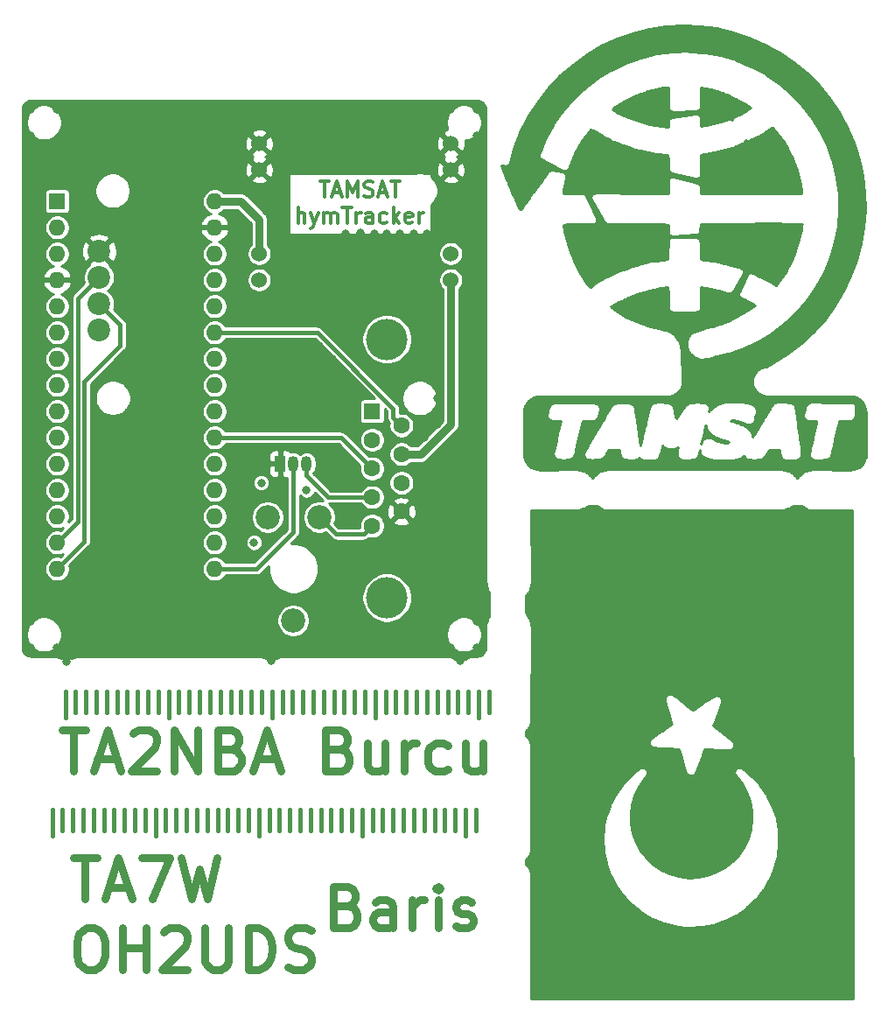
<source format=gbr>
G04 #@! TF.GenerationSoftware,KiCad,Pcbnew,5.1.5-52549c5~84~ubuntu19.10.1*
G04 #@! TF.CreationDate,2020-06-15T16:45:33+03:00*
G04 #@! TF.ProjectId,hymTracker_Panel,68796d54-7261-4636-9b65-725f50616e65,rev?*
G04 #@! TF.SameCoordinates,Original*
G04 #@! TF.FileFunction,Copper,L1,Top*
G04 #@! TF.FilePolarity,Positive*
%FSLAX46Y46*%
G04 Gerber Fmt 4.6, Leading zero omitted, Abs format (unit mm)*
G04 Created by KiCad (PCBNEW 5.1.5-52549c5~84~ubuntu19.10.1) date 2020-06-15 16:45:33*
%MOMM*%
%LPD*%
G04 APERTURE LIST*
%ADD10C,0.800000*%
%ADD11C,0.300000*%
%ADD12R,1.600000X1.600000*%
%ADD13C,1.600000*%
%ADD14C,4.000000*%
%ADD15C,1.524000*%
%ADD16C,2.200000*%
%ADD17O,1.600000X1.600000*%
%ADD18O,1.050000X1.500000*%
%ADD19R,1.050000X1.500000*%
%ADD20C,2.340000*%
%ADD21C,0.800000*%
%ADD22C,0.400000*%
%ADD23C,0.254000*%
G04 APERTURE END LIST*
D10*
X60844714Y-126714285D02*
X61416142Y-126904761D01*
X61606619Y-127095238D01*
X61797095Y-127476190D01*
X61797095Y-128047619D01*
X61606619Y-128428571D01*
X61416142Y-128619047D01*
X61035190Y-128809523D01*
X59511380Y-128809523D01*
X59511380Y-124809523D01*
X60844714Y-124809523D01*
X61225666Y-125000000D01*
X61416142Y-125190476D01*
X61606619Y-125571428D01*
X61606619Y-125952380D01*
X61416142Y-126333333D01*
X61225666Y-126523809D01*
X60844714Y-126714285D01*
X59511380Y-126714285D01*
X65225666Y-128809523D02*
X65225666Y-126714285D01*
X65035190Y-126333333D01*
X64654238Y-126142857D01*
X63892333Y-126142857D01*
X63511380Y-126333333D01*
X65225666Y-128619047D02*
X64844714Y-128809523D01*
X63892333Y-128809523D01*
X63511380Y-128619047D01*
X63320904Y-128238095D01*
X63320904Y-127857142D01*
X63511380Y-127476190D01*
X63892333Y-127285714D01*
X64844714Y-127285714D01*
X65225666Y-127095238D01*
X67130428Y-128809523D02*
X67130428Y-126142857D01*
X67130428Y-126904761D02*
X67320904Y-126523809D01*
X67511380Y-126333333D01*
X67892333Y-126142857D01*
X68273285Y-126142857D01*
X69606619Y-128809523D02*
X69606619Y-126142857D01*
X69606619Y-124809523D02*
X69416142Y-125000000D01*
X69606619Y-125190476D01*
X69797095Y-125000000D01*
X69606619Y-124809523D01*
X69606619Y-125190476D01*
X71320904Y-128619047D02*
X71701857Y-128809523D01*
X72463761Y-128809523D01*
X72844714Y-128619047D01*
X73035190Y-128238095D01*
X73035190Y-128047619D01*
X72844714Y-127666666D01*
X72463761Y-127476190D01*
X71892333Y-127476190D01*
X71511380Y-127285714D01*
X71320904Y-126904761D01*
X71320904Y-126714285D01*
X71511380Y-126333333D01*
X71892333Y-126142857D01*
X72463761Y-126142857D01*
X72844714Y-126333333D01*
X34301952Y-122044523D02*
X36587666Y-122044523D01*
X35444809Y-126044523D02*
X35444809Y-122044523D01*
X37730523Y-124901666D02*
X39635285Y-124901666D01*
X37349571Y-126044523D02*
X38682904Y-122044523D01*
X40016238Y-126044523D01*
X40968619Y-122044523D02*
X43635285Y-122044523D01*
X41921000Y-126044523D01*
X44778142Y-122044523D02*
X45730523Y-126044523D01*
X46492428Y-123187380D01*
X47254333Y-126044523D01*
X48206714Y-122044523D01*
X35635285Y-128844523D02*
X36397190Y-128844523D01*
X36778142Y-129035000D01*
X37159095Y-129415952D01*
X37349571Y-130177857D01*
X37349571Y-131511190D01*
X37159095Y-132273095D01*
X36778142Y-132654047D01*
X36397190Y-132844523D01*
X35635285Y-132844523D01*
X35254333Y-132654047D01*
X34873380Y-132273095D01*
X34682904Y-131511190D01*
X34682904Y-130177857D01*
X34873380Y-129415952D01*
X35254333Y-129035000D01*
X35635285Y-128844523D01*
X39063857Y-132844523D02*
X39063857Y-128844523D01*
X39063857Y-130749285D02*
X41349571Y-130749285D01*
X41349571Y-132844523D02*
X41349571Y-128844523D01*
X43063857Y-129225476D02*
X43254333Y-129035000D01*
X43635285Y-128844523D01*
X44587666Y-128844523D01*
X44968619Y-129035000D01*
X45159095Y-129225476D01*
X45349571Y-129606428D01*
X45349571Y-129987380D01*
X45159095Y-130558809D01*
X42873380Y-132844523D01*
X45349571Y-132844523D01*
X47063857Y-128844523D02*
X47063857Y-132082619D01*
X47254333Y-132463571D01*
X47444809Y-132654047D01*
X47825761Y-132844523D01*
X48587666Y-132844523D01*
X48968619Y-132654047D01*
X49159095Y-132463571D01*
X49349571Y-132082619D01*
X49349571Y-128844523D01*
X51254333Y-132844523D02*
X51254333Y-128844523D01*
X52206714Y-128844523D01*
X52778142Y-129035000D01*
X53159095Y-129415952D01*
X53349571Y-129796904D01*
X53540047Y-130558809D01*
X53540047Y-131130238D01*
X53349571Y-131892142D01*
X53159095Y-132273095D01*
X52778142Y-132654047D01*
X52206714Y-132844523D01*
X51254333Y-132844523D01*
X55063857Y-132654047D02*
X55635285Y-132844523D01*
X56587666Y-132844523D01*
X56968619Y-132654047D01*
X57159095Y-132463571D01*
X57349571Y-132082619D01*
X57349571Y-131701666D01*
X57159095Y-131320714D01*
X56968619Y-131130238D01*
X56587666Y-130939761D01*
X55825761Y-130749285D01*
X55444809Y-130558809D01*
X55254333Y-130368333D01*
X55063857Y-129987380D01*
X55063857Y-129606428D01*
X55254333Y-129225476D01*
X55444809Y-129035000D01*
X55825761Y-128844523D01*
X56778142Y-128844523D01*
X57349571Y-129035000D01*
X33223333Y-109659523D02*
X35509047Y-109659523D01*
X34366190Y-113659523D02*
X34366190Y-109659523D01*
X36651904Y-112516666D02*
X38556666Y-112516666D01*
X36270952Y-113659523D02*
X37604285Y-109659523D01*
X38937619Y-113659523D01*
X40080476Y-110040476D02*
X40270952Y-109850000D01*
X40651904Y-109659523D01*
X41604285Y-109659523D01*
X41985238Y-109850000D01*
X42175714Y-110040476D01*
X42366190Y-110421428D01*
X42366190Y-110802380D01*
X42175714Y-111373809D01*
X39890000Y-113659523D01*
X42366190Y-113659523D01*
X44080476Y-113659523D02*
X44080476Y-109659523D01*
X46366190Y-113659523D01*
X46366190Y-109659523D01*
X49604285Y-111564285D02*
X50175714Y-111754761D01*
X50366190Y-111945238D01*
X50556666Y-112326190D01*
X50556666Y-112897619D01*
X50366190Y-113278571D01*
X50175714Y-113469047D01*
X49794761Y-113659523D01*
X48270952Y-113659523D01*
X48270952Y-109659523D01*
X49604285Y-109659523D01*
X49985238Y-109850000D01*
X50175714Y-110040476D01*
X50366190Y-110421428D01*
X50366190Y-110802380D01*
X50175714Y-111183333D01*
X49985238Y-111373809D01*
X49604285Y-111564285D01*
X48270952Y-111564285D01*
X52080476Y-112516666D02*
X53985238Y-112516666D01*
X51699523Y-113659523D02*
X53032857Y-109659523D01*
X54366190Y-113659523D01*
X60080476Y-111564285D02*
X60651904Y-111754761D01*
X60842380Y-111945238D01*
X61032857Y-112326190D01*
X61032857Y-112897619D01*
X60842380Y-113278571D01*
X60651904Y-113469047D01*
X60270952Y-113659523D01*
X58747142Y-113659523D01*
X58747142Y-109659523D01*
X60080476Y-109659523D01*
X60461428Y-109850000D01*
X60651904Y-110040476D01*
X60842380Y-110421428D01*
X60842380Y-110802380D01*
X60651904Y-111183333D01*
X60461428Y-111373809D01*
X60080476Y-111564285D01*
X58747142Y-111564285D01*
X64461428Y-110992857D02*
X64461428Y-113659523D01*
X62747142Y-110992857D02*
X62747142Y-113088095D01*
X62937619Y-113469047D01*
X63318571Y-113659523D01*
X63890000Y-113659523D01*
X64270952Y-113469047D01*
X64461428Y-113278571D01*
X66366190Y-113659523D02*
X66366190Y-110992857D01*
X66366190Y-111754761D02*
X66556666Y-111373809D01*
X66747142Y-111183333D01*
X67128095Y-110992857D01*
X67509047Y-110992857D01*
X70556666Y-113469047D02*
X70175714Y-113659523D01*
X69413809Y-113659523D01*
X69032857Y-113469047D01*
X68842380Y-113278571D01*
X68651904Y-112897619D01*
X68651904Y-111754761D01*
X68842380Y-111373809D01*
X69032857Y-111183333D01*
X69413809Y-110992857D01*
X70175714Y-110992857D01*
X70556666Y-111183333D01*
X73985238Y-110992857D02*
X73985238Y-113659523D01*
X72270952Y-110992857D02*
X72270952Y-113088095D01*
X72461428Y-113469047D01*
X72842380Y-113659523D01*
X73413809Y-113659523D01*
X73794761Y-113469047D01*
X73985238Y-113278571D01*
D11*
X58195057Y-56590271D02*
X59052200Y-56590271D01*
X58623628Y-58090271D02*
X58623628Y-56590271D01*
X59480771Y-57661700D02*
X60195057Y-57661700D01*
X59337914Y-58090271D02*
X59837914Y-56590271D01*
X60337914Y-58090271D01*
X60837914Y-58090271D02*
X60837914Y-56590271D01*
X61337914Y-57661700D01*
X61837914Y-56590271D01*
X61837914Y-58090271D01*
X62480771Y-58018842D02*
X62695057Y-58090271D01*
X63052200Y-58090271D01*
X63195057Y-58018842D01*
X63266485Y-57947414D01*
X63337914Y-57804557D01*
X63337914Y-57661700D01*
X63266485Y-57518842D01*
X63195057Y-57447414D01*
X63052200Y-57375985D01*
X62766485Y-57304557D01*
X62623628Y-57233128D01*
X62552200Y-57161700D01*
X62480771Y-57018842D01*
X62480771Y-56875985D01*
X62552200Y-56733128D01*
X62623628Y-56661700D01*
X62766485Y-56590271D01*
X63123628Y-56590271D01*
X63337914Y-56661700D01*
X63909342Y-57661700D02*
X64623628Y-57661700D01*
X63766485Y-58090271D02*
X64266485Y-56590271D01*
X64766485Y-58090271D01*
X65052200Y-56590271D02*
X65909342Y-56590271D01*
X65480771Y-58090271D02*
X65480771Y-56590271D01*
X56087914Y-60640271D02*
X56087914Y-59140271D01*
X56730771Y-60640271D02*
X56730771Y-59854557D01*
X56659342Y-59711700D01*
X56516485Y-59640271D01*
X56302200Y-59640271D01*
X56159342Y-59711700D01*
X56087914Y-59783128D01*
X57302200Y-59640271D02*
X57659342Y-60640271D01*
X58016485Y-59640271D02*
X57659342Y-60640271D01*
X57516485Y-60997414D01*
X57445057Y-61068842D01*
X57302200Y-61140271D01*
X58587914Y-60640271D02*
X58587914Y-59640271D01*
X58587914Y-59783128D02*
X58659342Y-59711700D01*
X58802200Y-59640271D01*
X59016485Y-59640271D01*
X59159342Y-59711700D01*
X59230771Y-59854557D01*
X59230771Y-60640271D01*
X59230771Y-59854557D02*
X59302200Y-59711700D01*
X59445057Y-59640271D01*
X59659342Y-59640271D01*
X59802200Y-59711700D01*
X59873628Y-59854557D01*
X59873628Y-60640271D01*
X60373628Y-59140271D02*
X61230771Y-59140271D01*
X60802200Y-60640271D02*
X60802200Y-59140271D01*
X61730771Y-60640271D02*
X61730771Y-59640271D01*
X61730771Y-59925985D02*
X61802200Y-59783128D01*
X61873628Y-59711700D01*
X62016485Y-59640271D01*
X62159342Y-59640271D01*
X63302200Y-60640271D02*
X63302200Y-59854557D01*
X63230771Y-59711700D01*
X63087914Y-59640271D01*
X62802200Y-59640271D01*
X62659342Y-59711700D01*
X63302200Y-60568842D02*
X63159342Y-60640271D01*
X62802200Y-60640271D01*
X62659342Y-60568842D01*
X62587914Y-60425985D01*
X62587914Y-60283128D01*
X62659342Y-60140271D01*
X62802200Y-60068842D01*
X63159342Y-60068842D01*
X63302200Y-59997414D01*
X64659342Y-60568842D02*
X64516485Y-60640271D01*
X64230771Y-60640271D01*
X64087914Y-60568842D01*
X64016485Y-60497414D01*
X63945057Y-60354557D01*
X63945057Y-59925985D01*
X64016485Y-59783128D01*
X64087914Y-59711700D01*
X64230771Y-59640271D01*
X64516485Y-59640271D01*
X64659342Y-59711700D01*
X65302200Y-60640271D02*
X65302200Y-59140271D01*
X65445057Y-60068842D02*
X65873628Y-60640271D01*
X65873628Y-59640271D02*
X65302200Y-60211700D01*
X67087914Y-60568842D02*
X66945057Y-60640271D01*
X66659342Y-60640271D01*
X66516485Y-60568842D01*
X66445057Y-60425985D01*
X66445057Y-59854557D01*
X66516485Y-59711700D01*
X66659342Y-59640271D01*
X66945057Y-59640271D01*
X67087914Y-59711700D01*
X67159342Y-59854557D01*
X67159342Y-59997414D01*
X66445057Y-60140271D01*
X67802200Y-60640271D02*
X67802200Y-59640271D01*
X67802200Y-59925985D02*
X67873628Y-59783128D01*
X67945057Y-59711700D01*
X68087914Y-59640271D01*
X68230771Y-59640271D01*
D12*
X63242000Y-78855000D03*
D13*
X63242000Y-81625000D03*
X63242000Y-84395000D03*
X63242000Y-87165000D03*
X63242000Y-89935000D03*
X66082000Y-80240000D03*
X66082000Y-83010000D03*
X66082000Y-85780000D03*
X66082000Y-88550000D03*
D14*
X64662000Y-96895000D03*
X64662000Y-71895000D03*
D15*
X70862000Y-66155000D03*
X70862000Y-63615000D03*
X70862000Y-55487000D03*
X70862000Y-52947000D03*
X52320000Y-66155000D03*
X52320000Y-63615000D03*
X52320000Y-55487000D03*
X52320000Y-52947000D03*
D16*
X36826000Y-70981000D03*
X36826000Y-68441000D03*
X36826000Y-65901000D03*
X36826000Y-63361000D03*
D12*
X32762000Y-58535000D03*
D17*
X48002000Y-91555000D03*
X32762000Y-61075000D03*
X48002000Y-89015000D03*
X32762000Y-63615000D03*
X48002000Y-86475000D03*
X32762000Y-66155000D03*
X48002000Y-83935000D03*
X32762000Y-68695000D03*
X48002000Y-81395000D03*
X32762000Y-71235000D03*
X48002000Y-78855000D03*
X32762000Y-73775000D03*
X48002000Y-76315000D03*
X32762000Y-76315000D03*
X48002000Y-73775000D03*
X32762000Y-78855000D03*
X48002000Y-71235000D03*
X32762000Y-81395000D03*
X48002000Y-68695000D03*
X32762000Y-83935000D03*
X48002000Y-66155000D03*
X32762000Y-86475000D03*
X48002000Y-63615000D03*
X32762000Y-89015000D03*
X48002000Y-61075000D03*
X32762000Y-91555000D03*
X48002000Y-58535000D03*
X32762000Y-94095000D03*
X48002000Y-94095000D03*
D18*
X55622000Y-83935000D03*
X56892000Y-83935000D03*
D19*
X54352000Y-83935000D03*
D20*
X58122000Y-89095000D03*
X55622000Y-99095000D03*
X53122000Y-89095000D03*
D21*
X70862000Y-49645000D03*
X32762000Y-49645000D03*
X30222000Y-49645000D03*
X30222000Y-52185000D03*
X30222000Y-99175000D03*
X30222000Y-101715000D03*
X32762000Y-101715000D03*
X70862000Y-101715000D03*
X73402000Y-101715000D03*
X73402000Y-99175000D03*
X73402000Y-52185000D03*
X30222000Y-82665000D03*
X30222000Y-83935000D03*
X30222000Y-85205000D03*
X30222000Y-86475000D03*
X30222000Y-87745000D03*
X30222000Y-92825000D03*
X30222000Y-95365000D03*
X45462000Y-101715000D03*
X48002000Y-101715000D03*
X49272000Y-101715000D03*
X50542000Y-101715000D03*
X51812000Y-101715000D03*
X53082000Y-101715000D03*
X30222000Y-64885000D03*
X30222000Y-66155000D03*
X30222000Y-67425000D03*
X30222000Y-68695000D03*
X30222000Y-69965000D03*
X30222000Y-71235000D03*
X30222000Y-72505000D03*
X73402000Y-61075000D03*
X73402000Y-59805000D03*
X73402000Y-58535000D03*
X73402000Y-57265000D03*
X69592000Y-68695000D03*
X69592000Y-67425000D03*
X69592000Y-49645000D03*
X69592000Y-78855000D03*
X69592000Y-77585000D03*
X69592000Y-76315000D03*
X69592000Y-75045000D03*
X69592000Y-73775000D03*
X69592000Y-71235000D03*
X69592000Y-72505000D03*
X69592000Y-69965000D03*
X72132000Y-73775000D03*
X72132000Y-72505000D03*
X72132000Y-71235000D03*
X72132000Y-69965000D03*
X72132000Y-68695000D03*
X72132000Y-67425000D03*
X68322000Y-81395000D03*
X69592000Y-80125000D03*
X39112000Y-101715000D03*
X40382000Y-101715000D03*
X41652000Y-101715000D03*
X42922000Y-101715000D03*
X44192000Y-101715000D03*
X46732000Y-101715000D03*
X56892000Y-67425000D03*
X56892000Y-66155000D03*
X58162000Y-66155000D03*
X58162000Y-67425000D03*
X59432000Y-67425000D03*
X60702000Y-66155000D03*
X59432000Y-66155000D03*
X59432000Y-64885000D03*
X59432000Y-63615000D03*
X56892000Y-72505000D03*
X58162000Y-72505000D03*
X58162000Y-77585000D03*
X56892000Y-77585000D03*
X54352000Y-77585000D03*
X55622000Y-77585000D03*
X53082000Y-77585000D03*
X51812000Y-76315000D03*
X50542000Y-75045000D03*
X68322000Y-49645000D03*
X30222000Y-89015000D03*
X30222000Y-91555000D03*
X30222000Y-90285000D03*
X30222000Y-94095000D03*
X30222000Y-96635000D03*
X30222000Y-97905000D03*
X34032000Y-101715000D03*
X35302000Y-101715000D03*
X36572000Y-101715000D03*
X37842000Y-101715000D03*
X54352000Y-64885000D03*
X54352000Y-62345000D03*
X54352000Y-61075000D03*
X54352000Y-67425000D03*
X54352000Y-66155000D03*
X55622000Y-66155000D03*
X55622000Y-67425000D03*
X30222000Y-73775000D03*
X30222000Y-75045000D03*
X30222000Y-76315000D03*
X30222000Y-77585000D03*
X30222000Y-78855000D03*
X30222000Y-80125000D03*
X30222000Y-81395000D03*
X54352000Y-57265000D03*
X54352000Y-55995000D03*
X54352000Y-54725000D03*
X54352000Y-53455000D03*
X54352000Y-52185000D03*
X58162000Y-69965000D03*
X58162000Y-69965000D03*
X55622000Y-69965000D03*
X54352000Y-69965000D03*
X53082000Y-69965000D03*
X51812000Y-69965000D03*
X50542000Y-69965000D03*
X51812000Y-72505000D03*
X54352000Y-72505000D03*
X53082000Y-72505000D03*
X55622000Y-72505000D03*
X37842000Y-49645000D03*
X36572000Y-49645000D03*
X35302000Y-49645000D03*
X34032000Y-49645000D03*
X30222000Y-53455000D03*
X30222000Y-54725000D03*
X30222000Y-55995000D03*
X67052000Y-49645000D03*
X65782000Y-49645000D03*
X64512000Y-49645000D03*
X63242000Y-49645000D03*
X61972000Y-49645000D03*
X60702000Y-49645000D03*
X59432000Y-49645000D03*
X69592000Y-83935000D03*
X70862000Y-82665000D03*
X72132000Y-81395000D03*
X72132000Y-80125000D03*
X72132000Y-77585000D03*
X72132000Y-78855000D03*
X72132000Y-76315000D03*
X72132000Y-75045000D03*
X58162000Y-49645000D03*
X56892000Y-49645000D03*
X55622000Y-49645000D03*
X54352000Y-49645000D03*
X53082000Y-49645000D03*
X51812000Y-49645000D03*
X50542000Y-49645000D03*
X49272000Y-49645000D03*
X73402000Y-55995000D03*
X73402000Y-54725000D03*
X73402000Y-53455000D03*
X59432000Y-77585000D03*
X50542000Y-72505000D03*
X59432000Y-52185000D03*
X68554600Y-61709300D03*
X67310000Y-61722000D03*
X65900300Y-61709300D03*
X64681100Y-61722000D03*
X63449200Y-61671200D03*
X62103000Y-61595000D03*
X60667900Y-61658500D03*
X54352000Y-63615000D03*
X58162000Y-52185000D03*
X60702000Y-52185000D03*
X61972000Y-52185000D03*
X63242000Y-52185000D03*
X64512000Y-52185000D03*
X65782000Y-52185000D03*
X67052000Y-52185000D03*
X67052000Y-53455000D03*
X67052000Y-54725000D03*
X68322000Y-54725000D03*
X68322000Y-53455000D03*
X68322000Y-52185000D03*
X54352000Y-59805000D03*
X54352000Y-58535000D03*
X53082000Y-58535000D03*
X51812000Y-57265000D03*
X53082000Y-57265000D03*
X73402000Y-68695000D03*
X73402000Y-67425000D03*
X73402000Y-66155000D03*
X73402000Y-64885000D03*
X73402000Y-63615000D03*
X73402000Y-62345000D03*
X59432000Y-62345000D03*
X69592000Y-62345000D03*
X69592000Y-61075000D03*
X69592000Y-59805000D03*
X55622000Y-52185000D03*
X56892000Y-52185000D03*
X58162000Y-52185000D03*
X73402000Y-85205000D03*
X73402000Y-83935000D03*
X73402000Y-82665000D03*
X73402000Y-81395000D03*
X73402000Y-80125000D03*
X73402000Y-78855000D03*
X73402000Y-77585000D03*
X73402000Y-76315000D03*
X73402000Y-75045000D03*
X73402000Y-73775000D03*
X73402000Y-72505000D03*
X73402000Y-71235000D03*
X73402000Y-69965000D03*
X73402000Y-92825000D03*
X73402000Y-91555000D03*
X73402000Y-90285000D03*
X73402000Y-89015000D03*
X73402000Y-87745000D03*
X73402000Y-86475000D03*
X51812000Y-92825000D03*
X53082000Y-91555000D03*
X59432000Y-82665000D03*
X59432000Y-83935000D03*
X54352000Y-86475000D03*
X51812000Y-83935000D03*
X53082000Y-82665000D03*
X48002000Y-49645000D03*
X46732000Y-49645000D03*
X45462000Y-49645000D03*
X44192000Y-49645000D03*
X42922000Y-49645000D03*
X41652000Y-49645000D03*
X40382000Y-49645000D03*
X39112000Y-49645000D03*
X50542000Y-73775000D03*
X59432000Y-69965000D03*
X59432000Y-71235000D03*
X59432000Y-73775000D03*
X59432000Y-75045000D03*
X59432000Y-76315000D03*
X61972000Y-89015000D03*
X61972000Y-101715000D03*
X68322000Y-101715000D03*
X69592000Y-101715000D03*
X73402000Y-96635000D03*
X73402000Y-97905000D03*
X73402000Y-95365000D03*
X73402000Y-94095000D03*
X60702000Y-101715000D03*
X60702000Y-101715000D03*
X63242000Y-101715000D03*
X64512000Y-101715000D03*
X65782000Y-101715000D03*
X67052000Y-101715000D03*
X54352000Y-101715000D03*
X55622000Y-101715000D03*
X56892000Y-101715000D03*
X58162000Y-101715000D03*
X59432000Y-101715000D03*
X30222000Y-57265000D03*
X30222000Y-58535000D03*
X30222000Y-59805000D03*
X30222000Y-61075000D03*
X30222000Y-62345000D03*
X30222000Y-63615000D03*
X71729600Y-103035100D03*
X53517800Y-102997000D03*
X33680400Y-103060500D03*
X73402000Y-49645000D03*
X52507000Y-85780000D03*
X56892000Y-86475000D03*
X51812000Y-91555000D03*
D22*
X33540000Y-106000000D02*
X33540000Y-108500000D01*
X34540000Y-106000000D02*
X34540000Y-108000000D01*
X35540000Y-106000000D02*
X35540000Y-108000000D01*
X36540000Y-106000000D02*
X36540000Y-108000000D01*
X37540000Y-106000000D02*
X37540000Y-108000000D01*
X38540000Y-106000000D02*
X38540000Y-108000000D01*
X39540000Y-106000000D02*
X39540000Y-108000000D01*
X40540000Y-106000000D02*
X40540000Y-108000000D01*
X45540000Y-106000000D02*
X45540000Y-108000000D01*
X44540000Y-106000000D02*
X44540000Y-108000000D01*
X42540000Y-106000000D02*
X42540000Y-108000000D01*
X48540000Y-106000000D02*
X48540000Y-108000000D01*
X46540000Y-106000000D02*
X46540000Y-108000000D01*
X43540000Y-106000000D02*
X43540000Y-108500000D01*
X41540000Y-106000000D02*
X41540000Y-108000000D01*
X47540000Y-106000000D02*
X47540000Y-108000000D01*
X53540000Y-106000000D02*
X53540000Y-108500000D01*
X54540000Y-106000000D02*
X54540000Y-108000000D01*
X51540000Y-106000000D02*
X51540000Y-108000000D01*
X49540000Y-106000000D02*
X49540000Y-108000000D01*
X56540000Y-106000000D02*
X56540000Y-108000000D01*
X55540000Y-106000000D02*
X55540000Y-108000000D01*
X50540000Y-106000000D02*
X50540000Y-108000000D01*
X52540000Y-106000000D02*
X52540000Y-108000000D01*
X58540000Y-106000000D02*
X58540000Y-108000000D01*
X57540000Y-106000000D02*
X57540000Y-108000000D01*
X64540000Y-106000000D02*
X64540000Y-108000000D01*
X59540000Y-106000000D02*
X59540000Y-108000000D01*
X62540000Y-106000000D02*
X62540000Y-108000000D01*
X60540000Y-106000000D02*
X60540000Y-108000000D01*
X63540000Y-106000000D02*
X63540000Y-108500000D01*
X61540000Y-106000000D02*
X61540000Y-108000000D01*
X67540000Y-106000000D02*
X67540000Y-108000000D01*
X65540000Y-106000000D02*
X65540000Y-108000000D01*
X71540000Y-106000000D02*
X71540000Y-108000000D01*
X69540000Y-106000000D02*
X69540000Y-108000000D01*
X72540000Y-106000000D02*
X72540000Y-108000000D01*
X70540000Y-106000000D02*
X70540000Y-108000000D01*
X68540000Y-106000000D02*
X68540000Y-108000000D01*
X66540000Y-106000000D02*
X66540000Y-108000000D01*
X73540000Y-106000000D02*
X73540000Y-108500000D01*
X74540000Y-106000000D02*
X74540000Y-108000000D01*
X64270000Y-117430000D02*
X64270000Y-119430000D01*
X72270000Y-117430000D02*
X72270000Y-119930000D01*
X36270000Y-117430000D02*
X36270000Y-119430000D01*
X35270000Y-117430000D02*
X35270000Y-119430000D01*
X33270000Y-117430000D02*
X33270000Y-119430000D01*
X58270000Y-117430000D02*
X58270000Y-119430000D01*
X49270000Y-117430000D02*
X49270000Y-119430000D01*
X44270000Y-117430000D02*
X44270000Y-119430000D01*
X48270000Y-117430000D02*
X48270000Y-119430000D01*
X39270000Y-117430000D02*
X39270000Y-119430000D01*
X55270000Y-117430000D02*
X55270000Y-119430000D01*
X50270000Y-117430000D02*
X50270000Y-119430000D01*
X53270000Y-117430000D02*
X53270000Y-119430000D01*
X45270000Y-117430000D02*
X45270000Y-119430000D01*
X42270000Y-117430000D02*
X42270000Y-119930000D01*
X73270000Y-117430000D02*
X73270000Y-119430000D01*
X56270000Y-117430000D02*
X56270000Y-119430000D01*
X66270000Y-117430000D02*
X66270000Y-119430000D01*
X37270000Y-117430000D02*
X37270000Y-119430000D01*
X62270000Y-117430000D02*
X62270000Y-119930000D01*
X34270000Y-117430000D02*
X34270000Y-119430000D01*
X67270000Y-117430000D02*
X67270000Y-119430000D01*
X51270000Y-117430000D02*
X51270000Y-119430000D01*
X54270000Y-117430000D02*
X54270000Y-119430000D01*
X40270000Y-117430000D02*
X40270000Y-119430000D01*
X47270000Y-117430000D02*
X47270000Y-119430000D01*
X60270000Y-117430000D02*
X60270000Y-119430000D01*
X63270000Y-117430000D02*
X63270000Y-119430000D01*
X32270000Y-117430000D02*
X32270000Y-119930000D01*
X61270000Y-117430000D02*
X61270000Y-119430000D01*
X46270000Y-117430000D02*
X46270000Y-119430000D01*
X70270000Y-117430000D02*
X70270000Y-119430000D01*
X41270000Y-117430000D02*
X41270000Y-119430000D01*
X59270000Y-117430000D02*
X59270000Y-119430000D01*
X43270000Y-117430000D02*
X43270000Y-119430000D01*
X38270000Y-117430000D02*
X38270000Y-119430000D01*
X71270000Y-117430000D02*
X71270000Y-119430000D01*
X68270000Y-117430000D02*
X68270000Y-119430000D01*
X65270000Y-117430000D02*
X65270000Y-119430000D01*
X69270000Y-117430000D02*
X69270000Y-119430000D01*
X57270000Y-117430000D02*
X57270000Y-119430000D01*
X52270000Y-117430000D02*
X52270000Y-119930000D01*
X55622000Y-83935000D02*
X55622000Y-90542998D01*
X49133370Y-94095000D02*
X48002000Y-94095000D01*
X55622000Y-90542998D02*
X52069998Y-94095000D01*
X52069998Y-94095000D02*
X49133370Y-94095000D01*
X36826000Y-68441000D02*
X38858000Y-70473000D01*
X35394010Y-75968990D02*
X35394010Y-91462990D01*
X38858000Y-72505000D02*
X35394010Y-75968990D01*
X33561999Y-93295001D02*
X32762000Y-94095000D01*
X35394010Y-91462990D02*
X33561999Y-93295001D01*
X38858000Y-70473000D02*
X38858000Y-72505000D01*
D10*
X50542000Y-58535000D02*
X52320000Y-60313000D01*
X52320000Y-60313000D02*
X52320000Y-63615000D01*
X48002000Y-58535000D02*
X50542000Y-58535000D01*
D22*
X34794000Y-67933000D02*
X34794000Y-89523000D01*
X36826000Y-65901000D02*
X34794000Y-67933000D01*
X34794000Y-89523000D02*
X32762000Y-91555000D01*
X32762000Y-66155000D02*
X34032000Y-66155000D01*
X34032000Y-66155000D02*
X36826000Y-63361000D01*
X63012000Y-81395000D02*
X63242000Y-81625000D01*
X66082000Y-80240000D02*
X65282001Y-79440001D01*
X65282001Y-79440001D02*
X65282001Y-78574999D01*
X65282001Y-78574999D02*
X57942002Y-71235000D01*
X57942002Y-71235000D02*
X49133370Y-71235000D01*
X49133370Y-71235000D02*
X48002000Y-71235000D01*
X60242000Y-81395000D02*
X48002000Y-81395000D01*
X63242000Y-84395000D02*
X60242000Y-81395000D01*
D10*
X70862000Y-80125000D02*
X67977000Y-83010000D01*
X70862000Y-66155000D02*
X70862000Y-80125000D01*
X67977000Y-83010000D02*
X66082000Y-83010000D01*
D22*
X58972000Y-87165000D02*
X56892000Y-85085000D01*
X56892000Y-85085000D02*
X56892000Y-83935000D01*
X63242000Y-87165000D02*
X58972000Y-87165000D01*
X63242000Y-89935000D02*
X62442001Y-90734999D01*
X62442001Y-90734999D02*
X59761999Y-90734999D01*
X59761999Y-90734999D02*
X59291999Y-90264999D01*
X59291999Y-90264999D02*
X58122000Y-89095000D01*
D23*
G36*
X73379878Y-48826999D02*
G01*
X73560464Y-48844705D01*
X73712887Y-48890725D01*
X73853477Y-48965477D01*
X73976866Y-49066112D01*
X74078357Y-49188793D01*
X74154085Y-49328851D01*
X74201169Y-49480952D01*
X74220013Y-49660242D01*
X74221020Y-50822196D01*
X74224068Y-50852870D01*
X74246400Y-68224104D01*
X74221036Y-83949499D01*
X74220995Y-83949916D01*
X74221001Y-83971343D01*
X74220965Y-83993475D01*
X74221007Y-83993905D01*
X74224006Y-95272324D01*
X74224155Y-95273834D01*
X74224184Y-95277975D01*
X74226330Y-95298395D01*
X74226330Y-95318933D01*
X74226990Y-95325210D01*
X74265671Y-95670052D01*
X74274187Y-95710118D01*
X74282145Y-95750308D01*
X74284011Y-95756337D01*
X74388935Y-96087099D01*
X74405067Y-96124738D01*
X74420685Y-96162631D01*
X74423687Y-96168182D01*
X74529721Y-96361058D01*
X74527526Y-98713225D01*
X74411065Y-98932256D01*
X74395446Y-98970149D01*
X74379315Y-99007786D01*
X74377448Y-99013815D01*
X74277153Y-99346009D01*
X74269189Y-99386229D01*
X74260679Y-99426267D01*
X74260019Y-99432543D01*
X74226187Y-99777589D01*
X74224048Y-99798841D01*
X74220048Y-101692405D01*
X74202295Y-101873464D01*
X74156275Y-102025888D01*
X74081523Y-102166476D01*
X73980889Y-102289865D01*
X73858209Y-102391355D01*
X73718151Y-102467084D01*
X73566044Y-102514170D01*
X73383389Y-102533367D01*
X73087226Y-102548078D01*
X73080089Y-102548128D01*
X73074593Y-102548706D01*
X73055400Y-102549659D01*
X73051269Y-102550274D01*
X73039138Y-102550274D01*
X73032861Y-102550934D01*
X72800122Y-102577040D01*
X72760054Y-102585557D01*
X72719863Y-102593515D01*
X72713834Y-102595381D01*
X72490598Y-102666196D01*
X72452957Y-102682329D01*
X72415069Y-102697945D01*
X72409522Y-102700945D01*
X72409517Y-102700947D01*
X72409513Y-102700950D01*
X72243055Y-102792461D01*
X71258422Y-102791913D01*
X71069485Y-102691453D01*
X71031629Y-102675850D01*
X70993956Y-102659703D01*
X70987933Y-102657839D01*
X70987926Y-102657836D01*
X70987919Y-102657835D01*
X70763724Y-102590146D01*
X70723541Y-102582189D01*
X70683466Y-102573671D01*
X70677189Y-102573011D01*
X70444108Y-102550157D01*
X70444105Y-102550157D01*
X70422205Y-102548000D01*
X54777795Y-102548000D01*
X54754707Y-102550274D01*
X54739138Y-102550274D01*
X54732861Y-102550934D01*
X54500122Y-102577040D01*
X54460054Y-102585557D01*
X54419863Y-102593515D01*
X54413834Y-102595381D01*
X54190598Y-102666196D01*
X54152957Y-102682329D01*
X54115069Y-102697945D01*
X54109522Y-102700945D01*
X54109517Y-102700947D01*
X54109513Y-102700950D01*
X53961550Y-102782293D01*
X52939261Y-102781725D01*
X52769485Y-102691453D01*
X52731629Y-102675850D01*
X52693956Y-102659703D01*
X52687933Y-102657839D01*
X52687926Y-102657836D01*
X52687919Y-102657835D01*
X52463724Y-102590146D01*
X52423541Y-102582189D01*
X52383466Y-102573671D01*
X52377189Y-102573011D01*
X52144108Y-102550157D01*
X52144105Y-102550157D01*
X52122205Y-102548000D01*
X34977795Y-102548000D01*
X34954707Y-102550274D01*
X34939138Y-102550274D01*
X34932861Y-102550934D01*
X34700122Y-102577040D01*
X34660054Y-102585557D01*
X34619863Y-102593515D01*
X34613834Y-102595381D01*
X34390598Y-102666196D01*
X34352957Y-102682329D01*
X34315069Y-102697945D01*
X34309522Y-102700945D01*
X34309517Y-102700947D01*
X34309513Y-102700950D01*
X34181560Y-102771292D01*
X33118529Y-102770701D01*
X32969485Y-102691453D01*
X32931629Y-102675850D01*
X32893956Y-102659703D01*
X32887933Y-102657839D01*
X32887926Y-102657836D01*
X32887919Y-102657835D01*
X32663724Y-102590146D01*
X32623541Y-102582189D01*
X32583466Y-102573671D01*
X32577189Y-102573011D01*
X32345664Y-102550310D01*
X32325466Y-102548173D01*
X30245742Y-102533160D01*
X30063536Y-102515295D01*
X29911112Y-102469275D01*
X29770524Y-102394523D01*
X29647135Y-102293889D01*
X29545645Y-102171209D01*
X29469916Y-102031151D01*
X29422830Y-101879044D01*
X29404000Y-101699883D01*
X29404000Y-100274254D01*
X29758388Y-100274254D01*
X29758388Y-100615746D01*
X29825010Y-100950676D01*
X29955693Y-101266173D01*
X30145416Y-101550113D01*
X30386887Y-101791584D01*
X30670827Y-101981307D01*
X30986324Y-102111990D01*
X31321254Y-102178612D01*
X31662746Y-102178612D01*
X31997676Y-102111990D01*
X32313173Y-101981307D01*
X32597113Y-101791584D01*
X32838584Y-101550113D01*
X33028307Y-101266173D01*
X33158990Y-100950676D01*
X33225612Y-100615746D01*
X33225612Y-100274254D01*
X33158990Y-99939324D01*
X33028307Y-99623827D01*
X32838584Y-99339887D01*
X32597113Y-99098416D01*
X32356599Y-98937709D01*
X54025000Y-98937709D01*
X54025000Y-99252291D01*
X54086372Y-99560828D01*
X54206757Y-99851463D01*
X54381529Y-100113028D01*
X54603972Y-100335471D01*
X54865537Y-100510243D01*
X55156172Y-100630628D01*
X55464709Y-100692000D01*
X55779291Y-100692000D01*
X56087828Y-100630628D01*
X56378463Y-100510243D01*
X56640028Y-100335471D01*
X56701245Y-100274254D01*
X70398388Y-100274254D01*
X70398388Y-100615746D01*
X70465010Y-100950676D01*
X70595693Y-101266173D01*
X70785416Y-101550113D01*
X71026887Y-101791584D01*
X71310827Y-101981307D01*
X71626324Y-102111990D01*
X71961254Y-102178612D01*
X72302746Y-102178612D01*
X72637676Y-102111990D01*
X72953173Y-101981307D01*
X73237113Y-101791584D01*
X73478584Y-101550113D01*
X73668307Y-101266173D01*
X73798990Y-100950676D01*
X73865612Y-100615746D01*
X73865612Y-100274254D01*
X73798990Y-99939324D01*
X73668307Y-99623827D01*
X73478584Y-99339887D01*
X73237113Y-99098416D01*
X72953173Y-98908693D01*
X72637676Y-98778010D01*
X72302746Y-98711388D01*
X71961254Y-98711388D01*
X71626324Y-98778010D01*
X71310827Y-98908693D01*
X71026887Y-99098416D01*
X70785416Y-99339887D01*
X70595693Y-99623827D01*
X70465010Y-99939324D01*
X70398388Y-100274254D01*
X56701245Y-100274254D01*
X56862471Y-100113028D01*
X57037243Y-99851463D01*
X57157628Y-99560828D01*
X57219000Y-99252291D01*
X57219000Y-98937709D01*
X57157628Y-98629172D01*
X57037243Y-98338537D01*
X56862471Y-98076972D01*
X56640028Y-97854529D01*
X56378463Y-97679757D01*
X56087828Y-97559372D01*
X55779291Y-97498000D01*
X55464709Y-97498000D01*
X55156172Y-97559372D01*
X54865537Y-97679757D01*
X54603972Y-97854529D01*
X54381529Y-98076972D01*
X54206757Y-98338537D01*
X54086372Y-98629172D01*
X54025000Y-98937709D01*
X32356599Y-98937709D01*
X32313173Y-98908693D01*
X31997676Y-98778010D01*
X31662746Y-98711388D01*
X31321254Y-98711388D01*
X30986324Y-98778010D01*
X30670827Y-98908693D01*
X30386887Y-99098416D01*
X30145416Y-99339887D01*
X29955693Y-99623827D01*
X29825010Y-99939324D01*
X29758388Y-100274254D01*
X29404000Y-100274254D01*
X29404000Y-96655961D01*
X62235000Y-96655961D01*
X62235000Y-97134039D01*
X62328268Y-97602930D01*
X62511221Y-98044615D01*
X62776826Y-98442122D01*
X63114878Y-98780174D01*
X63512385Y-99045779D01*
X63954070Y-99228732D01*
X64422961Y-99322000D01*
X64901039Y-99322000D01*
X65369930Y-99228732D01*
X65811615Y-99045779D01*
X66209122Y-98780174D01*
X66547174Y-98442122D01*
X66812779Y-98044615D01*
X66995732Y-97602930D01*
X67089000Y-97134039D01*
X67089000Y-96655961D01*
X66995732Y-96187070D01*
X66812779Y-95745385D01*
X66547174Y-95347878D01*
X66209122Y-95009826D01*
X65811615Y-94744221D01*
X65369930Y-94561268D01*
X64901039Y-94468000D01*
X64422961Y-94468000D01*
X63954070Y-94561268D01*
X63512385Y-94744221D01*
X63114878Y-95009826D01*
X62776826Y-95347878D01*
X62511221Y-95745385D01*
X62328268Y-96187070D01*
X62235000Y-96655961D01*
X29404000Y-96655961D01*
X29404000Y-88894151D01*
X31535000Y-88894151D01*
X31535000Y-89135849D01*
X31582153Y-89372903D01*
X31674647Y-89596202D01*
X31808927Y-89797167D01*
X31979833Y-89968073D01*
X32180798Y-90102353D01*
X32404097Y-90194847D01*
X32641151Y-90242000D01*
X32882849Y-90242000D01*
X33119903Y-90194847D01*
X33317140Y-90113148D01*
X33065881Y-90364407D01*
X32882849Y-90328000D01*
X32641151Y-90328000D01*
X32404097Y-90375153D01*
X32180798Y-90467647D01*
X31979833Y-90601927D01*
X31808927Y-90772833D01*
X31674647Y-90973798D01*
X31582153Y-91197097D01*
X31535000Y-91434151D01*
X31535000Y-91675849D01*
X31582153Y-91912903D01*
X31674647Y-92136202D01*
X31808927Y-92337167D01*
X31979833Y-92508073D01*
X32180798Y-92642353D01*
X32404097Y-92734847D01*
X32641151Y-92782000D01*
X32882849Y-92782000D01*
X33119903Y-92734847D01*
X33317141Y-92653148D01*
X33140422Y-92829867D01*
X33140417Y-92829871D01*
X33065881Y-92904407D01*
X32882849Y-92868000D01*
X32641151Y-92868000D01*
X32404097Y-92915153D01*
X32180798Y-93007647D01*
X31979833Y-93141927D01*
X31808927Y-93312833D01*
X31674647Y-93513798D01*
X31582153Y-93737097D01*
X31535000Y-93974151D01*
X31535000Y-94215849D01*
X31582153Y-94452903D01*
X31674647Y-94676202D01*
X31808927Y-94877167D01*
X31979833Y-95048073D01*
X32180798Y-95182353D01*
X32404097Y-95274847D01*
X32641151Y-95322000D01*
X32882849Y-95322000D01*
X33119903Y-95274847D01*
X33343202Y-95182353D01*
X33544167Y-95048073D01*
X33715073Y-94877167D01*
X33849353Y-94676202D01*
X33941847Y-94452903D01*
X33989000Y-94215849D01*
X33989000Y-93974151D01*
X46775000Y-93974151D01*
X46775000Y-94215849D01*
X46822153Y-94452903D01*
X46914647Y-94676202D01*
X47048927Y-94877167D01*
X47219833Y-95048073D01*
X47420798Y-95182353D01*
X47644097Y-95274847D01*
X47881151Y-95322000D01*
X48122849Y-95322000D01*
X48359903Y-95274847D01*
X48583202Y-95182353D01*
X48784167Y-95048073D01*
X48955073Y-94877167D01*
X49058752Y-94722000D01*
X52039204Y-94722000D01*
X52069998Y-94725033D01*
X52100792Y-94722000D01*
X52192911Y-94712927D01*
X52311101Y-94677075D01*
X52420026Y-94618853D01*
X52515499Y-94540501D01*
X52535136Y-94516573D01*
X53195000Y-93856709D01*
X53195000Y-94334039D01*
X53288268Y-94802930D01*
X53471221Y-95244615D01*
X53736826Y-95642122D01*
X54074878Y-95980174D01*
X54472385Y-96245779D01*
X54914070Y-96428732D01*
X55382961Y-96522000D01*
X55861039Y-96522000D01*
X56329930Y-96428732D01*
X56771615Y-96245779D01*
X57169122Y-95980174D01*
X57507174Y-95642122D01*
X57772779Y-95244615D01*
X57955732Y-94802930D01*
X58049000Y-94334039D01*
X58049000Y-93855961D01*
X57955732Y-93387070D01*
X57772779Y-92945385D01*
X57507174Y-92547878D01*
X57169122Y-92209826D01*
X56771615Y-91944221D01*
X56329930Y-91761268D01*
X55861039Y-91668000D01*
X55383710Y-91668000D01*
X56043578Y-91008132D01*
X56067501Y-90988499D01*
X56145853Y-90893026D01*
X56204075Y-90784101D01*
X56239927Y-90665911D01*
X56249000Y-90573792D01*
X56249000Y-90573791D01*
X56252033Y-90542999D01*
X56249000Y-90512207D01*
X56249000Y-87001241D01*
X56249628Y-87002181D01*
X56364819Y-87117372D01*
X56500269Y-87207877D01*
X56650773Y-87270218D01*
X56810548Y-87302000D01*
X56973452Y-87302000D01*
X57133227Y-87270218D01*
X57283731Y-87207877D01*
X57419181Y-87117372D01*
X57534372Y-87002181D01*
X57624877Y-86866731D01*
X57672368Y-86752079D01*
X58452802Y-87532513D01*
X58279291Y-87498000D01*
X57964709Y-87498000D01*
X57656172Y-87559372D01*
X57365537Y-87679757D01*
X57103972Y-87854529D01*
X56881529Y-88076972D01*
X56706757Y-88338537D01*
X56586372Y-88629172D01*
X56525000Y-88937709D01*
X56525000Y-89252291D01*
X56586372Y-89560828D01*
X56706757Y-89851463D01*
X56881529Y-90113028D01*
X57103972Y-90335471D01*
X57365537Y-90510243D01*
X57656172Y-90630628D01*
X57964709Y-90692000D01*
X58279291Y-90692000D01*
X58587828Y-90630628D01*
X58717291Y-90577003D01*
X58870417Y-90730129D01*
X58870422Y-90730133D01*
X59296865Y-91156577D01*
X59316498Y-91180500D01*
X59411971Y-91258852D01*
X59520896Y-91317074D01*
X59639086Y-91352926D01*
X59731205Y-91361999D01*
X59731206Y-91361999D01*
X59761998Y-91365032D01*
X59792790Y-91361999D01*
X62411207Y-91361999D01*
X62442001Y-91365032D01*
X62472795Y-91361999D01*
X62564914Y-91352926D01*
X62683104Y-91317074D01*
X62792029Y-91258852D01*
X62887502Y-91180500D01*
X62907139Y-91156572D01*
X62938119Y-91125593D01*
X63121151Y-91162000D01*
X63362849Y-91162000D01*
X63599903Y-91114847D01*
X63823202Y-91022353D01*
X64024167Y-90888073D01*
X64195073Y-90717167D01*
X64329353Y-90516202D01*
X64421847Y-90292903D01*
X64469000Y-90055849D01*
X64469000Y-89814151D01*
X64421847Y-89577097D01*
X64407601Y-89542702D01*
X65268903Y-89542702D01*
X65340486Y-89786671D01*
X65595996Y-89907571D01*
X65870184Y-89976300D01*
X66152512Y-89990217D01*
X66432130Y-89948787D01*
X66698292Y-89853603D01*
X66823514Y-89786671D01*
X66895097Y-89542702D01*
X66082000Y-88729605D01*
X65268903Y-89542702D01*
X64407601Y-89542702D01*
X64329353Y-89353798D01*
X64195073Y-89152833D01*
X64024167Y-88981927D01*
X63823202Y-88847647D01*
X63599903Y-88755153D01*
X63362849Y-88708000D01*
X63121151Y-88708000D01*
X62884097Y-88755153D01*
X62660798Y-88847647D01*
X62459833Y-88981927D01*
X62288927Y-89152833D01*
X62154647Y-89353798D01*
X62062153Y-89577097D01*
X62015000Y-89814151D01*
X62015000Y-90055849D01*
X62025373Y-90107999D01*
X60021711Y-90107999D01*
X59757133Y-89843422D01*
X59757129Y-89843417D01*
X59604003Y-89690291D01*
X59657628Y-89560828D01*
X59719000Y-89252291D01*
X59719000Y-88937709D01*
X59657628Y-88629172D01*
X59654041Y-88620512D01*
X64641783Y-88620512D01*
X64683213Y-88900130D01*
X64778397Y-89166292D01*
X64845329Y-89291514D01*
X65089298Y-89363097D01*
X65902395Y-88550000D01*
X66261605Y-88550000D01*
X67074702Y-89363097D01*
X67318671Y-89291514D01*
X67439571Y-89036004D01*
X67508300Y-88761816D01*
X67522217Y-88479488D01*
X67480787Y-88199870D01*
X67385603Y-87933708D01*
X67318671Y-87808486D01*
X67074702Y-87736903D01*
X66261605Y-88550000D01*
X65902395Y-88550000D01*
X65089298Y-87736903D01*
X64845329Y-87808486D01*
X64724429Y-88063996D01*
X64655700Y-88338184D01*
X64641783Y-88620512D01*
X59654041Y-88620512D01*
X59537243Y-88338537D01*
X59362471Y-88076972D01*
X59140028Y-87854529D01*
X59046447Y-87792000D01*
X62185248Y-87792000D01*
X62288927Y-87947167D01*
X62459833Y-88118073D01*
X62660798Y-88252353D01*
X62884097Y-88344847D01*
X63121151Y-88392000D01*
X63362849Y-88392000D01*
X63599903Y-88344847D01*
X63823202Y-88252353D01*
X64024167Y-88118073D01*
X64195073Y-87947167D01*
X64329353Y-87746202D01*
X64407600Y-87557298D01*
X65268903Y-87557298D01*
X66082000Y-88370395D01*
X66895097Y-87557298D01*
X66823514Y-87313329D01*
X66568004Y-87192429D01*
X66293816Y-87123700D01*
X66011488Y-87109783D01*
X65731870Y-87151213D01*
X65465708Y-87246397D01*
X65340486Y-87313329D01*
X65268903Y-87557298D01*
X64407600Y-87557298D01*
X64421847Y-87522903D01*
X64469000Y-87285849D01*
X64469000Y-87044151D01*
X64421847Y-86807097D01*
X64329353Y-86583798D01*
X64195073Y-86382833D01*
X64024167Y-86211927D01*
X63823202Y-86077647D01*
X63599903Y-85985153D01*
X63362849Y-85938000D01*
X63121151Y-85938000D01*
X62884097Y-85985153D01*
X62660798Y-86077647D01*
X62459833Y-86211927D01*
X62288927Y-86382833D01*
X62185248Y-86538000D01*
X59231712Y-86538000D01*
X58352863Y-85659151D01*
X64855000Y-85659151D01*
X64855000Y-85900849D01*
X64902153Y-86137903D01*
X64994647Y-86361202D01*
X65128927Y-86562167D01*
X65299833Y-86733073D01*
X65500798Y-86867353D01*
X65724097Y-86959847D01*
X65961151Y-87007000D01*
X66202849Y-87007000D01*
X66439903Y-86959847D01*
X66663202Y-86867353D01*
X66864167Y-86733073D01*
X67035073Y-86562167D01*
X67169353Y-86361202D01*
X67261847Y-86137903D01*
X67309000Y-85900849D01*
X67309000Y-85659151D01*
X67261847Y-85422097D01*
X67169353Y-85198798D01*
X67035073Y-84997833D01*
X66864167Y-84826927D01*
X66663202Y-84692647D01*
X66439903Y-84600153D01*
X66202849Y-84553000D01*
X65961151Y-84553000D01*
X65724097Y-84600153D01*
X65500798Y-84692647D01*
X65299833Y-84826927D01*
X65128927Y-84997833D01*
X64994647Y-85198798D01*
X64902153Y-85422097D01*
X64855000Y-85659151D01*
X58352863Y-85659151D01*
X57547393Y-84853682D01*
X57568423Y-84836423D01*
X57687389Y-84691462D01*
X57775789Y-84526077D01*
X57830225Y-84346625D01*
X57844000Y-84206764D01*
X57844000Y-83663235D01*
X57830225Y-83523375D01*
X57775789Y-83343923D01*
X57687389Y-83178538D01*
X57568423Y-83033577D01*
X57423462Y-82914611D01*
X57258076Y-82826211D01*
X57078624Y-82771775D01*
X56892000Y-82753394D01*
X56705375Y-82771775D01*
X56525923Y-82826211D01*
X56360538Y-82914611D01*
X56257000Y-82999582D01*
X56153462Y-82914611D01*
X55988076Y-82826211D01*
X55808624Y-82771775D01*
X55622000Y-82753394D01*
X55435375Y-82771775D01*
X55374494Y-82790243D01*
X55328185Y-82733815D01*
X55231494Y-82654463D01*
X55121180Y-82595498D01*
X55001482Y-82559188D01*
X54877000Y-82546928D01*
X54637750Y-82550000D01*
X54479000Y-82708750D01*
X54479000Y-83808000D01*
X54499000Y-83808000D01*
X54499000Y-84062000D01*
X54479000Y-84062000D01*
X54479000Y-85161250D01*
X54637750Y-85320000D01*
X54877000Y-85323072D01*
X54995000Y-85311450D01*
X54995001Y-90283285D01*
X51810287Y-93468000D01*
X49058752Y-93468000D01*
X48955073Y-93312833D01*
X48784167Y-93141927D01*
X48583202Y-93007647D01*
X48359903Y-92915153D01*
X48122849Y-92868000D01*
X47881151Y-92868000D01*
X47644097Y-92915153D01*
X47420798Y-93007647D01*
X47219833Y-93141927D01*
X47048927Y-93312833D01*
X46914647Y-93513798D01*
X46822153Y-93737097D01*
X46775000Y-93974151D01*
X33989000Y-93974151D01*
X33952593Y-93791119D01*
X34027129Y-93716583D01*
X34027133Y-93716578D01*
X35815588Y-91928124D01*
X35839511Y-91908491D01*
X35917863Y-91813018D01*
X35976085Y-91704093D01*
X36011937Y-91585903D01*
X36021010Y-91493784D01*
X36024043Y-91462990D01*
X36021203Y-91434151D01*
X46775000Y-91434151D01*
X46775000Y-91675849D01*
X46822153Y-91912903D01*
X46914647Y-92136202D01*
X47048927Y-92337167D01*
X47219833Y-92508073D01*
X47420798Y-92642353D01*
X47644097Y-92734847D01*
X47881151Y-92782000D01*
X48122849Y-92782000D01*
X48359903Y-92734847D01*
X48583202Y-92642353D01*
X48784167Y-92508073D01*
X48955073Y-92337167D01*
X49089353Y-92136202D01*
X49181847Y-91912903D01*
X49229000Y-91675849D01*
X49229000Y-91473548D01*
X50985000Y-91473548D01*
X50985000Y-91636452D01*
X51016782Y-91796227D01*
X51079123Y-91946731D01*
X51169628Y-92082181D01*
X51284819Y-92197372D01*
X51420269Y-92287877D01*
X51570773Y-92350218D01*
X51730548Y-92382000D01*
X51893452Y-92382000D01*
X52053227Y-92350218D01*
X52203731Y-92287877D01*
X52339181Y-92197372D01*
X52454372Y-92082181D01*
X52544877Y-91946731D01*
X52607218Y-91796227D01*
X52639000Y-91636452D01*
X52639000Y-91473548D01*
X52607218Y-91313773D01*
X52544877Y-91163269D01*
X52454372Y-91027819D01*
X52339181Y-90912628D01*
X52203731Y-90822123D01*
X52053227Y-90759782D01*
X51893452Y-90728000D01*
X51730548Y-90728000D01*
X51570773Y-90759782D01*
X51420269Y-90822123D01*
X51284819Y-90912628D01*
X51169628Y-91027819D01*
X51079123Y-91163269D01*
X51016782Y-91313773D01*
X50985000Y-91473548D01*
X49229000Y-91473548D01*
X49229000Y-91434151D01*
X49181847Y-91197097D01*
X49089353Y-90973798D01*
X48955073Y-90772833D01*
X48784167Y-90601927D01*
X48583202Y-90467647D01*
X48359903Y-90375153D01*
X48122849Y-90328000D01*
X47881151Y-90328000D01*
X47644097Y-90375153D01*
X47420798Y-90467647D01*
X47219833Y-90601927D01*
X47048927Y-90772833D01*
X46914647Y-90973798D01*
X46822153Y-91197097D01*
X46775000Y-91434151D01*
X36021203Y-91434151D01*
X36021010Y-91432196D01*
X36021010Y-88894151D01*
X46775000Y-88894151D01*
X46775000Y-89135849D01*
X46822153Y-89372903D01*
X46914647Y-89596202D01*
X47048927Y-89797167D01*
X47219833Y-89968073D01*
X47420798Y-90102353D01*
X47644097Y-90194847D01*
X47881151Y-90242000D01*
X48122849Y-90242000D01*
X48359903Y-90194847D01*
X48583202Y-90102353D01*
X48784167Y-89968073D01*
X48955073Y-89797167D01*
X49089353Y-89596202D01*
X49181847Y-89372903D01*
X49229000Y-89135849D01*
X49229000Y-88937709D01*
X51525000Y-88937709D01*
X51525000Y-89252291D01*
X51586372Y-89560828D01*
X51706757Y-89851463D01*
X51881529Y-90113028D01*
X52103972Y-90335471D01*
X52365537Y-90510243D01*
X52656172Y-90630628D01*
X52964709Y-90692000D01*
X53279291Y-90692000D01*
X53587828Y-90630628D01*
X53878463Y-90510243D01*
X54140028Y-90335471D01*
X54362471Y-90113028D01*
X54537243Y-89851463D01*
X54657628Y-89560828D01*
X54719000Y-89252291D01*
X54719000Y-88937709D01*
X54657628Y-88629172D01*
X54537243Y-88338537D01*
X54362471Y-88076972D01*
X54140028Y-87854529D01*
X53878463Y-87679757D01*
X53587828Y-87559372D01*
X53279291Y-87498000D01*
X52964709Y-87498000D01*
X52656172Y-87559372D01*
X52365537Y-87679757D01*
X52103972Y-87854529D01*
X51881529Y-88076972D01*
X51706757Y-88338537D01*
X51586372Y-88629172D01*
X51525000Y-88937709D01*
X49229000Y-88937709D01*
X49229000Y-88894151D01*
X49181847Y-88657097D01*
X49089353Y-88433798D01*
X48955073Y-88232833D01*
X48784167Y-88061927D01*
X48583202Y-87927647D01*
X48359903Y-87835153D01*
X48122849Y-87788000D01*
X47881151Y-87788000D01*
X47644097Y-87835153D01*
X47420798Y-87927647D01*
X47219833Y-88061927D01*
X47048927Y-88232833D01*
X46914647Y-88433798D01*
X46822153Y-88657097D01*
X46775000Y-88894151D01*
X36021010Y-88894151D01*
X36021010Y-86354151D01*
X46775000Y-86354151D01*
X46775000Y-86595849D01*
X46822153Y-86832903D01*
X46914647Y-87056202D01*
X47048927Y-87257167D01*
X47219833Y-87428073D01*
X47420798Y-87562353D01*
X47644097Y-87654847D01*
X47881151Y-87702000D01*
X48122849Y-87702000D01*
X48359903Y-87654847D01*
X48583202Y-87562353D01*
X48784167Y-87428073D01*
X48955073Y-87257167D01*
X49089353Y-87056202D01*
X49181847Y-86832903D01*
X49229000Y-86595849D01*
X49229000Y-86354151D01*
X49181847Y-86117097D01*
X49089353Y-85893798D01*
X48958892Y-85698548D01*
X51680000Y-85698548D01*
X51680000Y-85861452D01*
X51711782Y-86021227D01*
X51774123Y-86171731D01*
X51864628Y-86307181D01*
X51979819Y-86422372D01*
X52115269Y-86512877D01*
X52265773Y-86575218D01*
X52425548Y-86607000D01*
X52588452Y-86607000D01*
X52748227Y-86575218D01*
X52898731Y-86512877D01*
X53034181Y-86422372D01*
X53149372Y-86307181D01*
X53239877Y-86171731D01*
X53302218Y-86021227D01*
X53334000Y-85861452D01*
X53334000Y-85698548D01*
X53302218Y-85538773D01*
X53239877Y-85388269D01*
X53149372Y-85252819D01*
X53034181Y-85137628D01*
X52898731Y-85047123D01*
X52748227Y-84984782D01*
X52588452Y-84953000D01*
X52425548Y-84953000D01*
X52265773Y-84984782D01*
X52115269Y-85047123D01*
X51979819Y-85137628D01*
X51864628Y-85252819D01*
X51774123Y-85388269D01*
X51711782Y-85538773D01*
X51680000Y-85698548D01*
X48958892Y-85698548D01*
X48955073Y-85692833D01*
X48784167Y-85521927D01*
X48583202Y-85387647D01*
X48359903Y-85295153D01*
X48122849Y-85248000D01*
X47881151Y-85248000D01*
X47644097Y-85295153D01*
X47420798Y-85387647D01*
X47219833Y-85521927D01*
X47048927Y-85692833D01*
X46914647Y-85893798D01*
X46822153Y-86117097D01*
X46775000Y-86354151D01*
X36021010Y-86354151D01*
X36021010Y-83814151D01*
X46775000Y-83814151D01*
X46775000Y-84055849D01*
X46822153Y-84292903D01*
X46914647Y-84516202D01*
X47048927Y-84717167D01*
X47219833Y-84888073D01*
X47420798Y-85022353D01*
X47644097Y-85114847D01*
X47881151Y-85162000D01*
X48122849Y-85162000D01*
X48359903Y-85114847D01*
X48583202Y-85022353D01*
X48784167Y-84888073D01*
X48955073Y-84717167D01*
X48976566Y-84685000D01*
X53188928Y-84685000D01*
X53201188Y-84809482D01*
X53237498Y-84929180D01*
X53296463Y-85039494D01*
X53375815Y-85136185D01*
X53472506Y-85215537D01*
X53582820Y-85274502D01*
X53702518Y-85310812D01*
X53827000Y-85323072D01*
X54066250Y-85320000D01*
X54225000Y-85161250D01*
X54225000Y-84062000D01*
X53350750Y-84062000D01*
X53192000Y-84220750D01*
X53188928Y-84685000D01*
X48976566Y-84685000D01*
X49089353Y-84516202D01*
X49181847Y-84292903D01*
X49229000Y-84055849D01*
X49229000Y-83814151D01*
X49181847Y-83577097D01*
X49089353Y-83353798D01*
X48976567Y-83185000D01*
X53188928Y-83185000D01*
X53192000Y-83649250D01*
X53350750Y-83808000D01*
X54225000Y-83808000D01*
X54225000Y-82708750D01*
X54066250Y-82550000D01*
X53827000Y-82546928D01*
X53702518Y-82559188D01*
X53582820Y-82595498D01*
X53472506Y-82654463D01*
X53375815Y-82733815D01*
X53296463Y-82830506D01*
X53237498Y-82940820D01*
X53201188Y-83060518D01*
X53188928Y-83185000D01*
X48976567Y-83185000D01*
X48955073Y-83152833D01*
X48784167Y-82981927D01*
X48583202Y-82847647D01*
X48359903Y-82755153D01*
X48122849Y-82708000D01*
X47881151Y-82708000D01*
X47644097Y-82755153D01*
X47420798Y-82847647D01*
X47219833Y-82981927D01*
X47048927Y-83152833D01*
X46914647Y-83353798D01*
X46822153Y-83577097D01*
X46775000Y-83814151D01*
X36021010Y-83814151D01*
X36021010Y-81274151D01*
X46775000Y-81274151D01*
X46775000Y-81515849D01*
X46822153Y-81752903D01*
X46914647Y-81976202D01*
X47048927Y-82177167D01*
X47219833Y-82348073D01*
X47420798Y-82482353D01*
X47644097Y-82574847D01*
X47881151Y-82622000D01*
X48122849Y-82622000D01*
X48359903Y-82574847D01*
X48583202Y-82482353D01*
X48784167Y-82348073D01*
X48955073Y-82177167D01*
X49058752Y-82022000D01*
X59982289Y-82022000D01*
X62051407Y-84091119D01*
X62015000Y-84274151D01*
X62015000Y-84515849D01*
X62062153Y-84752903D01*
X62154647Y-84976202D01*
X62288927Y-85177167D01*
X62459833Y-85348073D01*
X62660798Y-85482353D01*
X62884097Y-85574847D01*
X63121151Y-85622000D01*
X63362849Y-85622000D01*
X63599903Y-85574847D01*
X63823202Y-85482353D01*
X64024167Y-85348073D01*
X64195073Y-85177167D01*
X64329353Y-84976202D01*
X64421847Y-84752903D01*
X64469000Y-84515849D01*
X64469000Y-84274151D01*
X64421847Y-84037097D01*
X64329353Y-83813798D01*
X64195073Y-83612833D01*
X64024167Y-83441927D01*
X63823202Y-83307647D01*
X63599903Y-83215153D01*
X63362849Y-83168000D01*
X63121151Y-83168000D01*
X62938119Y-83204407D01*
X62622863Y-82889151D01*
X64855000Y-82889151D01*
X64855000Y-83130849D01*
X64902153Y-83367903D01*
X64994647Y-83591202D01*
X65128927Y-83792167D01*
X65299833Y-83963073D01*
X65500798Y-84097353D01*
X65724097Y-84189847D01*
X65961151Y-84237000D01*
X66202849Y-84237000D01*
X66439903Y-84189847D01*
X66663202Y-84097353D01*
X66864167Y-83963073D01*
X66990240Y-83837000D01*
X67936386Y-83837000D01*
X67977000Y-83841000D01*
X68017614Y-83837000D01*
X68017624Y-83837000D01*
X68139120Y-83825034D01*
X68295010Y-83777745D01*
X68438679Y-83700952D01*
X68564606Y-83597606D01*
X68590505Y-83566048D01*
X71418053Y-80738501D01*
X71449606Y-80712606D01*
X71482991Y-80671927D01*
X71552952Y-80586681D01*
X71609384Y-80481103D01*
X71629745Y-80443010D01*
X71677034Y-80287120D01*
X71689000Y-80165624D01*
X71689000Y-80165615D01*
X71693000Y-80125001D01*
X71689000Y-80084387D01*
X71689000Y-67009500D01*
X71785557Y-66912943D01*
X71915678Y-66718203D01*
X72005307Y-66501818D01*
X72051000Y-66272106D01*
X72051000Y-66037894D01*
X72005307Y-65808182D01*
X71915678Y-65591797D01*
X71785557Y-65397057D01*
X71619943Y-65231443D01*
X71425203Y-65101322D01*
X71208818Y-65011693D01*
X70979106Y-64966000D01*
X70744894Y-64966000D01*
X70515182Y-65011693D01*
X70298797Y-65101322D01*
X70104057Y-65231443D01*
X69938443Y-65397057D01*
X69808322Y-65591797D01*
X69718693Y-65808182D01*
X69673000Y-66037894D01*
X69673000Y-66272106D01*
X69718693Y-66501818D01*
X69808322Y-66718203D01*
X69938443Y-66912943D01*
X70035000Y-67009500D01*
X70035001Y-79782445D01*
X67634447Y-82183000D01*
X66990240Y-82183000D01*
X66864167Y-82056927D01*
X66663202Y-81922647D01*
X66439903Y-81830153D01*
X66202849Y-81783000D01*
X65961151Y-81783000D01*
X65724097Y-81830153D01*
X65500798Y-81922647D01*
X65299833Y-82056927D01*
X65128927Y-82227833D01*
X64994647Y-82428798D01*
X64902153Y-82652097D01*
X64855000Y-82889151D01*
X62622863Y-82889151D01*
X61237863Y-81504151D01*
X62015000Y-81504151D01*
X62015000Y-81745849D01*
X62062153Y-81982903D01*
X62154647Y-82206202D01*
X62288927Y-82407167D01*
X62459833Y-82578073D01*
X62660798Y-82712353D01*
X62884097Y-82804847D01*
X63121151Y-82852000D01*
X63362849Y-82852000D01*
X63599903Y-82804847D01*
X63823202Y-82712353D01*
X64024167Y-82578073D01*
X64195073Y-82407167D01*
X64329353Y-82206202D01*
X64421847Y-81982903D01*
X64469000Y-81745849D01*
X64469000Y-81504151D01*
X64421847Y-81267097D01*
X64329353Y-81043798D01*
X64195073Y-80842833D01*
X64024167Y-80671927D01*
X63823202Y-80537647D01*
X63599903Y-80445153D01*
X63362849Y-80398000D01*
X63121151Y-80398000D01*
X62884097Y-80445153D01*
X62660798Y-80537647D01*
X62459833Y-80671927D01*
X62288927Y-80842833D01*
X62154647Y-81043798D01*
X62062153Y-81267097D01*
X62015000Y-81504151D01*
X61237863Y-81504151D01*
X60707138Y-80973427D01*
X60687501Y-80949499D01*
X60592028Y-80871147D01*
X60483103Y-80812925D01*
X60364913Y-80777073D01*
X60272794Y-80768000D01*
X60242000Y-80764967D01*
X60211206Y-80768000D01*
X49058752Y-80768000D01*
X48955073Y-80612833D01*
X48784167Y-80441927D01*
X48583202Y-80307647D01*
X48359903Y-80215153D01*
X48122849Y-80168000D01*
X47881151Y-80168000D01*
X47644097Y-80215153D01*
X47420798Y-80307647D01*
X47219833Y-80441927D01*
X47048927Y-80612833D01*
X46914647Y-80813798D01*
X46822153Y-81037097D01*
X46775000Y-81274151D01*
X36021010Y-81274151D01*
X36021010Y-77400854D01*
X36429888Y-77400854D01*
X36429888Y-77742346D01*
X36496510Y-78077276D01*
X36627193Y-78392773D01*
X36816916Y-78676713D01*
X37058387Y-78918184D01*
X37342327Y-79107907D01*
X37657824Y-79238590D01*
X37992754Y-79305212D01*
X38334246Y-79305212D01*
X38669176Y-79238590D01*
X38984673Y-79107907D01*
X39268613Y-78918184D01*
X39452646Y-78734151D01*
X46775000Y-78734151D01*
X46775000Y-78975849D01*
X46822153Y-79212903D01*
X46914647Y-79436202D01*
X47048927Y-79637167D01*
X47219833Y-79808073D01*
X47420798Y-79942353D01*
X47644097Y-80034847D01*
X47881151Y-80082000D01*
X48122849Y-80082000D01*
X48359903Y-80034847D01*
X48583202Y-79942353D01*
X48784167Y-79808073D01*
X48955073Y-79637167D01*
X49089353Y-79436202D01*
X49181847Y-79212903D01*
X49229000Y-78975849D01*
X49229000Y-78734151D01*
X49181847Y-78497097D01*
X49089353Y-78273798D01*
X48955073Y-78072833D01*
X48784167Y-77901927D01*
X48583202Y-77767647D01*
X48359903Y-77675153D01*
X48122849Y-77628000D01*
X47881151Y-77628000D01*
X47644097Y-77675153D01*
X47420798Y-77767647D01*
X47219833Y-77901927D01*
X47048927Y-78072833D01*
X46914647Y-78273798D01*
X46822153Y-78497097D01*
X46775000Y-78734151D01*
X39452646Y-78734151D01*
X39510084Y-78676713D01*
X39699807Y-78392773D01*
X39830490Y-78077276D01*
X39897112Y-77742346D01*
X39897112Y-77400854D01*
X39830490Y-77065924D01*
X39699807Y-76750427D01*
X39510084Y-76466487D01*
X39268613Y-76225016D01*
X39222421Y-76194151D01*
X46775000Y-76194151D01*
X46775000Y-76435849D01*
X46822153Y-76672903D01*
X46914647Y-76896202D01*
X47048927Y-77097167D01*
X47219833Y-77268073D01*
X47420798Y-77402353D01*
X47644097Y-77494847D01*
X47881151Y-77542000D01*
X48122849Y-77542000D01*
X48359903Y-77494847D01*
X48583202Y-77402353D01*
X48784167Y-77268073D01*
X48955073Y-77097167D01*
X49089353Y-76896202D01*
X49181847Y-76672903D01*
X49229000Y-76435849D01*
X49229000Y-76194151D01*
X49181847Y-75957097D01*
X49089353Y-75733798D01*
X48955073Y-75532833D01*
X48784167Y-75361927D01*
X48583202Y-75227647D01*
X48359903Y-75135153D01*
X48122849Y-75088000D01*
X47881151Y-75088000D01*
X47644097Y-75135153D01*
X47420798Y-75227647D01*
X47219833Y-75361927D01*
X47048927Y-75532833D01*
X46914647Y-75733798D01*
X46822153Y-75957097D01*
X46775000Y-76194151D01*
X39222421Y-76194151D01*
X38984673Y-76035293D01*
X38669176Y-75904610D01*
X38334246Y-75837988D01*
X37992754Y-75837988D01*
X37657824Y-75904610D01*
X37342327Y-76035293D01*
X37058387Y-76225016D01*
X36816916Y-76466487D01*
X36627193Y-76750427D01*
X36496510Y-77065924D01*
X36429888Y-77400854D01*
X36021010Y-77400854D01*
X36021010Y-76228701D01*
X38595560Y-73654151D01*
X46775000Y-73654151D01*
X46775000Y-73895849D01*
X46822153Y-74132903D01*
X46914647Y-74356202D01*
X47048927Y-74557167D01*
X47219833Y-74728073D01*
X47420798Y-74862353D01*
X47644097Y-74954847D01*
X47881151Y-75002000D01*
X48122849Y-75002000D01*
X48359903Y-74954847D01*
X48583202Y-74862353D01*
X48784167Y-74728073D01*
X48955073Y-74557167D01*
X49089353Y-74356202D01*
X49181847Y-74132903D01*
X49229000Y-73895849D01*
X49229000Y-73654151D01*
X49181847Y-73417097D01*
X49089353Y-73193798D01*
X48955073Y-72992833D01*
X48784167Y-72821927D01*
X48583202Y-72687647D01*
X48359903Y-72595153D01*
X48122849Y-72548000D01*
X47881151Y-72548000D01*
X47644097Y-72595153D01*
X47420798Y-72687647D01*
X47219833Y-72821927D01*
X47048927Y-72992833D01*
X46914647Y-73193798D01*
X46822153Y-73417097D01*
X46775000Y-73654151D01*
X38595560Y-73654151D01*
X39279578Y-72970134D01*
X39303501Y-72950501D01*
X39381853Y-72855028D01*
X39399546Y-72821927D01*
X39440075Y-72746104D01*
X39475927Y-72627913D01*
X39488033Y-72505000D01*
X39485000Y-72474206D01*
X39485000Y-71114151D01*
X46775000Y-71114151D01*
X46775000Y-71355849D01*
X46822153Y-71592903D01*
X46914647Y-71816202D01*
X47048927Y-72017167D01*
X47219833Y-72188073D01*
X47420798Y-72322353D01*
X47644097Y-72414847D01*
X47881151Y-72462000D01*
X48122849Y-72462000D01*
X48359903Y-72414847D01*
X48583202Y-72322353D01*
X48784167Y-72188073D01*
X48955073Y-72017167D01*
X49058752Y-71862000D01*
X57682291Y-71862000D01*
X63446224Y-77625934D01*
X62442000Y-77625934D01*
X62358293Y-77634178D01*
X62277804Y-77658595D01*
X62203624Y-77698245D01*
X62138605Y-77751605D01*
X62085245Y-77816624D01*
X62045595Y-77890804D01*
X62021178Y-77971293D01*
X62012934Y-78055000D01*
X62012934Y-79655000D01*
X62021178Y-79738707D01*
X62045595Y-79819196D01*
X62085245Y-79893376D01*
X62138605Y-79958395D01*
X62203624Y-80011755D01*
X62277804Y-80051405D01*
X62358293Y-80075822D01*
X62442000Y-80084066D01*
X64042000Y-80084066D01*
X64125707Y-80075822D01*
X64206196Y-80051405D01*
X64280376Y-80011755D01*
X64345395Y-79958395D01*
X64398755Y-79893376D01*
X64438405Y-79819196D01*
X64462822Y-79738707D01*
X64471066Y-79655000D01*
X64471066Y-78650776D01*
X64655001Y-78834711D01*
X64655001Y-79409207D01*
X64651968Y-79440001D01*
X64655001Y-79470794D01*
X64664074Y-79562913D01*
X64699926Y-79681103D01*
X64758148Y-79790028D01*
X64836500Y-79885502D01*
X64860428Y-79905139D01*
X64891407Y-79936119D01*
X64855000Y-80119151D01*
X64855000Y-80360849D01*
X64902153Y-80597903D01*
X64994647Y-80821202D01*
X65128927Y-81022167D01*
X65299833Y-81193073D01*
X65500798Y-81327353D01*
X65724097Y-81419847D01*
X65961151Y-81467000D01*
X66202849Y-81467000D01*
X66439903Y-81419847D01*
X66663202Y-81327353D01*
X66864167Y-81193073D01*
X67035073Y-81022167D01*
X67169353Y-80821202D01*
X67261847Y-80597903D01*
X67309000Y-80360849D01*
X67309000Y-80119151D01*
X67261847Y-79882097D01*
X67169353Y-79658798D01*
X67035073Y-79457833D01*
X66864167Y-79286927D01*
X66663202Y-79152647D01*
X66439903Y-79060153D01*
X66202849Y-79013000D01*
X65961151Y-79013000D01*
X65909001Y-79023373D01*
X65909001Y-78605792D01*
X65912034Y-78574998D01*
X65899928Y-78452086D01*
X65881936Y-78392773D01*
X65864076Y-78333896D01*
X65805854Y-78224971D01*
X65727502Y-78129498D01*
X65703579Y-78109865D01*
X65007268Y-77413554D01*
X66097088Y-77413554D01*
X66097088Y-77755046D01*
X66163710Y-78089976D01*
X66294393Y-78405473D01*
X66484116Y-78689413D01*
X66725587Y-78930884D01*
X67009527Y-79120607D01*
X67325024Y-79251290D01*
X67659954Y-79317912D01*
X68001446Y-79317912D01*
X68336376Y-79251290D01*
X68651873Y-79120607D01*
X68935813Y-78930884D01*
X69177284Y-78689413D01*
X69367007Y-78405473D01*
X69497690Y-78089976D01*
X69564312Y-77755046D01*
X69564312Y-77413554D01*
X69497690Y-77078624D01*
X69367007Y-76763127D01*
X69177284Y-76479187D01*
X68935813Y-76237716D01*
X68651873Y-76047993D01*
X68336376Y-75917310D01*
X68001446Y-75850688D01*
X67659954Y-75850688D01*
X67325024Y-75917310D01*
X67009527Y-76047993D01*
X66725587Y-76237716D01*
X66484116Y-76479187D01*
X66294393Y-76763127D01*
X66163710Y-77078624D01*
X66097088Y-77413554D01*
X65007268Y-77413554D01*
X59249675Y-71655961D01*
X62235000Y-71655961D01*
X62235000Y-72134039D01*
X62328268Y-72602930D01*
X62511221Y-73044615D01*
X62776826Y-73442122D01*
X63114878Y-73780174D01*
X63512385Y-74045779D01*
X63954070Y-74228732D01*
X64422961Y-74322000D01*
X64901039Y-74322000D01*
X65369930Y-74228732D01*
X65811615Y-74045779D01*
X66209122Y-73780174D01*
X66547174Y-73442122D01*
X66812779Y-73044615D01*
X66995732Y-72602930D01*
X67089000Y-72134039D01*
X67089000Y-71655961D01*
X66995732Y-71187070D01*
X66812779Y-70745385D01*
X66547174Y-70347878D01*
X66209122Y-70009826D01*
X65811615Y-69744221D01*
X65369930Y-69561268D01*
X64901039Y-69468000D01*
X64422961Y-69468000D01*
X63954070Y-69561268D01*
X63512385Y-69744221D01*
X63114878Y-70009826D01*
X62776826Y-70347878D01*
X62511221Y-70745385D01*
X62328268Y-71187070D01*
X62235000Y-71655961D01*
X59249675Y-71655961D01*
X58407140Y-70813427D01*
X58387503Y-70789499D01*
X58292030Y-70711147D01*
X58183105Y-70652925D01*
X58064915Y-70617073D01*
X57972796Y-70608000D01*
X57942002Y-70604967D01*
X57911208Y-70608000D01*
X49058752Y-70608000D01*
X48955073Y-70452833D01*
X48784167Y-70281927D01*
X48583202Y-70147647D01*
X48359903Y-70055153D01*
X48122849Y-70008000D01*
X47881151Y-70008000D01*
X47644097Y-70055153D01*
X47420798Y-70147647D01*
X47219833Y-70281927D01*
X47048927Y-70452833D01*
X46914647Y-70653798D01*
X46822153Y-70877097D01*
X46775000Y-71114151D01*
X39485000Y-71114151D01*
X39485000Y-70503794D01*
X39488033Y-70473000D01*
X39475927Y-70350087D01*
X39440075Y-70231898D01*
X39440075Y-70231897D01*
X39381853Y-70122972D01*
X39303501Y-70027499D01*
X39279579Y-70007867D01*
X38254427Y-68982716D01*
X38294319Y-68886410D01*
X38353000Y-68591396D01*
X38353000Y-68574151D01*
X46775000Y-68574151D01*
X46775000Y-68815849D01*
X46822153Y-69052903D01*
X46914647Y-69276202D01*
X47048927Y-69477167D01*
X47219833Y-69648073D01*
X47420798Y-69782353D01*
X47644097Y-69874847D01*
X47881151Y-69922000D01*
X48122849Y-69922000D01*
X48359903Y-69874847D01*
X48583202Y-69782353D01*
X48784167Y-69648073D01*
X48955073Y-69477167D01*
X49089353Y-69276202D01*
X49181847Y-69052903D01*
X49229000Y-68815849D01*
X49229000Y-68574151D01*
X49181847Y-68337097D01*
X49089353Y-68113798D01*
X48955073Y-67912833D01*
X48784167Y-67741927D01*
X48583202Y-67607647D01*
X48359903Y-67515153D01*
X48122849Y-67468000D01*
X47881151Y-67468000D01*
X47644097Y-67515153D01*
X47420798Y-67607647D01*
X47219833Y-67741927D01*
X47048927Y-67912833D01*
X46914647Y-68113798D01*
X46822153Y-68337097D01*
X46775000Y-68574151D01*
X38353000Y-68574151D01*
X38353000Y-68290604D01*
X38294319Y-67995590D01*
X38179210Y-67717694D01*
X38012099Y-67467594D01*
X37799406Y-67254901D01*
X37673839Y-67171000D01*
X37799406Y-67087099D01*
X38012099Y-66874406D01*
X38179210Y-66624306D01*
X38294319Y-66346410D01*
X38353000Y-66051396D01*
X38353000Y-66034151D01*
X46775000Y-66034151D01*
X46775000Y-66275849D01*
X46822153Y-66512903D01*
X46914647Y-66736202D01*
X47048927Y-66937167D01*
X47219833Y-67108073D01*
X47420798Y-67242353D01*
X47644097Y-67334847D01*
X47881151Y-67382000D01*
X48122849Y-67382000D01*
X48359903Y-67334847D01*
X48583202Y-67242353D01*
X48784167Y-67108073D01*
X48955073Y-66937167D01*
X49089353Y-66736202D01*
X49181847Y-66512903D01*
X49229000Y-66275849D01*
X49229000Y-66037894D01*
X51131000Y-66037894D01*
X51131000Y-66272106D01*
X51176693Y-66501818D01*
X51266322Y-66718203D01*
X51396443Y-66912943D01*
X51562057Y-67078557D01*
X51756797Y-67208678D01*
X51973182Y-67298307D01*
X52202894Y-67344000D01*
X52437106Y-67344000D01*
X52666818Y-67298307D01*
X52883203Y-67208678D01*
X53077943Y-67078557D01*
X53243557Y-66912943D01*
X53373678Y-66718203D01*
X53463307Y-66501818D01*
X53509000Y-66272106D01*
X53509000Y-66037894D01*
X53463307Y-65808182D01*
X53373678Y-65591797D01*
X53243557Y-65397057D01*
X53077943Y-65231443D01*
X52883203Y-65101322D01*
X52666818Y-65011693D01*
X52437106Y-64966000D01*
X52202894Y-64966000D01*
X51973182Y-65011693D01*
X51756797Y-65101322D01*
X51562057Y-65231443D01*
X51396443Y-65397057D01*
X51266322Y-65591797D01*
X51176693Y-65808182D01*
X51131000Y-66037894D01*
X49229000Y-66037894D01*
X49229000Y-66034151D01*
X49181847Y-65797097D01*
X49089353Y-65573798D01*
X48955073Y-65372833D01*
X48784167Y-65201927D01*
X48583202Y-65067647D01*
X48359903Y-64975153D01*
X48122849Y-64928000D01*
X47881151Y-64928000D01*
X47644097Y-64975153D01*
X47420798Y-65067647D01*
X47219833Y-65201927D01*
X47048927Y-65372833D01*
X46914647Y-65573798D01*
X46822153Y-65797097D01*
X46775000Y-66034151D01*
X38353000Y-66034151D01*
X38353000Y-65750604D01*
X38294319Y-65455590D01*
X38179210Y-65177694D01*
X38012099Y-64927594D01*
X37799406Y-64714901D01*
X37796163Y-64712734D01*
X37853107Y-64567712D01*
X36826000Y-63540605D01*
X35798893Y-64567712D01*
X35855837Y-64712734D01*
X35852594Y-64714901D01*
X35639901Y-64927594D01*
X35472790Y-65177694D01*
X35357681Y-65455590D01*
X35299000Y-65750604D01*
X35299000Y-66051396D01*
X35357681Y-66346410D01*
X35397572Y-66442716D01*
X34372427Y-67467862D01*
X34348499Y-67487499D01*
X34270147Y-67582973D01*
X34211925Y-67691898D01*
X34185686Y-67778399D01*
X34176073Y-67810088D01*
X34163967Y-67933000D01*
X34167000Y-67963794D01*
X34167001Y-89263287D01*
X33860148Y-89570140D01*
X33941847Y-89372903D01*
X33989000Y-89135849D01*
X33989000Y-88894151D01*
X33941847Y-88657097D01*
X33849353Y-88433798D01*
X33715073Y-88232833D01*
X33544167Y-88061927D01*
X33343202Y-87927647D01*
X33119903Y-87835153D01*
X32882849Y-87788000D01*
X32641151Y-87788000D01*
X32404097Y-87835153D01*
X32180798Y-87927647D01*
X31979833Y-88061927D01*
X31808927Y-88232833D01*
X31674647Y-88433798D01*
X31582153Y-88657097D01*
X31535000Y-88894151D01*
X29404000Y-88894151D01*
X29404000Y-86354151D01*
X31535000Y-86354151D01*
X31535000Y-86595849D01*
X31582153Y-86832903D01*
X31674647Y-87056202D01*
X31808927Y-87257167D01*
X31979833Y-87428073D01*
X32180798Y-87562353D01*
X32404097Y-87654847D01*
X32641151Y-87702000D01*
X32882849Y-87702000D01*
X33119903Y-87654847D01*
X33343202Y-87562353D01*
X33544167Y-87428073D01*
X33715073Y-87257167D01*
X33849353Y-87056202D01*
X33941847Y-86832903D01*
X33989000Y-86595849D01*
X33989000Y-86354151D01*
X33941847Y-86117097D01*
X33849353Y-85893798D01*
X33715073Y-85692833D01*
X33544167Y-85521927D01*
X33343202Y-85387647D01*
X33119903Y-85295153D01*
X32882849Y-85248000D01*
X32641151Y-85248000D01*
X32404097Y-85295153D01*
X32180798Y-85387647D01*
X31979833Y-85521927D01*
X31808927Y-85692833D01*
X31674647Y-85893798D01*
X31582153Y-86117097D01*
X31535000Y-86354151D01*
X29404000Y-86354151D01*
X29404000Y-83814151D01*
X31535000Y-83814151D01*
X31535000Y-84055849D01*
X31582153Y-84292903D01*
X31674647Y-84516202D01*
X31808927Y-84717167D01*
X31979833Y-84888073D01*
X32180798Y-85022353D01*
X32404097Y-85114847D01*
X32641151Y-85162000D01*
X32882849Y-85162000D01*
X33119903Y-85114847D01*
X33343202Y-85022353D01*
X33544167Y-84888073D01*
X33715073Y-84717167D01*
X33849353Y-84516202D01*
X33941847Y-84292903D01*
X33989000Y-84055849D01*
X33989000Y-83814151D01*
X33941847Y-83577097D01*
X33849353Y-83353798D01*
X33715073Y-83152833D01*
X33544167Y-82981927D01*
X33343202Y-82847647D01*
X33119903Y-82755153D01*
X32882849Y-82708000D01*
X32641151Y-82708000D01*
X32404097Y-82755153D01*
X32180798Y-82847647D01*
X31979833Y-82981927D01*
X31808927Y-83152833D01*
X31674647Y-83353798D01*
X31582153Y-83577097D01*
X31535000Y-83814151D01*
X29404000Y-83814151D01*
X29404000Y-81274151D01*
X31535000Y-81274151D01*
X31535000Y-81515849D01*
X31582153Y-81752903D01*
X31674647Y-81976202D01*
X31808927Y-82177167D01*
X31979833Y-82348073D01*
X32180798Y-82482353D01*
X32404097Y-82574847D01*
X32641151Y-82622000D01*
X32882849Y-82622000D01*
X33119903Y-82574847D01*
X33343202Y-82482353D01*
X33544167Y-82348073D01*
X33715073Y-82177167D01*
X33849353Y-81976202D01*
X33941847Y-81752903D01*
X33989000Y-81515849D01*
X33989000Y-81274151D01*
X33941847Y-81037097D01*
X33849353Y-80813798D01*
X33715073Y-80612833D01*
X33544167Y-80441927D01*
X33343202Y-80307647D01*
X33119903Y-80215153D01*
X32882849Y-80168000D01*
X32641151Y-80168000D01*
X32404097Y-80215153D01*
X32180798Y-80307647D01*
X31979833Y-80441927D01*
X31808927Y-80612833D01*
X31674647Y-80813798D01*
X31582153Y-81037097D01*
X31535000Y-81274151D01*
X29404000Y-81274151D01*
X29404000Y-78734151D01*
X31535000Y-78734151D01*
X31535000Y-78975849D01*
X31582153Y-79212903D01*
X31674647Y-79436202D01*
X31808927Y-79637167D01*
X31979833Y-79808073D01*
X32180798Y-79942353D01*
X32404097Y-80034847D01*
X32641151Y-80082000D01*
X32882849Y-80082000D01*
X33119903Y-80034847D01*
X33343202Y-79942353D01*
X33544167Y-79808073D01*
X33715073Y-79637167D01*
X33849353Y-79436202D01*
X33941847Y-79212903D01*
X33989000Y-78975849D01*
X33989000Y-78734151D01*
X33941847Y-78497097D01*
X33849353Y-78273798D01*
X33715073Y-78072833D01*
X33544167Y-77901927D01*
X33343202Y-77767647D01*
X33119903Y-77675153D01*
X32882849Y-77628000D01*
X32641151Y-77628000D01*
X32404097Y-77675153D01*
X32180798Y-77767647D01*
X31979833Y-77901927D01*
X31808927Y-78072833D01*
X31674647Y-78273798D01*
X31582153Y-78497097D01*
X31535000Y-78734151D01*
X29404000Y-78734151D01*
X29404000Y-76194151D01*
X31535000Y-76194151D01*
X31535000Y-76435849D01*
X31582153Y-76672903D01*
X31674647Y-76896202D01*
X31808927Y-77097167D01*
X31979833Y-77268073D01*
X32180798Y-77402353D01*
X32404097Y-77494847D01*
X32641151Y-77542000D01*
X32882849Y-77542000D01*
X33119903Y-77494847D01*
X33343202Y-77402353D01*
X33544167Y-77268073D01*
X33715073Y-77097167D01*
X33849353Y-76896202D01*
X33941847Y-76672903D01*
X33989000Y-76435849D01*
X33989000Y-76194151D01*
X33941847Y-75957097D01*
X33849353Y-75733798D01*
X33715073Y-75532833D01*
X33544167Y-75361927D01*
X33343202Y-75227647D01*
X33119903Y-75135153D01*
X32882849Y-75088000D01*
X32641151Y-75088000D01*
X32404097Y-75135153D01*
X32180798Y-75227647D01*
X31979833Y-75361927D01*
X31808927Y-75532833D01*
X31674647Y-75733798D01*
X31582153Y-75957097D01*
X31535000Y-76194151D01*
X29404000Y-76194151D01*
X29404000Y-73654151D01*
X31535000Y-73654151D01*
X31535000Y-73895849D01*
X31582153Y-74132903D01*
X31674647Y-74356202D01*
X31808927Y-74557167D01*
X31979833Y-74728073D01*
X32180798Y-74862353D01*
X32404097Y-74954847D01*
X32641151Y-75002000D01*
X32882849Y-75002000D01*
X33119903Y-74954847D01*
X33343202Y-74862353D01*
X33544167Y-74728073D01*
X33715073Y-74557167D01*
X33849353Y-74356202D01*
X33941847Y-74132903D01*
X33989000Y-73895849D01*
X33989000Y-73654151D01*
X33941847Y-73417097D01*
X33849353Y-73193798D01*
X33715073Y-72992833D01*
X33544167Y-72821927D01*
X33343202Y-72687647D01*
X33119903Y-72595153D01*
X32882849Y-72548000D01*
X32641151Y-72548000D01*
X32404097Y-72595153D01*
X32180798Y-72687647D01*
X31979833Y-72821927D01*
X31808927Y-72992833D01*
X31674647Y-73193798D01*
X31582153Y-73417097D01*
X31535000Y-73654151D01*
X29404000Y-73654151D01*
X29404000Y-71114151D01*
X31535000Y-71114151D01*
X31535000Y-71355849D01*
X31582153Y-71592903D01*
X31674647Y-71816202D01*
X31808927Y-72017167D01*
X31979833Y-72188073D01*
X32180798Y-72322353D01*
X32404097Y-72414847D01*
X32641151Y-72462000D01*
X32882849Y-72462000D01*
X33119903Y-72414847D01*
X33343202Y-72322353D01*
X33544167Y-72188073D01*
X33715073Y-72017167D01*
X33849353Y-71816202D01*
X33941847Y-71592903D01*
X33989000Y-71355849D01*
X33989000Y-71114151D01*
X33941847Y-70877097D01*
X33849353Y-70653798D01*
X33715073Y-70452833D01*
X33544167Y-70281927D01*
X33343202Y-70147647D01*
X33119903Y-70055153D01*
X32882849Y-70008000D01*
X32641151Y-70008000D01*
X32404097Y-70055153D01*
X32180798Y-70147647D01*
X31979833Y-70281927D01*
X31808927Y-70452833D01*
X31674647Y-70653798D01*
X31582153Y-70877097D01*
X31535000Y-71114151D01*
X29404000Y-71114151D01*
X29404000Y-66504039D01*
X31370096Y-66504039D01*
X31410754Y-66638087D01*
X31530963Y-66892420D01*
X31698481Y-67118414D01*
X31906869Y-67307385D01*
X32148119Y-67452070D01*
X32367088Y-67530483D01*
X32180798Y-67607647D01*
X31979833Y-67741927D01*
X31808927Y-67912833D01*
X31674647Y-68113798D01*
X31582153Y-68337097D01*
X31535000Y-68574151D01*
X31535000Y-68815849D01*
X31582153Y-69052903D01*
X31674647Y-69276202D01*
X31808927Y-69477167D01*
X31979833Y-69648073D01*
X32180798Y-69782353D01*
X32404097Y-69874847D01*
X32641151Y-69922000D01*
X32882849Y-69922000D01*
X33119903Y-69874847D01*
X33343202Y-69782353D01*
X33544167Y-69648073D01*
X33715073Y-69477167D01*
X33849353Y-69276202D01*
X33941847Y-69052903D01*
X33989000Y-68815849D01*
X33989000Y-68574151D01*
X33941847Y-68337097D01*
X33849353Y-68113798D01*
X33715073Y-67912833D01*
X33544167Y-67741927D01*
X33343202Y-67607647D01*
X33156912Y-67530483D01*
X33375881Y-67452070D01*
X33617131Y-67307385D01*
X33825519Y-67118414D01*
X33993037Y-66892420D01*
X34113246Y-66638087D01*
X34153904Y-66504039D01*
X34031915Y-66282000D01*
X32889000Y-66282000D01*
X32889000Y-66302000D01*
X32635000Y-66302000D01*
X32635000Y-66282000D01*
X31492085Y-66282000D01*
X31370096Y-66504039D01*
X29404000Y-66504039D01*
X29404000Y-65805961D01*
X31370096Y-65805961D01*
X31492085Y-66028000D01*
X32635000Y-66028000D01*
X32635000Y-66008000D01*
X32889000Y-66008000D01*
X32889000Y-66028000D01*
X34031915Y-66028000D01*
X34153904Y-65805961D01*
X34113246Y-65671913D01*
X33993037Y-65417580D01*
X33825519Y-65191586D01*
X33617131Y-65002615D01*
X33375881Y-64857930D01*
X33156912Y-64779517D01*
X33343202Y-64702353D01*
X33544167Y-64568073D01*
X33715073Y-64397167D01*
X33849353Y-64196202D01*
X33941847Y-63972903D01*
X33989000Y-63735849D01*
X33989000Y-63494151D01*
X33974179Y-63419639D01*
X35083591Y-63419639D01*
X35128511Y-63758439D01*
X35238664Y-64081966D01*
X35344662Y-64280274D01*
X35619288Y-64388107D01*
X36646395Y-63361000D01*
X37005605Y-63361000D01*
X38032712Y-64388107D01*
X38307338Y-64280274D01*
X38458216Y-63973616D01*
X38546369Y-63643415D01*
X38568409Y-63302361D01*
X38523489Y-62963561D01*
X38413336Y-62640034D01*
X38307338Y-62441726D01*
X38032712Y-62333893D01*
X37005605Y-63361000D01*
X36646395Y-63361000D01*
X35619288Y-62333893D01*
X35344662Y-62441726D01*
X35193784Y-62748384D01*
X35105631Y-63078585D01*
X35083591Y-63419639D01*
X33974179Y-63419639D01*
X33941847Y-63257097D01*
X33849353Y-63033798D01*
X33715073Y-62832833D01*
X33544167Y-62661927D01*
X33343202Y-62527647D01*
X33119903Y-62435153D01*
X32882849Y-62388000D01*
X32641151Y-62388000D01*
X32404097Y-62435153D01*
X32180798Y-62527647D01*
X31979833Y-62661927D01*
X31808927Y-62832833D01*
X31674647Y-63033798D01*
X31582153Y-63257097D01*
X31535000Y-63494151D01*
X31535000Y-63735849D01*
X31582153Y-63972903D01*
X31674647Y-64196202D01*
X31808927Y-64397167D01*
X31979833Y-64568073D01*
X32180798Y-64702353D01*
X32367088Y-64779517D01*
X32148119Y-64857930D01*
X31906869Y-65002615D01*
X31698481Y-65191586D01*
X31530963Y-65417580D01*
X31410754Y-65671913D01*
X31370096Y-65805961D01*
X29404000Y-65805961D01*
X29404000Y-60954151D01*
X31535000Y-60954151D01*
X31535000Y-61195849D01*
X31582153Y-61432903D01*
X31674647Y-61656202D01*
X31808927Y-61857167D01*
X31979833Y-62028073D01*
X32180798Y-62162353D01*
X32404097Y-62254847D01*
X32641151Y-62302000D01*
X32882849Y-62302000D01*
X33119903Y-62254847D01*
X33343202Y-62162353D01*
X33355272Y-62154288D01*
X35798893Y-62154288D01*
X36826000Y-63181395D01*
X37853107Y-62154288D01*
X37745274Y-61879662D01*
X37438616Y-61728784D01*
X37108415Y-61640631D01*
X36767361Y-61618591D01*
X36428561Y-61663511D01*
X36105034Y-61773664D01*
X35906726Y-61879662D01*
X35798893Y-62154288D01*
X33355272Y-62154288D01*
X33544167Y-62028073D01*
X33715073Y-61857167D01*
X33849353Y-61656202D01*
X33941847Y-61432903D01*
X33943610Y-61424039D01*
X46610096Y-61424039D01*
X46650754Y-61558087D01*
X46770963Y-61812420D01*
X46938481Y-62038414D01*
X47146869Y-62227385D01*
X47388119Y-62372070D01*
X47607088Y-62450483D01*
X47420798Y-62527647D01*
X47219833Y-62661927D01*
X47048927Y-62832833D01*
X46914647Y-63033798D01*
X46822153Y-63257097D01*
X46775000Y-63494151D01*
X46775000Y-63735849D01*
X46822153Y-63972903D01*
X46914647Y-64196202D01*
X47048927Y-64397167D01*
X47219833Y-64568073D01*
X47420798Y-64702353D01*
X47644097Y-64794847D01*
X47881151Y-64842000D01*
X48122849Y-64842000D01*
X48359903Y-64794847D01*
X48583202Y-64702353D01*
X48784167Y-64568073D01*
X48955073Y-64397167D01*
X49089353Y-64196202D01*
X49181847Y-63972903D01*
X49229000Y-63735849D01*
X49229000Y-63494151D01*
X49181847Y-63257097D01*
X49089353Y-63033798D01*
X48955073Y-62832833D01*
X48784167Y-62661927D01*
X48583202Y-62527647D01*
X48396912Y-62450483D01*
X48615881Y-62372070D01*
X48857131Y-62227385D01*
X49065519Y-62038414D01*
X49233037Y-61812420D01*
X49353246Y-61558087D01*
X49393904Y-61424039D01*
X49271915Y-61202000D01*
X48129000Y-61202000D01*
X48129000Y-61222000D01*
X47875000Y-61222000D01*
X47875000Y-61202000D01*
X46732085Y-61202000D01*
X46610096Y-61424039D01*
X33943610Y-61424039D01*
X33989000Y-61195849D01*
X33989000Y-60954151D01*
X33943611Y-60725961D01*
X46610096Y-60725961D01*
X46732085Y-60948000D01*
X47875000Y-60948000D01*
X47875000Y-60928000D01*
X48129000Y-60928000D01*
X48129000Y-60948000D01*
X49271915Y-60948000D01*
X49393904Y-60725961D01*
X49353246Y-60591913D01*
X49233037Y-60337580D01*
X49065519Y-60111586D01*
X48857131Y-59922615D01*
X48615881Y-59777930D01*
X48396912Y-59699517D01*
X48583202Y-59622353D01*
X48784167Y-59488073D01*
X48910240Y-59362000D01*
X50199447Y-59362000D01*
X51493000Y-60655555D01*
X51493001Y-62760499D01*
X51396443Y-62857057D01*
X51266322Y-63051797D01*
X51176693Y-63268182D01*
X51131000Y-63497894D01*
X51131000Y-63732106D01*
X51176693Y-63961818D01*
X51266322Y-64178203D01*
X51396443Y-64372943D01*
X51562057Y-64538557D01*
X51756797Y-64668678D01*
X51973182Y-64758307D01*
X52202894Y-64804000D01*
X52437106Y-64804000D01*
X52666818Y-64758307D01*
X52883203Y-64668678D01*
X53077943Y-64538557D01*
X53243557Y-64372943D01*
X53373678Y-64178203D01*
X53463307Y-63961818D01*
X53509000Y-63732106D01*
X53509000Y-63497894D01*
X69673000Y-63497894D01*
X69673000Y-63732106D01*
X69718693Y-63961818D01*
X69808322Y-64178203D01*
X69938443Y-64372943D01*
X70104057Y-64538557D01*
X70298797Y-64668678D01*
X70515182Y-64758307D01*
X70744894Y-64804000D01*
X70979106Y-64804000D01*
X71208818Y-64758307D01*
X71425203Y-64668678D01*
X71619943Y-64538557D01*
X71785557Y-64372943D01*
X71915678Y-64178203D01*
X72005307Y-63961818D01*
X72051000Y-63732106D01*
X72051000Y-63497894D01*
X72005307Y-63268182D01*
X71915678Y-63051797D01*
X71785557Y-62857057D01*
X71619943Y-62691443D01*
X71425203Y-62561322D01*
X71208818Y-62471693D01*
X70979106Y-62426000D01*
X70744894Y-62426000D01*
X70515182Y-62471693D01*
X70298797Y-62561322D01*
X70104057Y-62691443D01*
X69938443Y-62857057D01*
X69808322Y-63051797D01*
X69718693Y-63268182D01*
X69673000Y-63497894D01*
X53509000Y-63497894D01*
X53463307Y-63268182D01*
X53373678Y-63051797D01*
X53243557Y-62857057D01*
X53147000Y-62760500D01*
X53147000Y-60353614D01*
X53151000Y-60313000D01*
X53147000Y-60272386D01*
X53147000Y-60272376D01*
X53135034Y-60150880D01*
X53087745Y-59994990D01*
X53010953Y-59851322D01*
X53010952Y-59851320D01*
X52933503Y-59756948D01*
X52933496Y-59756941D01*
X52907606Y-59725394D01*
X52876060Y-59699505D01*
X51155505Y-57978952D01*
X51129606Y-57947394D01*
X51003679Y-57844048D01*
X50860010Y-57767255D01*
X50704120Y-57719966D01*
X50582624Y-57708000D01*
X50582614Y-57708000D01*
X50542000Y-57704000D01*
X50501386Y-57708000D01*
X48910240Y-57708000D01*
X48784167Y-57581927D01*
X48583202Y-57447647D01*
X48359903Y-57355153D01*
X48122849Y-57308000D01*
X47881151Y-57308000D01*
X47644097Y-57355153D01*
X47420798Y-57447647D01*
X47219833Y-57581927D01*
X47048927Y-57752833D01*
X46914647Y-57953798D01*
X46822153Y-58177097D01*
X46775000Y-58414151D01*
X46775000Y-58655849D01*
X46822153Y-58892903D01*
X46914647Y-59116202D01*
X47048927Y-59317167D01*
X47219833Y-59488073D01*
X47420798Y-59622353D01*
X47607088Y-59699517D01*
X47388119Y-59777930D01*
X47146869Y-59922615D01*
X46938481Y-60111586D01*
X46770963Y-60337580D01*
X46650754Y-60591913D01*
X46610096Y-60725961D01*
X33943611Y-60725961D01*
X33941847Y-60717097D01*
X33849353Y-60493798D01*
X33715073Y-60292833D01*
X33544167Y-60121927D01*
X33343202Y-59987647D01*
X33119903Y-59895153D01*
X32882849Y-59848000D01*
X32641151Y-59848000D01*
X32404097Y-59895153D01*
X32180798Y-59987647D01*
X31979833Y-60121927D01*
X31808927Y-60292833D01*
X31674647Y-60493798D01*
X31582153Y-60717097D01*
X31535000Y-60954151D01*
X29404000Y-60954151D01*
X29404000Y-57735000D01*
X31532934Y-57735000D01*
X31532934Y-59335000D01*
X31541178Y-59418707D01*
X31565595Y-59499196D01*
X31605245Y-59573376D01*
X31658605Y-59638395D01*
X31723624Y-59691755D01*
X31797804Y-59731405D01*
X31878293Y-59755822D01*
X31962000Y-59764066D01*
X33562000Y-59764066D01*
X33645707Y-59755822D01*
X33726196Y-59731405D01*
X33800376Y-59691755D01*
X33865395Y-59638395D01*
X33918755Y-59573376D01*
X33958405Y-59499196D01*
X33982822Y-59418707D01*
X33991066Y-59335000D01*
X33991066Y-57735000D01*
X33982822Y-57651293D01*
X33958405Y-57570804D01*
X33918755Y-57496624D01*
X33865395Y-57431605D01*
X33800376Y-57378245D01*
X33742958Y-57347554D01*
X36391788Y-57347554D01*
X36391788Y-57689046D01*
X36458410Y-58023976D01*
X36589093Y-58339473D01*
X36778816Y-58623413D01*
X37020287Y-58864884D01*
X37304227Y-59054607D01*
X37619724Y-59185290D01*
X37954654Y-59251912D01*
X38296146Y-59251912D01*
X38631076Y-59185290D01*
X38946573Y-59054607D01*
X39230513Y-58864884D01*
X39471984Y-58623413D01*
X39661707Y-58339473D01*
X39792390Y-58023976D01*
X39859012Y-57689046D01*
X39859012Y-57347554D01*
X39792390Y-57012624D01*
X39661707Y-56697127D01*
X39498296Y-56452565D01*
X51534040Y-56452565D01*
X51601020Y-56692656D01*
X51850048Y-56809756D01*
X52117135Y-56876023D01*
X52392017Y-56888910D01*
X52664133Y-56847922D01*
X52923023Y-56754636D01*
X53038980Y-56692656D01*
X53105960Y-56452565D01*
X52320000Y-55666605D01*
X51534040Y-56452565D01*
X39498296Y-56452565D01*
X39471984Y-56413187D01*
X39230513Y-56171716D01*
X38946573Y-55981993D01*
X38631076Y-55851310D01*
X38296146Y-55784688D01*
X37954654Y-55784688D01*
X37619724Y-55851310D01*
X37304227Y-55981993D01*
X37020287Y-56171716D01*
X36778816Y-56413187D01*
X36589093Y-56697127D01*
X36458410Y-57012624D01*
X36391788Y-57347554D01*
X33742958Y-57347554D01*
X33726196Y-57338595D01*
X33645707Y-57314178D01*
X33562000Y-57305934D01*
X31962000Y-57305934D01*
X31878293Y-57314178D01*
X31797804Y-57338595D01*
X31723624Y-57378245D01*
X31658605Y-57431605D01*
X31605245Y-57496624D01*
X31565595Y-57570804D01*
X31541178Y-57651293D01*
X31532934Y-57735000D01*
X29404000Y-57735000D01*
X29404000Y-55559017D01*
X50918090Y-55559017D01*
X50959078Y-55831133D01*
X51052364Y-56090023D01*
X51114344Y-56205980D01*
X51354435Y-56272960D01*
X52140395Y-55487000D01*
X52499605Y-55487000D01*
X53285565Y-56272960D01*
X53525656Y-56205980D01*
X53642756Y-55956952D01*
X53674328Y-55829700D01*
X55153772Y-55829700D01*
X55153772Y-61783700D01*
X68950629Y-61783700D01*
X68950629Y-58876228D01*
X68986613Y-58852184D01*
X69228084Y-58610713D01*
X69417807Y-58326773D01*
X69548490Y-58011276D01*
X69615112Y-57676346D01*
X69615112Y-57334854D01*
X69548490Y-56999924D01*
X69417807Y-56684427D01*
X69262882Y-56452565D01*
X70076040Y-56452565D01*
X70143020Y-56692656D01*
X70392048Y-56809756D01*
X70659135Y-56876023D01*
X70934017Y-56888910D01*
X71206133Y-56847922D01*
X71465023Y-56754636D01*
X71580980Y-56692656D01*
X71647960Y-56452565D01*
X70862000Y-55666605D01*
X70076040Y-56452565D01*
X69262882Y-56452565D01*
X69228084Y-56400487D01*
X68986613Y-56159016D01*
X68950629Y-56134972D01*
X68950629Y-55829700D01*
X68342383Y-55829700D01*
X68052246Y-55771988D01*
X67710754Y-55771988D01*
X67420617Y-55829700D01*
X55153772Y-55829700D01*
X53674328Y-55829700D01*
X53709023Y-55689865D01*
X53715157Y-55559017D01*
X69460090Y-55559017D01*
X69501078Y-55831133D01*
X69594364Y-56090023D01*
X69656344Y-56205980D01*
X69896435Y-56272960D01*
X70682395Y-55487000D01*
X71041605Y-55487000D01*
X71827565Y-56272960D01*
X72067656Y-56205980D01*
X72184756Y-55956952D01*
X72251023Y-55689865D01*
X72263910Y-55414983D01*
X72222922Y-55142867D01*
X72129636Y-54883977D01*
X72067656Y-54768020D01*
X71827565Y-54701040D01*
X71041605Y-55487000D01*
X70682395Y-55487000D01*
X69896435Y-54701040D01*
X69656344Y-54768020D01*
X69539244Y-55017048D01*
X69472977Y-55284135D01*
X69460090Y-55559017D01*
X53715157Y-55559017D01*
X53721910Y-55414983D01*
X53680922Y-55142867D01*
X53587636Y-54883977D01*
X53525656Y-54768020D01*
X53285565Y-54701040D01*
X52499605Y-55487000D01*
X52140395Y-55487000D01*
X51354435Y-54701040D01*
X51114344Y-54768020D01*
X50997244Y-55017048D01*
X50930977Y-55284135D01*
X50918090Y-55559017D01*
X29404000Y-55559017D01*
X29404000Y-53912565D01*
X51534040Y-53912565D01*
X51601020Y-54152656D01*
X51731644Y-54214079D01*
X51716977Y-54219364D01*
X51601020Y-54281344D01*
X51534040Y-54521435D01*
X52320000Y-55307395D01*
X53105960Y-54521435D01*
X53038980Y-54281344D01*
X52908356Y-54219921D01*
X52923023Y-54214636D01*
X53038980Y-54152656D01*
X53105960Y-53912565D01*
X70076040Y-53912565D01*
X70143020Y-54152656D01*
X70273644Y-54214079D01*
X70258977Y-54219364D01*
X70143020Y-54281344D01*
X70076040Y-54521435D01*
X70862000Y-55307395D01*
X71647960Y-54521435D01*
X71580980Y-54281344D01*
X71450356Y-54219921D01*
X71465023Y-54214636D01*
X71580980Y-54152656D01*
X71647960Y-53912565D01*
X70862000Y-53126605D01*
X70076040Y-53912565D01*
X53105960Y-53912565D01*
X52320000Y-53126605D01*
X51534040Y-53912565D01*
X29404000Y-53912565D01*
X29404000Y-53019017D01*
X50918090Y-53019017D01*
X50959078Y-53291133D01*
X51052364Y-53550023D01*
X51114344Y-53665980D01*
X51354435Y-53732960D01*
X52140395Y-52947000D01*
X52499605Y-52947000D01*
X53285565Y-53732960D01*
X53525656Y-53665980D01*
X53642756Y-53416952D01*
X53709023Y-53149865D01*
X53715157Y-53019017D01*
X69460090Y-53019017D01*
X69501078Y-53291133D01*
X69594364Y-53550023D01*
X69656344Y-53665980D01*
X69896435Y-53732960D01*
X70682395Y-52947000D01*
X69896435Y-52161040D01*
X69656344Y-52228020D01*
X69539244Y-52477048D01*
X69472977Y-52744135D01*
X69460090Y-53019017D01*
X53715157Y-53019017D01*
X53721910Y-52874983D01*
X53680922Y-52602867D01*
X53587636Y-52343977D01*
X53525656Y-52228020D01*
X53285565Y-52161040D01*
X52499605Y-52947000D01*
X52140395Y-52947000D01*
X51354435Y-52161040D01*
X51114344Y-52228020D01*
X50997244Y-52477048D01*
X50930977Y-52744135D01*
X50918090Y-53019017D01*
X29404000Y-53019017D01*
X29404000Y-50744254D01*
X29758388Y-50744254D01*
X29758388Y-51085746D01*
X29825010Y-51420676D01*
X29955693Y-51736173D01*
X30145416Y-52020113D01*
X30386887Y-52261584D01*
X30670827Y-52451307D01*
X30986324Y-52581990D01*
X31321254Y-52648612D01*
X31662746Y-52648612D01*
X31997676Y-52581990D01*
X32313173Y-52451307D01*
X32597113Y-52261584D01*
X32838584Y-52020113D01*
X32864427Y-51981435D01*
X51534040Y-51981435D01*
X52320000Y-52767395D01*
X53105960Y-51981435D01*
X70076040Y-51981435D01*
X70862000Y-52767395D01*
X70876143Y-52753253D01*
X71055748Y-52932858D01*
X71041605Y-52947000D01*
X71827565Y-53732960D01*
X72067656Y-53665980D01*
X72184756Y-53416952D01*
X72251023Y-53149865D01*
X72263910Y-52874983D01*
X72229812Y-52648612D01*
X72302746Y-52648612D01*
X72637676Y-52581990D01*
X72953173Y-52451307D01*
X73237113Y-52261584D01*
X73478584Y-52020113D01*
X73668307Y-51736173D01*
X73798990Y-51420676D01*
X73865612Y-51085746D01*
X73865612Y-50744254D01*
X73798990Y-50409324D01*
X73668307Y-50093827D01*
X73478584Y-49809887D01*
X73237113Y-49568416D01*
X72953173Y-49378693D01*
X72637676Y-49248010D01*
X72302746Y-49181388D01*
X71961254Y-49181388D01*
X71626324Y-49248010D01*
X71310827Y-49378693D01*
X71026887Y-49568416D01*
X70785416Y-49809887D01*
X70595693Y-50093827D01*
X70465010Y-50409324D01*
X70398388Y-50744254D01*
X70398388Y-51085746D01*
X70465010Y-51420676D01*
X70532602Y-51583858D01*
X70517867Y-51586078D01*
X70258977Y-51679364D01*
X70143020Y-51741344D01*
X70076040Y-51981435D01*
X53105960Y-51981435D01*
X53038980Y-51741344D01*
X52789952Y-51624244D01*
X52522865Y-51557977D01*
X52247983Y-51545090D01*
X51975867Y-51586078D01*
X51716977Y-51679364D01*
X51601020Y-51741344D01*
X51534040Y-51981435D01*
X32864427Y-51981435D01*
X33028307Y-51736173D01*
X33158990Y-51420676D01*
X33225612Y-51085746D01*
X33225612Y-50744254D01*
X33158990Y-50409324D01*
X33028307Y-50093827D01*
X32838584Y-49809887D01*
X32597113Y-49568416D01*
X32313173Y-49378693D01*
X31997676Y-49248010D01*
X31662746Y-49181388D01*
X31321254Y-49181388D01*
X30986324Y-49248010D01*
X30670827Y-49378693D01*
X30386887Y-49568416D01*
X30145416Y-49809887D01*
X29955693Y-50093827D01*
X29825010Y-50409324D01*
X29758388Y-50744254D01*
X29404000Y-50744254D01*
X29404000Y-49667108D01*
X29421705Y-49486536D01*
X29467725Y-49334113D01*
X29542477Y-49193523D01*
X29643112Y-49070134D01*
X29765793Y-48968643D01*
X29905851Y-48892915D01*
X30057952Y-48845831D01*
X30237130Y-48826999D01*
X37962073Y-48826300D01*
X60441412Y-48826300D01*
X73379878Y-48826999D01*
G37*
X73379878Y-48826999D02*
X73560464Y-48844705D01*
X73712887Y-48890725D01*
X73853477Y-48965477D01*
X73976866Y-49066112D01*
X74078357Y-49188793D01*
X74154085Y-49328851D01*
X74201169Y-49480952D01*
X74220013Y-49660242D01*
X74221020Y-50822196D01*
X74224068Y-50852870D01*
X74246400Y-68224104D01*
X74221036Y-83949499D01*
X74220995Y-83949916D01*
X74221001Y-83971343D01*
X74220965Y-83993475D01*
X74221007Y-83993905D01*
X74224006Y-95272324D01*
X74224155Y-95273834D01*
X74224184Y-95277975D01*
X74226330Y-95298395D01*
X74226330Y-95318933D01*
X74226990Y-95325210D01*
X74265671Y-95670052D01*
X74274187Y-95710118D01*
X74282145Y-95750308D01*
X74284011Y-95756337D01*
X74388935Y-96087099D01*
X74405067Y-96124738D01*
X74420685Y-96162631D01*
X74423687Y-96168182D01*
X74529721Y-96361058D01*
X74527526Y-98713225D01*
X74411065Y-98932256D01*
X74395446Y-98970149D01*
X74379315Y-99007786D01*
X74377448Y-99013815D01*
X74277153Y-99346009D01*
X74269189Y-99386229D01*
X74260679Y-99426267D01*
X74260019Y-99432543D01*
X74226187Y-99777589D01*
X74224048Y-99798841D01*
X74220048Y-101692405D01*
X74202295Y-101873464D01*
X74156275Y-102025888D01*
X74081523Y-102166476D01*
X73980889Y-102289865D01*
X73858209Y-102391355D01*
X73718151Y-102467084D01*
X73566044Y-102514170D01*
X73383389Y-102533367D01*
X73087226Y-102548078D01*
X73080089Y-102548128D01*
X73074593Y-102548706D01*
X73055400Y-102549659D01*
X73051269Y-102550274D01*
X73039138Y-102550274D01*
X73032861Y-102550934D01*
X72800122Y-102577040D01*
X72760054Y-102585557D01*
X72719863Y-102593515D01*
X72713834Y-102595381D01*
X72490598Y-102666196D01*
X72452957Y-102682329D01*
X72415069Y-102697945D01*
X72409522Y-102700945D01*
X72409517Y-102700947D01*
X72409513Y-102700950D01*
X72243055Y-102792461D01*
X71258422Y-102791913D01*
X71069485Y-102691453D01*
X71031629Y-102675850D01*
X70993956Y-102659703D01*
X70987933Y-102657839D01*
X70987926Y-102657836D01*
X70987919Y-102657835D01*
X70763724Y-102590146D01*
X70723541Y-102582189D01*
X70683466Y-102573671D01*
X70677189Y-102573011D01*
X70444108Y-102550157D01*
X70444105Y-102550157D01*
X70422205Y-102548000D01*
X54777795Y-102548000D01*
X54754707Y-102550274D01*
X54739138Y-102550274D01*
X54732861Y-102550934D01*
X54500122Y-102577040D01*
X54460054Y-102585557D01*
X54419863Y-102593515D01*
X54413834Y-102595381D01*
X54190598Y-102666196D01*
X54152957Y-102682329D01*
X54115069Y-102697945D01*
X54109522Y-102700945D01*
X54109517Y-102700947D01*
X54109513Y-102700950D01*
X53961550Y-102782293D01*
X52939261Y-102781725D01*
X52769485Y-102691453D01*
X52731629Y-102675850D01*
X52693956Y-102659703D01*
X52687933Y-102657839D01*
X52687926Y-102657836D01*
X52687919Y-102657835D01*
X52463724Y-102590146D01*
X52423541Y-102582189D01*
X52383466Y-102573671D01*
X52377189Y-102573011D01*
X52144108Y-102550157D01*
X52144105Y-102550157D01*
X52122205Y-102548000D01*
X34977795Y-102548000D01*
X34954707Y-102550274D01*
X34939138Y-102550274D01*
X34932861Y-102550934D01*
X34700122Y-102577040D01*
X34660054Y-102585557D01*
X34619863Y-102593515D01*
X34613834Y-102595381D01*
X34390598Y-102666196D01*
X34352957Y-102682329D01*
X34315069Y-102697945D01*
X34309522Y-102700945D01*
X34309517Y-102700947D01*
X34309513Y-102700950D01*
X34181560Y-102771292D01*
X33118529Y-102770701D01*
X32969485Y-102691453D01*
X32931629Y-102675850D01*
X32893956Y-102659703D01*
X32887933Y-102657839D01*
X32887926Y-102657836D01*
X32887919Y-102657835D01*
X32663724Y-102590146D01*
X32623541Y-102582189D01*
X32583466Y-102573671D01*
X32577189Y-102573011D01*
X32345664Y-102550310D01*
X32325466Y-102548173D01*
X30245742Y-102533160D01*
X30063536Y-102515295D01*
X29911112Y-102469275D01*
X29770524Y-102394523D01*
X29647135Y-102293889D01*
X29545645Y-102171209D01*
X29469916Y-102031151D01*
X29422830Y-101879044D01*
X29404000Y-101699883D01*
X29404000Y-100274254D01*
X29758388Y-100274254D01*
X29758388Y-100615746D01*
X29825010Y-100950676D01*
X29955693Y-101266173D01*
X30145416Y-101550113D01*
X30386887Y-101791584D01*
X30670827Y-101981307D01*
X30986324Y-102111990D01*
X31321254Y-102178612D01*
X31662746Y-102178612D01*
X31997676Y-102111990D01*
X32313173Y-101981307D01*
X32597113Y-101791584D01*
X32838584Y-101550113D01*
X33028307Y-101266173D01*
X33158990Y-100950676D01*
X33225612Y-100615746D01*
X33225612Y-100274254D01*
X33158990Y-99939324D01*
X33028307Y-99623827D01*
X32838584Y-99339887D01*
X32597113Y-99098416D01*
X32356599Y-98937709D01*
X54025000Y-98937709D01*
X54025000Y-99252291D01*
X54086372Y-99560828D01*
X54206757Y-99851463D01*
X54381529Y-100113028D01*
X54603972Y-100335471D01*
X54865537Y-100510243D01*
X55156172Y-100630628D01*
X55464709Y-100692000D01*
X55779291Y-100692000D01*
X56087828Y-100630628D01*
X56378463Y-100510243D01*
X56640028Y-100335471D01*
X56701245Y-100274254D01*
X70398388Y-100274254D01*
X70398388Y-100615746D01*
X70465010Y-100950676D01*
X70595693Y-101266173D01*
X70785416Y-101550113D01*
X71026887Y-101791584D01*
X71310827Y-101981307D01*
X71626324Y-102111990D01*
X71961254Y-102178612D01*
X72302746Y-102178612D01*
X72637676Y-102111990D01*
X72953173Y-101981307D01*
X73237113Y-101791584D01*
X73478584Y-101550113D01*
X73668307Y-101266173D01*
X73798990Y-100950676D01*
X73865612Y-100615746D01*
X73865612Y-100274254D01*
X73798990Y-99939324D01*
X73668307Y-99623827D01*
X73478584Y-99339887D01*
X73237113Y-99098416D01*
X72953173Y-98908693D01*
X72637676Y-98778010D01*
X72302746Y-98711388D01*
X71961254Y-98711388D01*
X71626324Y-98778010D01*
X71310827Y-98908693D01*
X71026887Y-99098416D01*
X70785416Y-99339887D01*
X70595693Y-99623827D01*
X70465010Y-99939324D01*
X70398388Y-100274254D01*
X56701245Y-100274254D01*
X56862471Y-100113028D01*
X57037243Y-99851463D01*
X57157628Y-99560828D01*
X57219000Y-99252291D01*
X57219000Y-98937709D01*
X57157628Y-98629172D01*
X57037243Y-98338537D01*
X56862471Y-98076972D01*
X56640028Y-97854529D01*
X56378463Y-97679757D01*
X56087828Y-97559372D01*
X55779291Y-97498000D01*
X55464709Y-97498000D01*
X55156172Y-97559372D01*
X54865537Y-97679757D01*
X54603972Y-97854529D01*
X54381529Y-98076972D01*
X54206757Y-98338537D01*
X54086372Y-98629172D01*
X54025000Y-98937709D01*
X32356599Y-98937709D01*
X32313173Y-98908693D01*
X31997676Y-98778010D01*
X31662746Y-98711388D01*
X31321254Y-98711388D01*
X30986324Y-98778010D01*
X30670827Y-98908693D01*
X30386887Y-99098416D01*
X30145416Y-99339887D01*
X29955693Y-99623827D01*
X29825010Y-99939324D01*
X29758388Y-100274254D01*
X29404000Y-100274254D01*
X29404000Y-96655961D01*
X62235000Y-96655961D01*
X62235000Y-97134039D01*
X62328268Y-97602930D01*
X62511221Y-98044615D01*
X62776826Y-98442122D01*
X63114878Y-98780174D01*
X63512385Y-99045779D01*
X63954070Y-99228732D01*
X64422961Y-99322000D01*
X64901039Y-99322000D01*
X65369930Y-99228732D01*
X65811615Y-99045779D01*
X66209122Y-98780174D01*
X66547174Y-98442122D01*
X66812779Y-98044615D01*
X66995732Y-97602930D01*
X67089000Y-97134039D01*
X67089000Y-96655961D01*
X66995732Y-96187070D01*
X66812779Y-95745385D01*
X66547174Y-95347878D01*
X66209122Y-95009826D01*
X65811615Y-94744221D01*
X65369930Y-94561268D01*
X64901039Y-94468000D01*
X64422961Y-94468000D01*
X63954070Y-94561268D01*
X63512385Y-94744221D01*
X63114878Y-95009826D01*
X62776826Y-95347878D01*
X62511221Y-95745385D01*
X62328268Y-96187070D01*
X62235000Y-96655961D01*
X29404000Y-96655961D01*
X29404000Y-88894151D01*
X31535000Y-88894151D01*
X31535000Y-89135849D01*
X31582153Y-89372903D01*
X31674647Y-89596202D01*
X31808927Y-89797167D01*
X31979833Y-89968073D01*
X32180798Y-90102353D01*
X32404097Y-90194847D01*
X32641151Y-90242000D01*
X32882849Y-90242000D01*
X33119903Y-90194847D01*
X33317140Y-90113148D01*
X33065881Y-90364407D01*
X32882849Y-90328000D01*
X32641151Y-90328000D01*
X32404097Y-90375153D01*
X32180798Y-90467647D01*
X31979833Y-90601927D01*
X31808927Y-90772833D01*
X31674647Y-90973798D01*
X31582153Y-91197097D01*
X31535000Y-91434151D01*
X31535000Y-91675849D01*
X31582153Y-91912903D01*
X31674647Y-92136202D01*
X31808927Y-92337167D01*
X31979833Y-92508073D01*
X32180798Y-92642353D01*
X32404097Y-92734847D01*
X32641151Y-92782000D01*
X32882849Y-92782000D01*
X33119903Y-92734847D01*
X33317141Y-92653148D01*
X33140422Y-92829867D01*
X33140417Y-92829871D01*
X33065881Y-92904407D01*
X32882849Y-92868000D01*
X32641151Y-92868000D01*
X32404097Y-92915153D01*
X32180798Y-93007647D01*
X31979833Y-93141927D01*
X31808927Y-93312833D01*
X31674647Y-93513798D01*
X31582153Y-93737097D01*
X31535000Y-93974151D01*
X31535000Y-94215849D01*
X31582153Y-94452903D01*
X31674647Y-94676202D01*
X31808927Y-94877167D01*
X31979833Y-95048073D01*
X32180798Y-95182353D01*
X32404097Y-95274847D01*
X32641151Y-95322000D01*
X32882849Y-95322000D01*
X33119903Y-95274847D01*
X33343202Y-95182353D01*
X33544167Y-95048073D01*
X33715073Y-94877167D01*
X33849353Y-94676202D01*
X33941847Y-94452903D01*
X33989000Y-94215849D01*
X33989000Y-93974151D01*
X46775000Y-93974151D01*
X46775000Y-94215849D01*
X46822153Y-94452903D01*
X46914647Y-94676202D01*
X47048927Y-94877167D01*
X47219833Y-95048073D01*
X47420798Y-95182353D01*
X47644097Y-95274847D01*
X47881151Y-95322000D01*
X48122849Y-95322000D01*
X48359903Y-95274847D01*
X48583202Y-95182353D01*
X48784167Y-95048073D01*
X48955073Y-94877167D01*
X49058752Y-94722000D01*
X52039204Y-94722000D01*
X52069998Y-94725033D01*
X52100792Y-94722000D01*
X52192911Y-94712927D01*
X52311101Y-94677075D01*
X52420026Y-94618853D01*
X52515499Y-94540501D01*
X52535136Y-94516573D01*
X53195000Y-93856709D01*
X53195000Y-94334039D01*
X53288268Y-94802930D01*
X53471221Y-95244615D01*
X53736826Y-95642122D01*
X54074878Y-95980174D01*
X54472385Y-96245779D01*
X54914070Y-96428732D01*
X55382961Y-96522000D01*
X55861039Y-96522000D01*
X56329930Y-96428732D01*
X56771615Y-96245779D01*
X57169122Y-95980174D01*
X57507174Y-95642122D01*
X57772779Y-95244615D01*
X57955732Y-94802930D01*
X58049000Y-94334039D01*
X58049000Y-93855961D01*
X57955732Y-93387070D01*
X57772779Y-92945385D01*
X57507174Y-92547878D01*
X57169122Y-92209826D01*
X56771615Y-91944221D01*
X56329930Y-91761268D01*
X55861039Y-91668000D01*
X55383710Y-91668000D01*
X56043578Y-91008132D01*
X56067501Y-90988499D01*
X56145853Y-90893026D01*
X56204075Y-90784101D01*
X56239927Y-90665911D01*
X56249000Y-90573792D01*
X56249000Y-90573791D01*
X56252033Y-90542999D01*
X56249000Y-90512207D01*
X56249000Y-87001241D01*
X56249628Y-87002181D01*
X56364819Y-87117372D01*
X56500269Y-87207877D01*
X56650773Y-87270218D01*
X56810548Y-87302000D01*
X56973452Y-87302000D01*
X57133227Y-87270218D01*
X57283731Y-87207877D01*
X57419181Y-87117372D01*
X57534372Y-87002181D01*
X57624877Y-86866731D01*
X57672368Y-86752079D01*
X58452802Y-87532513D01*
X58279291Y-87498000D01*
X57964709Y-87498000D01*
X57656172Y-87559372D01*
X57365537Y-87679757D01*
X57103972Y-87854529D01*
X56881529Y-88076972D01*
X56706757Y-88338537D01*
X56586372Y-88629172D01*
X56525000Y-88937709D01*
X56525000Y-89252291D01*
X56586372Y-89560828D01*
X56706757Y-89851463D01*
X56881529Y-90113028D01*
X57103972Y-90335471D01*
X57365537Y-90510243D01*
X57656172Y-90630628D01*
X57964709Y-90692000D01*
X58279291Y-90692000D01*
X58587828Y-90630628D01*
X58717291Y-90577003D01*
X58870417Y-90730129D01*
X58870422Y-90730133D01*
X59296865Y-91156577D01*
X59316498Y-91180500D01*
X59411971Y-91258852D01*
X59520896Y-91317074D01*
X59639086Y-91352926D01*
X59731205Y-91361999D01*
X59731206Y-91361999D01*
X59761998Y-91365032D01*
X59792790Y-91361999D01*
X62411207Y-91361999D01*
X62442001Y-91365032D01*
X62472795Y-91361999D01*
X62564914Y-91352926D01*
X62683104Y-91317074D01*
X62792029Y-91258852D01*
X62887502Y-91180500D01*
X62907139Y-91156572D01*
X62938119Y-91125593D01*
X63121151Y-91162000D01*
X63362849Y-91162000D01*
X63599903Y-91114847D01*
X63823202Y-91022353D01*
X64024167Y-90888073D01*
X64195073Y-90717167D01*
X64329353Y-90516202D01*
X64421847Y-90292903D01*
X64469000Y-90055849D01*
X64469000Y-89814151D01*
X64421847Y-89577097D01*
X64407601Y-89542702D01*
X65268903Y-89542702D01*
X65340486Y-89786671D01*
X65595996Y-89907571D01*
X65870184Y-89976300D01*
X66152512Y-89990217D01*
X66432130Y-89948787D01*
X66698292Y-89853603D01*
X66823514Y-89786671D01*
X66895097Y-89542702D01*
X66082000Y-88729605D01*
X65268903Y-89542702D01*
X64407601Y-89542702D01*
X64329353Y-89353798D01*
X64195073Y-89152833D01*
X64024167Y-88981927D01*
X63823202Y-88847647D01*
X63599903Y-88755153D01*
X63362849Y-88708000D01*
X63121151Y-88708000D01*
X62884097Y-88755153D01*
X62660798Y-88847647D01*
X62459833Y-88981927D01*
X62288927Y-89152833D01*
X62154647Y-89353798D01*
X62062153Y-89577097D01*
X62015000Y-89814151D01*
X62015000Y-90055849D01*
X62025373Y-90107999D01*
X60021711Y-90107999D01*
X59757133Y-89843422D01*
X59757129Y-89843417D01*
X59604003Y-89690291D01*
X59657628Y-89560828D01*
X59719000Y-89252291D01*
X59719000Y-88937709D01*
X59657628Y-88629172D01*
X59654041Y-88620512D01*
X64641783Y-88620512D01*
X64683213Y-88900130D01*
X64778397Y-89166292D01*
X64845329Y-89291514D01*
X65089298Y-89363097D01*
X65902395Y-88550000D01*
X66261605Y-88550000D01*
X67074702Y-89363097D01*
X67318671Y-89291514D01*
X67439571Y-89036004D01*
X67508300Y-88761816D01*
X67522217Y-88479488D01*
X67480787Y-88199870D01*
X67385603Y-87933708D01*
X67318671Y-87808486D01*
X67074702Y-87736903D01*
X66261605Y-88550000D01*
X65902395Y-88550000D01*
X65089298Y-87736903D01*
X64845329Y-87808486D01*
X64724429Y-88063996D01*
X64655700Y-88338184D01*
X64641783Y-88620512D01*
X59654041Y-88620512D01*
X59537243Y-88338537D01*
X59362471Y-88076972D01*
X59140028Y-87854529D01*
X59046447Y-87792000D01*
X62185248Y-87792000D01*
X62288927Y-87947167D01*
X62459833Y-88118073D01*
X62660798Y-88252353D01*
X62884097Y-88344847D01*
X63121151Y-88392000D01*
X63362849Y-88392000D01*
X63599903Y-88344847D01*
X63823202Y-88252353D01*
X64024167Y-88118073D01*
X64195073Y-87947167D01*
X64329353Y-87746202D01*
X64407600Y-87557298D01*
X65268903Y-87557298D01*
X66082000Y-88370395D01*
X66895097Y-87557298D01*
X66823514Y-87313329D01*
X66568004Y-87192429D01*
X66293816Y-87123700D01*
X66011488Y-87109783D01*
X65731870Y-87151213D01*
X65465708Y-87246397D01*
X65340486Y-87313329D01*
X65268903Y-87557298D01*
X64407600Y-87557298D01*
X64421847Y-87522903D01*
X64469000Y-87285849D01*
X64469000Y-87044151D01*
X64421847Y-86807097D01*
X64329353Y-86583798D01*
X64195073Y-86382833D01*
X64024167Y-86211927D01*
X63823202Y-86077647D01*
X63599903Y-85985153D01*
X63362849Y-85938000D01*
X63121151Y-85938000D01*
X62884097Y-85985153D01*
X62660798Y-86077647D01*
X62459833Y-86211927D01*
X62288927Y-86382833D01*
X62185248Y-86538000D01*
X59231712Y-86538000D01*
X58352863Y-85659151D01*
X64855000Y-85659151D01*
X64855000Y-85900849D01*
X64902153Y-86137903D01*
X64994647Y-86361202D01*
X65128927Y-86562167D01*
X65299833Y-86733073D01*
X65500798Y-86867353D01*
X65724097Y-86959847D01*
X65961151Y-87007000D01*
X66202849Y-87007000D01*
X66439903Y-86959847D01*
X66663202Y-86867353D01*
X66864167Y-86733073D01*
X67035073Y-86562167D01*
X67169353Y-86361202D01*
X67261847Y-86137903D01*
X67309000Y-85900849D01*
X67309000Y-85659151D01*
X67261847Y-85422097D01*
X67169353Y-85198798D01*
X67035073Y-84997833D01*
X66864167Y-84826927D01*
X66663202Y-84692647D01*
X66439903Y-84600153D01*
X66202849Y-84553000D01*
X65961151Y-84553000D01*
X65724097Y-84600153D01*
X65500798Y-84692647D01*
X65299833Y-84826927D01*
X65128927Y-84997833D01*
X64994647Y-85198798D01*
X64902153Y-85422097D01*
X64855000Y-85659151D01*
X58352863Y-85659151D01*
X57547393Y-84853682D01*
X57568423Y-84836423D01*
X57687389Y-84691462D01*
X57775789Y-84526077D01*
X57830225Y-84346625D01*
X57844000Y-84206764D01*
X57844000Y-83663235D01*
X57830225Y-83523375D01*
X57775789Y-83343923D01*
X57687389Y-83178538D01*
X57568423Y-83033577D01*
X57423462Y-82914611D01*
X57258076Y-82826211D01*
X57078624Y-82771775D01*
X56892000Y-82753394D01*
X56705375Y-82771775D01*
X56525923Y-82826211D01*
X56360538Y-82914611D01*
X56257000Y-82999582D01*
X56153462Y-82914611D01*
X55988076Y-82826211D01*
X55808624Y-82771775D01*
X55622000Y-82753394D01*
X55435375Y-82771775D01*
X55374494Y-82790243D01*
X55328185Y-82733815D01*
X55231494Y-82654463D01*
X55121180Y-82595498D01*
X55001482Y-82559188D01*
X54877000Y-82546928D01*
X54637750Y-82550000D01*
X54479000Y-82708750D01*
X54479000Y-83808000D01*
X54499000Y-83808000D01*
X54499000Y-84062000D01*
X54479000Y-84062000D01*
X54479000Y-85161250D01*
X54637750Y-85320000D01*
X54877000Y-85323072D01*
X54995000Y-85311450D01*
X54995001Y-90283285D01*
X51810287Y-93468000D01*
X49058752Y-93468000D01*
X48955073Y-93312833D01*
X48784167Y-93141927D01*
X48583202Y-93007647D01*
X48359903Y-92915153D01*
X48122849Y-92868000D01*
X47881151Y-92868000D01*
X47644097Y-92915153D01*
X47420798Y-93007647D01*
X47219833Y-93141927D01*
X47048927Y-93312833D01*
X46914647Y-93513798D01*
X46822153Y-93737097D01*
X46775000Y-93974151D01*
X33989000Y-93974151D01*
X33952593Y-93791119D01*
X34027129Y-93716583D01*
X34027133Y-93716578D01*
X35815588Y-91928124D01*
X35839511Y-91908491D01*
X35917863Y-91813018D01*
X35976085Y-91704093D01*
X36011937Y-91585903D01*
X36021010Y-91493784D01*
X36024043Y-91462990D01*
X36021203Y-91434151D01*
X46775000Y-91434151D01*
X46775000Y-91675849D01*
X46822153Y-91912903D01*
X46914647Y-92136202D01*
X47048927Y-92337167D01*
X47219833Y-92508073D01*
X47420798Y-92642353D01*
X47644097Y-92734847D01*
X47881151Y-92782000D01*
X48122849Y-92782000D01*
X48359903Y-92734847D01*
X48583202Y-92642353D01*
X48784167Y-92508073D01*
X48955073Y-92337167D01*
X49089353Y-92136202D01*
X49181847Y-91912903D01*
X49229000Y-91675849D01*
X49229000Y-91473548D01*
X50985000Y-91473548D01*
X50985000Y-91636452D01*
X51016782Y-91796227D01*
X51079123Y-91946731D01*
X51169628Y-92082181D01*
X51284819Y-92197372D01*
X51420269Y-92287877D01*
X51570773Y-92350218D01*
X51730548Y-92382000D01*
X51893452Y-92382000D01*
X52053227Y-92350218D01*
X52203731Y-92287877D01*
X52339181Y-92197372D01*
X52454372Y-92082181D01*
X52544877Y-91946731D01*
X52607218Y-91796227D01*
X52639000Y-91636452D01*
X52639000Y-91473548D01*
X52607218Y-91313773D01*
X52544877Y-91163269D01*
X52454372Y-91027819D01*
X52339181Y-90912628D01*
X52203731Y-90822123D01*
X52053227Y-90759782D01*
X51893452Y-90728000D01*
X51730548Y-90728000D01*
X51570773Y-90759782D01*
X51420269Y-90822123D01*
X51284819Y-90912628D01*
X51169628Y-91027819D01*
X51079123Y-91163269D01*
X51016782Y-91313773D01*
X50985000Y-91473548D01*
X49229000Y-91473548D01*
X49229000Y-91434151D01*
X49181847Y-91197097D01*
X49089353Y-90973798D01*
X48955073Y-90772833D01*
X48784167Y-90601927D01*
X48583202Y-90467647D01*
X48359903Y-90375153D01*
X48122849Y-90328000D01*
X47881151Y-90328000D01*
X47644097Y-90375153D01*
X47420798Y-90467647D01*
X47219833Y-90601927D01*
X47048927Y-90772833D01*
X46914647Y-90973798D01*
X46822153Y-91197097D01*
X46775000Y-91434151D01*
X36021203Y-91434151D01*
X36021010Y-91432196D01*
X36021010Y-88894151D01*
X46775000Y-88894151D01*
X46775000Y-89135849D01*
X46822153Y-89372903D01*
X46914647Y-89596202D01*
X47048927Y-89797167D01*
X47219833Y-89968073D01*
X47420798Y-90102353D01*
X47644097Y-90194847D01*
X47881151Y-90242000D01*
X48122849Y-90242000D01*
X48359903Y-90194847D01*
X48583202Y-90102353D01*
X48784167Y-89968073D01*
X48955073Y-89797167D01*
X49089353Y-89596202D01*
X49181847Y-89372903D01*
X49229000Y-89135849D01*
X49229000Y-88937709D01*
X51525000Y-88937709D01*
X51525000Y-89252291D01*
X51586372Y-89560828D01*
X51706757Y-89851463D01*
X51881529Y-90113028D01*
X52103972Y-90335471D01*
X52365537Y-90510243D01*
X52656172Y-90630628D01*
X52964709Y-90692000D01*
X53279291Y-90692000D01*
X53587828Y-90630628D01*
X53878463Y-90510243D01*
X54140028Y-90335471D01*
X54362471Y-90113028D01*
X54537243Y-89851463D01*
X54657628Y-89560828D01*
X54719000Y-89252291D01*
X54719000Y-88937709D01*
X54657628Y-88629172D01*
X54537243Y-88338537D01*
X54362471Y-88076972D01*
X54140028Y-87854529D01*
X53878463Y-87679757D01*
X53587828Y-87559372D01*
X53279291Y-87498000D01*
X52964709Y-87498000D01*
X52656172Y-87559372D01*
X52365537Y-87679757D01*
X52103972Y-87854529D01*
X51881529Y-88076972D01*
X51706757Y-88338537D01*
X51586372Y-88629172D01*
X51525000Y-88937709D01*
X49229000Y-88937709D01*
X49229000Y-88894151D01*
X49181847Y-88657097D01*
X49089353Y-88433798D01*
X48955073Y-88232833D01*
X48784167Y-88061927D01*
X48583202Y-87927647D01*
X48359903Y-87835153D01*
X48122849Y-87788000D01*
X47881151Y-87788000D01*
X47644097Y-87835153D01*
X47420798Y-87927647D01*
X47219833Y-88061927D01*
X47048927Y-88232833D01*
X46914647Y-88433798D01*
X46822153Y-88657097D01*
X46775000Y-88894151D01*
X36021010Y-88894151D01*
X36021010Y-86354151D01*
X46775000Y-86354151D01*
X46775000Y-86595849D01*
X46822153Y-86832903D01*
X46914647Y-87056202D01*
X47048927Y-87257167D01*
X47219833Y-87428073D01*
X47420798Y-87562353D01*
X47644097Y-87654847D01*
X47881151Y-87702000D01*
X48122849Y-87702000D01*
X48359903Y-87654847D01*
X48583202Y-87562353D01*
X48784167Y-87428073D01*
X48955073Y-87257167D01*
X49089353Y-87056202D01*
X49181847Y-86832903D01*
X49229000Y-86595849D01*
X49229000Y-86354151D01*
X49181847Y-86117097D01*
X49089353Y-85893798D01*
X48958892Y-85698548D01*
X51680000Y-85698548D01*
X51680000Y-85861452D01*
X51711782Y-86021227D01*
X51774123Y-86171731D01*
X51864628Y-86307181D01*
X51979819Y-86422372D01*
X52115269Y-86512877D01*
X52265773Y-86575218D01*
X52425548Y-86607000D01*
X52588452Y-86607000D01*
X52748227Y-86575218D01*
X52898731Y-86512877D01*
X53034181Y-86422372D01*
X53149372Y-86307181D01*
X53239877Y-86171731D01*
X53302218Y-86021227D01*
X53334000Y-85861452D01*
X53334000Y-85698548D01*
X53302218Y-85538773D01*
X53239877Y-85388269D01*
X53149372Y-85252819D01*
X53034181Y-85137628D01*
X52898731Y-85047123D01*
X52748227Y-84984782D01*
X52588452Y-84953000D01*
X52425548Y-84953000D01*
X52265773Y-84984782D01*
X52115269Y-85047123D01*
X51979819Y-85137628D01*
X51864628Y-85252819D01*
X51774123Y-85388269D01*
X51711782Y-85538773D01*
X51680000Y-85698548D01*
X48958892Y-85698548D01*
X48955073Y-85692833D01*
X48784167Y-85521927D01*
X48583202Y-85387647D01*
X48359903Y-85295153D01*
X48122849Y-85248000D01*
X47881151Y-85248000D01*
X47644097Y-85295153D01*
X47420798Y-85387647D01*
X47219833Y-85521927D01*
X47048927Y-85692833D01*
X46914647Y-85893798D01*
X46822153Y-86117097D01*
X46775000Y-86354151D01*
X36021010Y-86354151D01*
X36021010Y-83814151D01*
X46775000Y-83814151D01*
X46775000Y-84055849D01*
X46822153Y-84292903D01*
X46914647Y-84516202D01*
X47048927Y-84717167D01*
X47219833Y-84888073D01*
X47420798Y-85022353D01*
X47644097Y-85114847D01*
X47881151Y-85162000D01*
X48122849Y-85162000D01*
X48359903Y-85114847D01*
X48583202Y-85022353D01*
X48784167Y-84888073D01*
X48955073Y-84717167D01*
X48976566Y-84685000D01*
X53188928Y-84685000D01*
X53201188Y-84809482D01*
X53237498Y-84929180D01*
X53296463Y-85039494D01*
X53375815Y-85136185D01*
X53472506Y-85215537D01*
X53582820Y-85274502D01*
X53702518Y-85310812D01*
X53827000Y-85323072D01*
X54066250Y-85320000D01*
X54225000Y-85161250D01*
X54225000Y-84062000D01*
X53350750Y-84062000D01*
X53192000Y-84220750D01*
X53188928Y-84685000D01*
X48976566Y-84685000D01*
X49089353Y-84516202D01*
X49181847Y-84292903D01*
X49229000Y-84055849D01*
X49229000Y-83814151D01*
X49181847Y-83577097D01*
X49089353Y-83353798D01*
X48976567Y-83185000D01*
X53188928Y-83185000D01*
X53192000Y-83649250D01*
X53350750Y-83808000D01*
X54225000Y-83808000D01*
X54225000Y-82708750D01*
X54066250Y-82550000D01*
X53827000Y-82546928D01*
X53702518Y-82559188D01*
X53582820Y-82595498D01*
X53472506Y-82654463D01*
X53375815Y-82733815D01*
X53296463Y-82830506D01*
X53237498Y-82940820D01*
X53201188Y-83060518D01*
X53188928Y-83185000D01*
X48976567Y-83185000D01*
X48955073Y-83152833D01*
X48784167Y-82981927D01*
X48583202Y-82847647D01*
X48359903Y-82755153D01*
X48122849Y-82708000D01*
X47881151Y-82708000D01*
X47644097Y-82755153D01*
X47420798Y-82847647D01*
X47219833Y-82981927D01*
X47048927Y-83152833D01*
X46914647Y-83353798D01*
X46822153Y-83577097D01*
X46775000Y-83814151D01*
X36021010Y-83814151D01*
X36021010Y-81274151D01*
X46775000Y-81274151D01*
X46775000Y-81515849D01*
X46822153Y-81752903D01*
X46914647Y-81976202D01*
X47048927Y-82177167D01*
X47219833Y-82348073D01*
X47420798Y-82482353D01*
X47644097Y-82574847D01*
X47881151Y-82622000D01*
X48122849Y-82622000D01*
X48359903Y-82574847D01*
X48583202Y-82482353D01*
X48784167Y-82348073D01*
X48955073Y-82177167D01*
X49058752Y-82022000D01*
X59982289Y-82022000D01*
X62051407Y-84091119D01*
X62015000Y-84274151D01*
X62015000Y-84515849D01*
X62062153Y-84752903D01*
X62154647Y-84976202D01*
X62288927Y-85177167D01*
X62459833Y-85348073D01*
X62660798Y-85482353D01*
X62884097Y-85574847D01*
X63121151Y-85622000D01*
X63362849Y-85622000D01*
X63599903Y-85574847D01*
X63823202Y-85482353D01*
X64024167Y-85348073D01*
X64195073Y-85177167D01*
X64329353Y-84976202D01*
X64421847Y-84752903D01*
X64469000Y-84515849D01*
X64469000Y-84274151D01*
X64421847Y-84037097D01*
X64329353Y-83813798D01*
X64195073Y-83612833D01*
X64024167Y-83441927D01*
X63823202Y-83307647D01*
X63599903Y-83215153D01*
X63362849Y-83168000D01*
X63121151Y-83168000D01*
X62938119Y-83204407D01*
X62622863Y-82889151D01*
X64855000Y-82889151D01*
X64855000Y-83130849D01*
X64902153Y-83367903D01*
X64994647Y-83591202D01*
X65128927Y-83792167D01*
X65299833Y-83963073D01*
X65500798Y-84097353D01*
X65724097Y-84189847D01*
X65961151Y-84237000D01*
X66202849Y-84237000D01*
X66439903Y-84189847D01*
X66663202Y-84097353D01*
X66864167Y-83963073D01*
X66990240Y-83837000D01*
X67936386Y-83837000D01*
X67977000Y-83841000D01*
X68017614Y-83837000D01*
X68017624Y-83837000D01*
X68139120Y-83825034D01*
X68295010Y-83777745D01*
X68438679Y-83700952D01*
X68564606Y-83597606D01*
X68590505Y-83566048D01*
X71418053Y-80738501D01*
X71449606Y-80712606D01*
X71482991Y-80671927D01*
X71552952Y-80586681D01*
X71609384Y-80481103D01*
X71629745Y-80443010D01*
X71677034Y-80287120D01*
X71689000Y-80165624D01*
X71689000Y-80165615D01*
X71693000Y-80125001D01*
X71689000Y-80084387D01*
X71689000Y-67009500D01*
X71785557Y-66912943D01*
X71915678Y-66718203D01*
X72005307Y-66501818D01*
X72051000Y-66272106D01*
X72051000Y-66037894D01*
X72005307Y-65808182D01*
X71915678Y-65591797D01*
X71785557Y-65397057D01*
X71619943Y-65231443D01*
X71425203Y-65101322D01*
X71208818Y-65011693D01*
X70979106Y-64966000D01*
X70744894Y-64966000D01*
X70515182Y-65011693D01*
X70298797Y-65101322D01*
X70104057Y-65231443D01*
X69938443Y-65397057D01*
X69808322Y-65591797D01*
X69718693Y-65808182D01*
X69673000Y-66037894D01*
X69673000Y-66272106D01*
X69718693Y-66501818D01*
X69808322Y-66718203D01*
X69938443Y-66912943D01*
X70035000Y-67009500D01*
X70035001Y-79782445D01*
X67634447Y-82183000D01*
X66990240Y-82183000D01*
X66864167Y-82056927D01*
X66663202Y-81922647D01*
X66439903Y-81830153D01*
X66202849Y-81783000D01*
X65961151Y-81783000D01*
X65724097Y-81830153D01*
X65500798Y-81922647D01*
X65299833Y-82056927D01*
X65128927Y-82227833D01*
X64994647Y-82428798D01*
X64902153Y-82652097D01*
X64855000Y-82889151D01*
X62622863Y-82889151D01*
X61237863Y-81504151D01*
X62015000Y-81504151D01*
X62015000Y-81745849D01*
X62062153Y-81982903D01*
X62154647Y-82206202D01*
X62288927Y-82407167D01*
X62459833Y-82578073D01*
X62660798Y-82712353D01*
X62884097Y-82804847D01*
X63121151Y-82852000D01*
X63362849Y-82852000D01*
X63599903Y-82804847D01*
X63823202Y-82712353D01*
X64024167Y-82578073D01*
X64195073Y-82407167D01*
X64329353Y-82206202D01*
X64421847Y-81982903D01*
X64469000Y-81745849D01*
X64469000Y-81504151D01*
X64421847Y-81267097D01*
X64329353Y-81043798D01*
X64195073Y-80842833D01*
X64024167Y-80671927D01*
X63823202Y-80537647D01*
X63599903Y-80445153D01*
X63362849Y-80398000D01*
X63121151Y-80398000D01*
X62884097Y-80445153D01*
X62660798Y-80537647D01*
X62459833Y-80671927D01*
X62288927Y-80842833D01*
X62154647Y-81043798D01*
X62062153Y-81267097D01*
X62015000Y-81504151D01*
X61237863Y-81504151D01*
X60707138Y-80973427D01*
X60687501Y-80949499D01*
X60592028Y-80871147D01*
X60483103Y-80812925D01*
X60364913Y-80777073D01*
X60272794Y-80768000D01*
X60242000Y-80764967D01*
X60211206Y-80768000D01*
X49058752Y-80768000D01*
X48955073Y-80612833D01*
X48784167Y-80441927D01*
X48583202Y-80307647D01*
X48359903Y-80215153D01*
X48122849Y-80168000D01*
X47881151Y-80168000D01*
X47644097Y-80215153D01*
X47420798Y-80307647D01*
X47219833Y-80441927D01*
X47048927Y-80612833D01*
X46914647Y-80813798D01*
X46822153Y-81037097D01*
X46775000Y-81274151D01*
X36021010Y-81274151D01*
X36021010Y-77400854D01*
X36429888Y-77400854D01*
X36429888Y-77742346D01*
X36496510Y-78077276D01*
X36627193Y-78392773D01*
X36816916Y-78676713D01*
X37058387Y-78918184D01*
X37342327Y-79107907D01*
X37657824Y-79238590D01*
X37992754Y-79305212D01*
X38334246Y-79305212D01*
X38669176Y-79238590D01*
X38984673Y-79107907D01*
X39268613Y-78918184D01*
X39452646Y-78734151D01*
X46775000Y-78734151D01*
X46775000Y-78975849D01*
X46822153Y-79212903D01*
X46914647Y-79436202D01*
X47048927Y-79637167D01*
X47219833Y-79808073D01*
X47420798Y-79942353D01*
X47644097Y-80034847D01*
X47881151Y-80082000D01*
X48122849Y-80082000D01*
X48359903Y-80034847D01*
X48583202Y-79942353D01*
X48784167Y-79808073D01*
X48955073Y-79637167D01*
X49089353Y-79436202D01*
X49181847Y-79212903D01*
X49229000Y-78975849D01*
X49229000Y-78734151D01*
X49181847Y-78497097D01*
X49089353Y-78273798D01*
X48955073Y-78072833D01*
X48784167Y-77901927D01*
X48583202Y-77767647D01*
X48359903Y-77675153D01*
X48122849Y-77628000D01*
X47881151Y-77628000D01*
X47644097Y-77675153D01*
X47420798Y-77767647D01*
X47219833Y-77901927D01*
X47048927Y-78072833D01*
X46914647Y-78273798D01*
X46822153Y-78497097D01*
X46775000Y-78734151D01*
X39452646Y-78734151D01*
X39510084Y-78676713D01*
X39699807Y-78392773D01*
X39830490Y-78077276D01*
X39897112Y-77742346D01*
X39897112Y-77400854D01*
X39830490Y-77065924D01*
X39699807Y-76750427D01*
X39510084Y-76466487D01*
X39268613Y-76225016D01*
X39222421Y-76194151D01*
X46775000Y-76194151D01*
X46775000Y-76435849D01*
X46822153Y-76672903D01*
X46914647Y-76896202D01*
X47048927Y-77097167D01*
X47219833Y-77268073D01*
X47420798Y-77402353D01*
X47644097Y-77494847D01*
X47881151Y-77542000D01*
X48122849Y-77542000D01*
X48359903Y-77494847D01*
X48583202Y-77402353D01*
X48784167Y-77268073D01*
X48955073Y-77097167D01*
X49089353Y-76896202D01*
X49181847Y-76672903D01*
X49229000Y-76435849D01*
X49229000Y-76194151D01*
X49181847Y-75957097D01*
X49089353Y-75733798D01*
X48955073Y-75532833D01*
X48784167Y-75361927D01*
X48583202Y-75227647D01*
X48359903Y-75135153D01*
X48122849Y-75088000D01*
X47881151Y-75088000D01*
X47644097Y-75135153D01*
X47420798Y-75227647D01*
X47219833Y-75361927D01*
X47048927Y-75532833D01*
X46914647Y-75733798D01*
X46822153Y-75957097D01*
X46775000Y-76194151D01*
X39222421Y-76194151D01*
X38984673Y-76035293D01*
X38669176Y-75904610D01*
X38334246Y-75837988D01*
X37992754Y-75837988D01*
X37657824Y-75904610D01*
X37342327Y-76035293D01*
X37058387Y-76225016D01*
X36816916Y-76466487D01*
X36627193Y-76750427D01*
X36496510Y-77065924D01*
X36429888Y-77400854D01*
X36021010Y-77400854D01*
X36021010Y-76228701D01*
X38595560Y-73654151D01*
X46775000Y-73654151D01*
X46775000Y-73895849D01*
X46822153Y-74132903D01*
X46914647Y-74356202D01*
X47048927Y-74557167D01*
X47219833Y-74728073D01*
X47420798Y-74862353D01*
X47644097Y-74954847D01*
X47881151Y-75002000D01*
X48122849Y-75002000D01*
X48359903Y-74954847D01*
X48583202Y-74862353D01*
X48784167Y-74728073D01*
X48955073Y-74557167D01*
X49089353Y-74356202D01*
X49181847Y-74132903D01*
X49229000Y-73895849D01*
X49229000Y-73654151D01*
X49181847Y-73417097D01*
X49089353Y-73193798D01*
X48955073Y-72992833D01*
X48784167Y-72821927D01*
X48583202Y-72687647D01*
X48359903Y-72595153D01*
X48122849Y-72548000D01*
X47881151Y-72548000D01*
X47644097Y-72595153D01*
X47420798Y-72687647D01*
X47219833Y-72821927D01*
X47048927Y-72992833D01*
X46914647Y-73193798D01*
X46822153Y-73417097D01*
X46775000Y-73654151D01*
X38595560Y-73654151D01*
X39279578Y-72970134D01*
X39303501Y-72950501D01*
X39381853Y-72855028D01*
X39399546Y-72821927D01*
X39440075Y-72746104D01*
X39475927Y-72627913D01*
X39488033Y-72505000D01*
X39485000Y-72474206D01*
X39485000Y-71114151D01*
X46775000Y-71114151D01*
X46775000Y-71355849D01*
X46822153Y-71592903D01*
X46914647Y-71816202D01*
X47048927Y-72017167D01*
X47219833Y-72188073D01*
X47420798Y-72322353D01*
X47644097Y-72414847D01*
X47881151Y-72462000D01*
X48122849Y-72462000D01*
X48359903Y-72414847D01*
X48583202Y-72322353D01*
X48784167Y-72188073D01*
X48955073Y-72017167D01*
X49058752Y-71862000D01*
X57682291Y-71862000D01*
X63446224Y-77625934D01*
X62442000Y-77625934D01*
X62358293Y-77634178D01*
X62277804Y-77658595D01*
X62203624Y-77698245D01*
X62138605Y-77751605D01*
X62085245Y-77816624D01*
X62045595Y-77890804D01*
X62021178Y-77971293D01*
X62012934Y-78055000D01*
X62012934Y-79655000D01*
X62021178Y-79738707D01*
X62045595Y-79819196D01*
X62085245Y-79893376D01*
X62138605Y-79958395D01*
X62203624Y-80011755D01*
X62277804Y-80051405D01*
X62358293Y-80075822D01*
X62442000Y-80084066D01*
X64042000Y-80084066D01*
X64125707Y-80075822D01*
X64206196Y-80051405D01*
X64280376Y-80011755D01*
X64345395Y-79958395D01*
X64398755Y-79893376D01*
X64438405Y-79819196D01*
X64462822Y-79738707D01*
X64471066Y-79655000D01*
X64471066Y-78650776D01*
X64655001Y-78834711D01*
X64655001Y-79409207D01*
X64651968Y-79440001D01*
X64655001Y-79470794D01*
X64664074Y-79562913D01*
X64699926Y-79681103D01*
X64758148Y-79790028D01*
X64836500Y-79885502D01*
X64860428Y-79905139D01*
X64891407Y-79936119D01*
X64855000Y-80119151D01*
X64855000Y-80360849D01*
X64902153Y-80597903D01*
X64994647Y-80821202D01*
X65128927Y-81022167D01*
X65299833Y-81193073D01*
X65500798Y-81327353D01*
X65724097Y-81419847D01*
X65961151Y-81467000D01*
X66202849Y-81467000D01*
X66439903Y-81419847D01*
X66663202Y-81327353D01*
X66864167Y-81193073D01*
X67035073Y-81022167D01*
X67169353Y-80821202D01*
X67261847Y-80597903D01*
X67309000Y-80360849D01*
X67309000Y-80119151D01*
X67261847Y-79882097D01*
X67169353Y-79658798D01*
X67035073Y-79457833D01*
X66864167Y-79286927D01*
X66663202Y-79152647D01*
X66439903Y-79060153D01*
X66202849Y-79013000D01*
X65961151Y-79013000D01*
X65909001Y-79023373D01*
X65909001Y-78605792D01*
X65912034Y-78574998D01*
X65899928Y-78452086D01*
X65881936Y-78392773D01*
X65864076Y-78333896D01*
X65805854Y-78224971D01*
X65727502Y-78129498D01*
X65703579Y-78109865D01*
X65007268Y-77413554D01*
X66097088Y-77413554D01*
X66097088Y-77755046D01*
X66163710Y-78089976D01*
X66294393Y-78405473D01*
X66484116Y-78689413D01*
X66725587Y-78930884D01*
X67009527Y-79120607D01*
X67325024Y-79251290D01*
X67659954Y-79317912D01*
X68001446Y-79317912D01*
X68336376Y-79251290D01*
X68651873Y-79120607D01*
X68935813Y-78930884D01*
X69177284Y-78689413D01*
X69367007Y-78405473D01*
X69497690Y-78089976D01*
X69564312Y-77755046D01*
X69564312Y-77413554D01*
X69497690Y-77078624D01*
X69367007Y-76763127D01*
X69177284Y-76479187D01*
X68935813Y-76237716D01*
X68651873Y-76047993D01*
X68336376Y-75917310D01*
X68001446Y-75850688D01*
X67659954Y-75850688D01*
X67325024Y-75917310D01*
X67009527Y-76047993D01*
X66725587Y-76237716D01*
X66484116Y-76479187D01*
X66294393Y-76763127D01*
X66163710Y-77078624D01*
X66097088Y-77413554D01*
X65007268Y-77413554D01*
X59249675Y-71655961D01*
X62235000Y-71655961D01*
X62235000Y-72134039D01*
X62328268Y-72602930D01*
X62511221Y-73044615D01*
X62776826Y-73442122D01*
X63114878Y-73780174D01*
X63512385Y-74045779D01*
X63954070Y-74228732D01*
X64422961Y-74322000D01*
X64901039Y-74322000D01*
X65369930Y-74228732D01*
X65811615Y-74045779D01*
X66209122Y-73780174D01*
X66547174Y-73442122D01*
X66812779Y-73044615D01*
X66995732Y-72602930D01*
X67089000Y-72134039D01*
X67089000Y-71655961D01*
X66995732Y-71187070D01*
X66812779Y-70745385D01*
X66547174Y-70347878D01*
X66209122Y-70009826D01*
X65811615Y-69744221D01*
X65369930Y-69561268D01*
X64901039Y-69468000D01*
X64422961Y-69468000D01*
X63954070Y-69561268D01*
X63512385Y-69744221D01*
X63114878Y-70009826D01*
X62776826Y-70347878D01*
X62511221Y-70745385D01*
X62328268Y-71187070D01*
X62235000Y-71655961D01*
X59249675Y-71655961D01*
X58407140Y-70813427D01*
X58387503Y-70789499D01*
X58292030Y-70711147D01*
X58183105Y-70652925D01*
X58064915Y-70617073D01*
X57972796Y-70608000D01*
X57942002Y-70604967D01*
X57911208Y-70608000D01*
X49058752Y-70608000D01*
X48955073Y-70452833D01*
X48784167Y-70281927D01*
X48583202Y-70147647D01*
X48359903Y-70055153D01*
X48122849Y-70008000D01*
X47881151Y-70008000D01*
X47644097Y-70055153D01*
X47420798Y-70147647D01*
X47219833Y-70281927D01*
X47048927Y-70452833D01*
X46914647Y-70653798D01*
X46822153Y-70877097D01*
X46775000Y-71114151D01*
X39485000Y-71114151D01*
X39485000Y-70503794D01*
X39488033Y-70473000D01*
X39475927Y-70350087D01*
X39440075Y-70231898D01*
X39440075Y-70231897D01*
X39381853Y-70122972D01*
X39303501Y-70027499D01*
X39279579Y-70007867D01*
X38254427Y-68982716D01*
X38294319Y-68886410D01*
X38353000Y-68591396D01*
X38353000Y-68574151D01*
X46775000Y-68574151D01*
X46775000Y-68815849D01*
X46822153Y-69052903D01*
X46914647Y-69276202D01*
X47048927Y-69477167D01*
X47219833Y-69648073D01*
X47420798Y-69782353D01*
X47644097Y-69874847D01*
X47881151Y-69922000D01*
X48122849Y-69922000D01*
X48359903Y-69874847D01*
X48583202Y-69782353D01*
X48784167Y-69648073D01*
X48955073Y-69477167D01*
X49089353Y-69276202D01*
X49181847Y-69052903D01*
X49229000Y-68815849D01*
X49229000Y-68574151D01*
X49181847Y-68337097D01*
X49089353Y-68113798D01*
X48955073Y-67912833D01*
X48784167Y-67741927D01*
X48583202Y-67607647D01*
X48359903Y-67515153D01*
X48122849Y-67468000D01*
X47881151Y-67468000D01*
X47644097Y-67515153D01*
X47420798Y-67607647D01*
X47219833Y-67741927D01*
X47048927Y-67912833D01*
X46914647Y-68113798D01*
X46822153Y-68337097D01*
X46775000Y-68574151D01*
X38353000Y-68574151D01*
X38353000Y-68290604D01*
X38294319Y-67995590D01*
X38179210Y-67717694D01*
X38012099Y-67467594D01*
X37799406Y-67254901D01*
X37673839Y-67171000D01*
X37799406Y-67087099D01*
X38012099Y-66874406D01*
X38179210Y-66624306D01*
X38294319Y-66346410D01*
X38353000Y-66051396D01*
X38353000Y-66034151D01*
X46775000Y-66034151D01*
X46775000Y-66275849D01*
X46822153Y-66512903D01*
X46914647Y-66736202D01*
X47048927Y-66937167D01*
X47219833Y-67108073D01*
X47420798Y-67242353D01*
X47644097Y-67334847D01*
X47881151Y-67382000D01*
X48122849Y-67382000D01*
X48359903Y-67334847D01*
X48583202Y-67242353D01*
X48784167Y-67108073D01*
X48955073Y-66937167D01*
X49089353Y-66736202D01*
X49181847Y-66512903D01*
X49229000Y-66275849D01*
X49229000Y-66037894D01*
X51131000Y-66037894D01*
X51131000Y-66272106D01*
X51176693Y-66501818D01*
X51266322Y-66718203D01*
X51396443Y-66912943D01*
X51562057Y-67078557D01*
X51756797Y-67208678D01*
X51973182Y-67298307D01*
X52202894Y-67344000D01*
X52437106Y-67344000D01*
X52666818Y-67298307D01*
X52883203Y-67208678D01*
X53077943Y-67078557D01*
X53243557Y-66912943D01*
X53373678Y-66718203D01*
X53463307Y-66501818D01*
X53509000Y-66272106D01*
X53509000Y-66037894D01*
X53463307Y-65808182D01*
X53373678Y-65591797D01*
X53243557Y-65397057D01*
X53077943Y-65231443D01*
X52883203Y-65101322D01*
X52666818Y-65011693D01*
X52437106Y-64966000D01*
X52202894Y-64966000D01*
X51973182Y-65011693D01*
X51756797Y-65101322D01*
X51562057Y-65231443D01*
X51396443Y-65397057D01*
X51266322Y-65591797D01*
X51176693Y-65808182D01*
X51131000Y-66037894D01*
X49229000Y-66037894D01*
X49229000Y-66034151D01*
X49181847Y-65797097D01*
X49089353Y-65573798D01*
X48955073Y-65372833D01*
X48784167Y-65201927D01*
X48583202Y-65067647D01*
X48359903Y-64975153D01*
X48122849Y-64928000D01*
X47881151Y-64928000D01*
X47644097Y-64975153D01*
X47420798Y-65067647D01*
X47219833Y-65201927D01*
X47048927Y-65372833D01*
X46914647Y-65573798D01*
X46822153Y-65797097D01*
X46775000Y-66034151D01*
X38353000Y-66034151D01*
X38353000Y-65750604D01*
X38294319Y-65455590D01*
X38179210Y-65177694D01*
X38012099Y-64927594D01*
X37799406Y-64714901D01*
X37796163Y-64712734D01*
X37853107Y-64567712D01*
X36826000Y-63540605D01*
X35798893Y-64567712D01*
X35855837Y-64712734D01*
X35852594Y-64714901D01*
X35639901Y-64927594D01*
X35472790Y-65177694D01*
X35357681Y-65455590D01*
X35299000Y-65750604D01*
X35299000Y-66051396D01*
X35357681Y-66346410D01*
X35397572Y-66442716D01*
X34372427Y-67467862D01*
X34348499Y-67487499D01*
X34270147Y-67582973D01*
X34211925Y-67691898D01*
X34185686Y-67778399D01*
X34176073Y-67810088D01*
X34163967Y-67933000D01*
X34167000Y-67963794D01*
X34167001Y-89263287D01*
X33860148Y-89570140D01*
X33941847Y-89372903D01*
X33989000Y-89135849D01*
X33989000Y-88894151D01*
X33941847Y-88657097D01*
X33849353Y-88433798D01*
X33715073Y-88232833D01*
X33544167Y-88061927D01*
X33343202Y-87927647D01*
X33119903Y-87835153D01*
X32882849Y-87788000D01*
X32641151Y-87788000D01*
X32404097Y-87835153D01*
X32180798Y-87927647D01*
X31979833Y-88061927D01*
X31808927Y-88232833D01*
X31674647Y-88433798D01*
X31582153Y-88657097D01*
X31535000Y-88894151D01*
X29404000Y-88894151D01*
X29404000Y-86354151D01*
X31535000Y-86354151D01*
X31535000Y-86595849D01*
X31582153Y-86832903D01*
X31674647Y-87056202D01*
X31808927Y-87257167D01*
X31979833Y-87428073D01*
X32180798Y-87562353D01*
X32404097Y-87654847D01*
X32641151Y-87702000D01*
X32882849Y-87702000D01*
X33119903Y-87654847D01*
X33343202Y-87562353D01*
X33544167Y-87428073D01*
X33715073Y-87257167D01*
X33849353Y-87056202D01*
X33941847Y-86832903D01*
X33989000Y-86595849D01*
X33989000Y-86354151D01*
X33941847Y-86117097D01*
X33849353Y-85893798D01*
X33715073Y-85692833D01*
X33544167Y-85521927D01*
X33343202Y-85387647D01*
X33119903Y-85295153D01*
X32882849Y-85248000D01*
X32641151Y-85248000D01*
X32404097Y-85295153D01*
X32180798Y-85387647D01*
X31979833Y-85521927D01*
X31808927Y-85692833D01*
X31674647Y-85893798D01*
X31582153Y-86117097D01*
X31535000Y-86354151D01*
X29404000Y-86354151D01*
X29404000Y-83814151D01*
X31535000Y-83814151D01*
X31535000Y-84055849D01*
X31582153Y-84292903D01*
X31674647Y-84516202D01*
X31808927Y-84717167D01*
X31979833Y-84888073D01*
X32180798Y-85022353D01*
X32404097Y-85114847D01*
X32641151Y-85162000D01*
X32882849Y-85162000D01*
X33119903Y-85114847D01*
X33343202Y-85022353D01*
X33544167Y-84888073D01*
X33715073Y-84717167D01*
X33849353Y-84516202D01*
X33941847Y-84292903D01*
X33989000Y-84055849D01*
X33989000Y-83814151D01*
X33941847Y-83577097D01*
X33849353Y-83353798D01*
X33715073Y-83152833D01*
X33544167Y-82981927D01*
X33343202Y-82847647D01*
X33119903Y-82755153D01*
X32882849Y-82708000D01*
X32641151Y-82708000D01*
X32404097Y-82755153D01*
X32180798Y-82847647D01*
X31979833Y-82981927D01*
X31808927Y-83152833D01*
X31674647Y-83353798D01*
X31582153Y-83577097D01*
X31535000Y-83814151D01*
X29404000Y-83814151D01*
X29404000Y-81274151D01*
X31535000Y-81274151D01*
X31535000Y-81515849D01*
X31582153Y-81752903D01*
X31674647Y-81976202D01*
X31808927Y-82177167D01*
X31979833Y-82348073D01*
X32180798Y-82482353D01*
X32404097Y-82574847D01*
X32641151Y-82622000D01*
X32882849Y-82622000D01*
X33119903Y-82574847D01*
X33343202Y-82482353D01*
X33544167Y-82348073D01*
X33715073Y-82177167D01*
X33849353Y-81976202D01*
X33941847Y-81752903D01*
X33989000Y-81515849D01*
X33989000Y-81274151D01*
X33941847Y-81037097D01*
X33849353Y-80813798D01*
X33715073Y-80612833D01*
X33544167Y-80441927D01*
X33343202Y-80307647D01*
X33119903Y-80215153D01*
X32882849Y-80168000D01*
X32641151Y-80168000D01*
X32404097Y-80215153D01*
X32180798Y-80307647D01*
X31979833Y-80441927D01*
X31808927Y-80612833D01*
X31674647Y-80813798D01*
X31582153Y-81037097D01*
X31535000Y-81274151D01*
X29404000Y-81274151D01*
X29404000Y-78734151D01*
X31535000Y-78734151D01*
X31535000Y-78975849D01*
X31582153Y-79212903D01*
X31674647Y-79436202D01*
X31808927Y-79637167D01*
X31979833Y-79808073D01*
X32180798Y-79942353D01*
X32404097Y-80034847D01*
X32641151Y-80082000D01*
X32882849Y-80082000D01*
X33119903Y-80034847D01*
X33343202Y-79942353D01*
X33544167Y-79808073D01*
X33715073Y-79637167D01*
X33849353Y-79436202D01*
X33941847Y-79212903D01*
X33989000Y-78975849D01*
X33989000Y-78734151D01*
X33941847Y-78497097D01*
X33849353Y-78273798D01*
X33715073Y-78072833D01*
X33544167Y-77901927D01*
X33343202Y-77767647D01*
X33119903Y-77675153D01*
X32882849Y-77628000D01*
X32641151Y-77628000D01*
X32404097Y-77675153D01*
X32180798Y-77767647D01*
X31979833Y-77901927D01*
X31808927Y-78072833D01*
X31674647Y-78273798D01*
X31582153Y-78497097D01*
X31535000Y-78734151D01*
X29404000Y-78734151D01*
X29404000Y-76194151D01*
X31535000Y-76194151D01*
X31535000Y-76435849D01*
X31582153Y-76672903D01*
X31674647Y-76896202D01*
X31808927Y-77097167D01*
X31979833Y-77268073D01*
X32180798Y-77402353D01*
X32404097Y-77494847D01*
X32641151Y-77542000D01*
X32882849Y-77542000D01*
X33119903Y-77494847D01*
X33343202Y-77402353D01*
X33544167Y-77268073D01*
X33715073Y-77097167D01*
X33849353Y-76896202D01*
X33941847Y-76672903D01*
X33989000Y-76435849D01*
X33989000Y-76194151D01*
X33941847Y-75957097D01*
X33849353Y-75733798D01*
X33715073Y-75532833D01*
X33544167Y-75361927D01*
X33343202Y-75227647D01*
X33119903Y-75135153D01*
X32882849Y-75088000D01*
X32641151Y-75088000D01*
X32404097Y-75135153D01*
X32180798Y-75227647D01*
X31979833Y-75361927D01*
X31808927Y-75532833D01*
X31674647Y-75733798D01*
X31582153Y-75957097D01*
X31535000Y-76194151D01*
X29404000Y-76194151D01*
X29404000Y-73654151D01*
X31535000Y-73654151D01*
X31535000Y-73895849D01*
X31582153Y-74132903D01*
X31674647Y-74356202D01*
X31808927Y-74557167D01*
X31979833Y-74728073D01*
X32180798Y-74862353D01*
X32404097Y-74954847D01*
X32641151Y-75002000D01*
X32882849Y-75002000D01*
X33119903Y-74954847D01*
X33343202Y-74862353D01*
X33544167Y-74728073D01*
X33715073Y-74557167D01*
X33849353Y-74356202D01*
X33941847Y-74132903D01*
X33989000Y-73895849D01*
X33989000Y-73654151D01*
X33941847Y-73417097D01*
X33849353Y-73193798D01*
X33715073Y-72992833D01*
X33544167Y-72821927D01*
X33343202Y-72687647D01*
X33119903Y-72595153D01*
X32882849Y-72548000D01*
X32641151Y-72548000D01*
X32404097Y-72595153D01*
X32180798Y-72687647D01*
X31979833Y-72821927D01*
X31808927Y-72992833D01*
X31674647Y-73193798D01*
X31582153Y-73417097D01*
X31535000Y-73654151D01*
X29404000Y-73654151D01*
X29404000Y-71114151D01*
X31535000Y-71114151D01*
X31535000Y-71355849D01*
X31582153Y-71592903D01*
X31674647Y-71816202D01*
X31808927Y-72017167D01*
X31979833Y-72188073D01*
X32180798Y-72322353D01*
X32404097Y-72414847D01*
X32641151Y-72462000D01*
X32882849Y-72462000D01*
X33119903Y-72414847D01*
X33343202Y-72322353D01*
X33544167Y-72188073D01*
X33715073Y-72017167D01*
X33849353Y-71816202D01*
X33941847Y-71592903D01*
X33989000Y-71355849D01*
X33989000Y-71114151D01*
X33941847Y-70877097D01*
X33849353Y-70653798D01*
X33715073Y-70452833D01*
X33544167Y-70281927D01*
X33343202Y-70147647D01*
X33119903Y-70055153D01*
X32882849Y-70008000D01*
X32641151Y-70008000D01*
X32404097Y-70055153D01*
X32180798Y-70147647D01*
X31979833Y-70281927D01*
X31808927Y-70452833D01*
X31674647Y-70653798D01*
X31582153Y-70877097D01*
X31535000Y-71114151D01*
X29404000Y-71114151D01*
X29404000Y-66504039D01*
X31370096Y-66504039D01*
X31410754Y-66638087D01*
X31530963Y-66892420D01*
X31698481Y-67118414D01*
X31906869Y-67307385D01*
X32148119Y-67452070D01*
X32367088Y-67530483D01*
X32180798Y-67607647D01*
X31979833Y-67741927D01*
X31808927Y-67912833D01*
X31674647Y-68113798D01*
X31582153Y-68337097D01*
X31535000Y-68574151D01*
X31535000Y-68815849D01*
X31582153Y-69052903D01*
X31674647Y-69276202D01*
X31808927Y-69477167D01*
X31979833Y-69648073D01*
X32180798Y-69782353D01*
X32404097Y-69874847D01*
X32641151Y-69922000D01*
X32882849Y-69922000D01*
X33119903Y-69874847D01*
X33343202Y-69782353D01*
X33544167Y-69648073D01*
X33715073Y-69477167D01*
X33849353Y-69276202D01*
X33941847Y-69052903D01*
X33989000Y-68815849D01*
X33989000Y-68574151D01*
X33941847Y-68337097D01*
X33849353Y-68113798D01*
X33715073Y-67912833D01*
X33544167Y-67741927D01*
X33343202Y-67607647D01*
X33156912Y-67530483D01*
X33375881Y-67452070D01*
X33617131Y-67307385D01*
X33825519Y-67118414D01*
X33993037Y-66892420D01*
X34113246Y-66638087D01*
X34153904Y-66504039D01*
X34031915Y-66282000D01*
X32889000Y-66282000D01*
X32889000Y-66302000D01*
X32635000Y-66302000D01*
X32635000Y-66282000D01*
X31492085Y-66282000D01*
X31370096Y-66504039D01*
X29404000Y-66504039D01*
X29404000Y-65805961D01*
X31370096Y-65805961D01*
X31492085Y-66028000D01*
X32635000Y-66028000D01*
X32635000Y-66008000D01*
X32889000Y-66008000D01*
X32889000Y-66028000D01*
X34031915Y-66028000D01*
X34153904Y-65805961D01*
X34113246Y-65671913D01*
X33993037Y-65417580D01*
X33825519Y-65191586D01*
X33617131Y-65002615D01*
X33375881Y-64857930D01*
X33156912Y-64779517D01*
X33343202Y-64702353D01*
X33544167Y-64568073D01*
X33715073Y-64397167D01*
X33849353Y-64196202D01*
X33941847Y-63972903D01*
X33989000Y-63735849D01*
X33989000Y-63494151D01*
X33974179Y-63419639D01*
X35083591Y-63419639D01*
X35128511Y-63758439D01*
X35238664Y-64081966D01*
X35344662Y-64280274D01*
X35619288Y-64388107D01*
X36646395Y-63361000D01*
X37005605Y-63361000D01*
X38032712Y-64388107D01*
X38307338Y-64280274D01*
X38458216Y-63973616D01*
X38546369Y-63643415D01*
X38568409Y-63302361D01*
X38523489Y-62963561D01*
X38413336Y-62640034D01*
X38307338Y-62441726D01*
X38032712Y-62333893D01*
X37005605Y-63361000D01*
X36646395Y-63361000D01*
X35619288Y-62333893D01*
X35344662Y-62441726D01*
X35193784Y-62748384D01*
X35105631Y-63078585D01*
X35083591Y-63419639D01*
X33974179Y-63419639D01*
X33941847Y-63257097D01*
X33849353Y-63033798D01*
X33715073Y-62832833D01*
X33544167Y-62661927D01*
X33343202Y-62527647D01*
X33119903Y-62435153D01*
X32882849Y-62388000D01*
X32641151Y-62388000D01*
X32404097Y-62435153D01*
X32180798Y-62527647D01*
X31979833Y-62661927D01*
X31808927Y-62832833D01*
X31674647Y-63033798D01*
X31582153Y-63257097D01*
X31535000Y-63494151D01*
X31535000Y-63735849D01*
X31582153Y-63972903D01*
X31674647Y-64196202D01*
X31808927Y-64397167D01*
X31979833Y-64568073D01*
X32180798Y-64702353D01*
X32367088Y-64779517D01*
X32148119Y-64857930D01*
X31906869Y-65002615D01*
X31698481Y-65191586D01*
X31530963Y-65417580D01*
X31410754Y-65671913D01*
X31370096Y-65805961D01*
X29404000Y-65805961D01*
X29404000Y-60954151D01*
X31535000Y-60954151D01*
X31535000Y-61195849D01*
X31582153Y-61432903D01*
X31674647Y-61656202D01*
X31808927Y-61857167D01*
X31979833Y-62028073D01*
X32180798Y-62162353D01*
X32404097Y-62254847D01*
X32641151Y-62302000D01*
X32882849Y-62302000D01*
X33119903Y-62254847D01*
X33343202Y-62162353D01*
X33355272Y-62154288D01*
X35798893Y-62154288D01*
X36826000Y-63181395D01*
X37853107Y-62154288D01*
X37745274Y-61879662D01*
X37438616Y-61728784D01*
X37108415Y-61640631D01*
X36767361Y-61618591D01*
X36428561Y-61663511D01*
X36105034Y-61773664D01*
X35906726Y-61879662D01*
X35798893Y-62154288D01*
X33355272Y-62154288D01*
X33544167Y-62028073D01*
X33715073Y-61857167D01*
X33849353Y-61656202D01*
X33941847Y-61432903D01*
X33943610Y-61424039D01*
X46610096Y-61424039D01*
X46650754Y-61558087D01*
X46770963Y-61812420D01*
X46938481Y-62038414D01*
X47146869Y-62227385D01*
X47388119Y-62372070D01*
X47607088Y-62450483D01*
X47420798Y-62527647D01*
X47219833Y-62661927D01*
X47048927Y-62832833D01*
X46914647Y-63033798D01*
X46822153Y-63257097D01*
X46775000Y-63494151D01*
X46775000Y-63735849D01*
X46822153Y-63972903D01*
X46914647Y-64196202D01*
X47048927Y-64397167D01*
X47219833Y-64568073D01*
X47420798Y-64702353D01*
X47644097Y-64794847D01*
X47881151Y-64842000D01*
X48122849Y-64842000D01*
X48359903Y-64794847D01*
X48583202Y-64702353D01*
X48784167Y-64568073D01*
X48955073Y-64397167D01*
X49089353Y-64196202D01*
X49181847Y-63972903D01*
X49229000Y-63735849D01*
X49229000Y-63494151D01*
X49181847Y-63257097D01*
X49089353Y-63033798D01*
X48955073Y-62832833D01*
X48784167Y-62661927D01*
X48583202Y-62527647D01*
X48396912Y-62450483D01*
X48615881Y-62372070D01*
X48857131Y-62227385D01*
X49065519Y-62038414D01*
X49233037Y-61812420D01*
X49353246Y-61558087D01*
X49393904Y-61424039D01*
X49271915Y-61202000D01*
X48129000Y-61202000D01*
X48129000Y-61222000D01*
X47875000Y-61222000D01*
X47875000Y-61202000D01*
X46732085Y-61202000D01*
X46610096Y-61424039D01*
X33943610Y-61424039D01*
X33989000Y-61195849D01*
X33989000Y-60954151D01*
X33943611Y-60725961D01*
X46610096Y-60725961D01*
X46732085Y-60948000D01*
X47875000Y-60948000D01*
X47875000Y-60928000D01*
X48129000Y-60928000D01*
X48129000Y-60948000D01*
X49271915Y-60948000D01*
X49393904Y-60725961D01*
X49353246Y-60591913D01*
X49233037Y-60337580D01*
X49065519Y-60111586D01*
X48857131Y-59922615D01*
X48615881Y-59777930D01*
X48396912Y-59699517D01*
X48583202Y-59622353D01*
X48784167Y-59488073D01*
X48910240Y-59362000D01*
X50199447Y-59362000D01*
X51493000Y-60655555D01*
X51493001Y-62760499D01*
X51396443Y-62857057D01*
X51266322Y-63051797D01*
X51176693Y-63268182D01*
X51131000Y-63497894D01*
X51131000Y-63732106D01*
X51176693Y-63961818D01*
X51266322Y-64178203D01*
X51396443Y-64372943D01*
X51562057Y-64538557D01*
X51756797Y-64668678D01*
X51973182Y-64758307D01*
X52202894Y-64804000D01*
X52437106Y-64804000D01*
X52666818Y-64758307D01*
X52883203Y-64668678D01*
X53077943Y-64538557D01*
X53243557Y-64372943D01*
X53373678Y-64178203D01*
X53463307Y-63961818D01*
X53509000Y-63732106D01*
X53509000Y-63497894D01*
X69673000Y-63497894D01*
X69673000Y-63732106D01*
X69718693Y-63961818D01*
X69808322Y-64178203D01*
X69938443Y-64372943D01*
X70104057Y-64538557D01*
X70298797Y-64668678D01*
X70515182Y-64758307D01*
X70744894Y-64804000D01*
X70979106Y-64804000D01*
X71208818Y-64758307D01*
X71425203Y-64668678D01*
X71619943Y-64538557D01*
X71785557Y-64372943D01*
X71915678Y-64178203D01*
X72005307Y-63961818D01*
X72051000Y-63732106D01*
X72051000Y-63497894D01*
X72005307Y-63268182D01*
X71915678Y-63051797D01*
X71785557Y-62857057D01*
X71619943Y-62691443D01*
X71425203Y-62561322D01*
X71208818Y-62471693D01*
X70979106Y-62426000D01*
X70744894Y-62426000D01*
X70515182Y-62471693D01*
X70298797Y-62561322D01*
X70104057Y-62691443D01*
X69938443Y-62857057D01*
X69808322Y-63051797D01*
X69718693Y-63268182D01*
X69673000Y-63497894D01*
X53509000Y-63497894D01*
X53463307Y-63268182D01*
X53373678Y-63051797D01*
X53243557Y-62857057D01*
X53147000Y-62760500D01*
X53147000Y-60353614D01*
X53151000Y-60313000D01*
X53147000Y-60272386D01*
X53147000Y-60272376D01*
X53135034Y-60150880D01*
X53087745Y-59994990D01*
X53010953Y-59851322D01*
X53010952Y-59851320D01*
X52933503Y-59756948D01*
X52933496Y-59756941D01*
X52907606Y-59725394D01*
X52876060Y-59699505D01*
X51155505Y-57978952D01*
X51129606Y-57947394D01*
X51003679Y-57844048D01*
X50860010Y-57767255D01*
X50704120Y-57719966D01*
X50582624Y-57708000D01*
X50582614Y-57708000D01*
X50542000Y-57704000D01*
X50501386Y-57708000D01*
X48910240Y-57708000D01*
X48784167Y-57581927D01*
X48583202Y-57447647D01*
X48359903Y-57355153D01*
X48122849Y-57308000D01*
X47881151Y-57308000D01*
X47644097Y-57355153D01*
X47420798Y-57447647D01*
X47219833Y-57581927D01*
X47048927Y-57752833D01*
X46914647Y-57953798D01*
X46822153Y-58177097D01*
X46775000Y-58414151D01*
X46775000Y-58655849D01*
X46822153Y-58892903D01*
X46914647Y-59116202D01*
X47048927Y-59317167D01*
X47219833Y-59488073D01*
X47420798Y-59622353D01*
X47607088Y-59699517D01*
X47388119Y-59777930D01*
X47146869Y-59922615D01*
X46938481Y-60111586D01*
X46770963Y-60337580D01*
X46650754Y-60591913D01*
X46610096Y-60725961D01*
X33943611Y-60725961D01*
X33941847Y-60717097D01*
X33849353Y-60493798D01*
X33715073Y-60292833D01*
X33544167Y-60121927D01*
X33343202Y-59987647D01*
X33119903Y-59895153D01*
X32882849Y-59848000D01*
X32641151Y-59848000D01*
X32404097Y-59895153D01*
X32180798Y-59987647D01*
X31979833Y-60121927D01*
X31808927Y-60292833D01*
X31674647Y-60493798D01*
X31582153Y-60717097D01*
X31535000Y-60954151D01*
X29404000Y-60954151D01*
X29404000Y-57735000D01*
X31532934Y-57735000D01*
X31532934Y-59335000D01*
X31541178Y-59418707D01*
X31565595Y-59499196D01*
X31605245Y-59573376D01*
X31658605Y-59638395D01*
X31723624Y-59691755D01*
X31797804Y-59731405D01*
X31878293Y-59755822D01*
X31962000Y-59764066D01*
X33562000Y-59764066D01*
X33645707Y-59755822D01*
X33726196Y-59731405D01*
X33800376Y-59691755D01*
X33865395Y-59638395D01*
X33918755Y-59573376D01*
X33958405Y-59499196D01*
X33982822Y-59418707D01*
X33991066Y-59335000D01*
X33991066Y-57735000D01*
X33982822Y-57651293D01*
X33958405Y-57570804D01*
X33918755Y-57496624D01*
X33865395Y-57431605D01*
X33800376Y-57378245D01*
X33742958Y-57347554D01*
X36391788Y-57347554D01*
X36391788Y-57689046D01*
X36458410Y-58023976D01*
X36589093Y-58339473D01*
X36778816Y-58623413D01*
X37020287Y-58864884D01*
X37304227Y-59054607D01*
X37619724Y-59185290D01*
X37954654Y-59251912D01*
X38296146Y-59251912D01*
X38631076Y-59185290D01*
X38946573Y-59054607D01*
X39230513Y-58864884D01*
X39471984Y-58623413D01*
X39661707Y-58339473D01*
X39792390Y-58023976D01*
X39859012Y-57689046D01*
X39859012Y-57347554D01*
X39792390Y-57012624D01*
X39661707Y-56697127D01*
X39498296Y-56452565D01*
X51534040Y-56452565D01*
X51601020Y-56692656D01*
X51850048Y-56809756D01*
X52117135Y-56876023D01*
X52392017Y-56888910D01*
X52664133Y-56847922D01*
X52923023Y-56754636D01*
X53038980Y-56692656D01*
X53105960Y-56452565D01*
X52320000Y-55666605D01*
X51534040Y-56452565D01*
X39498296Y-56452565D01*
X39471984Y-56413187D01*
X39230513Y-56171716D01*
X38946573Y-55981993D01*
X38631076Y-55851310D01*
X38296146Y-55784688D01*
X37954654Y-55784688D01*
X37619724Y-55851310D01*
X37304227Y-55981993D01*
X37020287Y-56171716D01*
X36778816Y-56413187D01*
X36589093Y-56697127D01*
X36458410Y-57012624D01*
X36391788Y-57347554D01*
X33742958Y-57347554D01*
X33726196Y-57338595D01*
X33645707Y-57314178D01*
X33562000Y-57305934D01*
X31962000Y-57305934D01*
X31878293Y-57314178D01*
X31797804Y-57338595D01*
X31723624Y-57378245D01*
X31658605Y-57431605D01*
X31605245Y-57496624D01*
X31565595Y-57570804D01*
X31541178Y-57651293D01*
X31532934Y-57735000D01*
X29404000Y-57735000D01*
X29404000Y-55559017D01*
X50918090Y-55559017D01*
X50959078Y-55831133D01*
X51052364Y-56090023D01*
X51114344Y-56205980D01*
X51354435Y-56272960D01*
X52140395Y-55487000D01*
X52499605Y-55487000D01*
X53285565Y-56272960D01*
X53525656Y-56205980D01*
X53642756Y-55956952D01*
X53674328Y-55829700D01*
X55153772Y-55829700D01*
X55153772Y-61783700D01*
X68950629Y-61783700D01*
X68950629Y-58876228D01*
X68986613Y-58852184D01*
X69228084Y-58610713D01*
X69417807Y-58326773D01*
X69548490Y-58011276D01*
X69615112Y-57676346D01*
X69615112Y-57334854D01*
X69548490Y-56999924D01*
X69417807Y-56684427D01*
X69262882Y-56452565D01*
X70076040Y-56452565D01*
X70143020Y-56692656D01*
X70392048Y-56809756D01*
X70659135Y-56876023D01*
X70934017Y-56888910D01*
X71206133Y-56847922D01*
X71465023Y-56754636D01*
X71580980Y-56692656D01*
X71647960Y-56452565D01*
X70862000Y-55666605D01*
X70076040Y-56452565D01*
X69262882Y-56452565D01*
X69228084Y-56400487D01*
X68986613Y-56159016D01*
X68950629Y-56134972D01*
X68950629Y-55829700D01*
X68342383Y-55829700D01*
X68052246Y-55771988D01*
X67710754Y-55771988D01*
X67420617Y-55829700D01*
X55153772Y-55829700D01*
X53674328Y-55829700D01*
X53709023Y-55689865D01*
X53715157Y-55559017D01*
X69460090Y-55559017D01*
X69501078Y-55831133D01*
X69594364Y-56090023D01*
X69656344Y-56205980D01*
X69896435Y-56272960D01*
X70682395Y-55487000D01*
X71041605Y-55487000D01*
X71827565Y-56272960D01*
X72067656Y-56205980D01*
X72184756Y-55956952D01*
X72251023Y-55689865D01*
X72263910Y-55414983D01*
X72222922Y-55142867D01*
X72129636Y-54883977D01*
X72067656Y-54768020D01*
X71827565Y-54701040D01*
X71041605Y-55487000D01*
X70682395Y-55487000D01*
X69896435Y-54701040D01*
X69656344Y-54768020D01*
X69539244Y-55017048D01*
X69472977Y-55284135D01*
X69460090Y-55559017D01*
X53715157Y-55559017D01*
X53721910Y-55414983D01*
X53680922Y-55142867D01*
X53587636Y-54883977D01*
X53525656Y-54768020D01*
X53285565Y-54701040D01*
X52499605Y-55487000D01*
X52140395Y-55487000D01*
X51354435Y-54701040D01*
X51114344Y-54768020D01*
X50997244Y-55017048D01*
X50930977Y-55284135D01*
X50918090Y-55559017D01*
X29404000Y-55559017D01*
X29404000Y-53912565D01*
X51534040Y-53912565D01*
X51601020Y-54152656D01*
X51731644Y-54214079D01*
X51716977Y-54219364D01*
X51601020Y-54281344D01*
X51534040Y-54521435D01*
X52320000Y-55307395D01*
X53105960Y-54521435D01*
X53038980Y-54281344D01*
X52908356Y-54219921D01*
X52923023Y-54214636D01*
X53038980Y-54152656D01*
X53105960Y-53912565D01*
X70076040Y-53912565D01*
X70143020Y-54152656D01*
X70273644Y-54214079D01*
X70258977Y-54219364D01*
X70143020Y-54281344D01*
X70076040Y-54521435D01*
X70862000Y-55307395D01*
X71647960Y-54521435D01*
X71580980Y-54281344D01*
X71450356Y-54219921D01*
X71465023Y-54214636D01*
X71580980Y-54152656D01*
X71647960Y-53912565D01*
X70862000Y-53126605D01*
X70076040Y-53912565D01*
X53105960Y-53912565D01*
X52320000Y-53126605D01*
X51534040Y-53912565D01*
X29404000Y-53912565D01*
X29404000Y-53019017D01*
X50918090Y-53019017D01*
X50959078Y-53291133D01*
X51052364Y-53550023D01*
X51114344Y-53665980D01*
X51354435Y-53732960D01*
X52140395Y-52947000D01*
X52499605Y-52947000D01*
X53285565Y-53732960D01*
X53525656Y-53665980D01*
X53642756Y-53416952D01*
X53709023Y-53149865D01*
X53715157Y-53019017D01*
X69460090Y-53019017D01*
X69501078Y-53291133D01*
X69594364Y-53550023D01*
X69656344Y-53665980D01*
X69896435Y-53732960D01*
X70682395Y-52947000D01*
X69896435Y-52161040D01*
X69656344Y-52228020D01*
X69539244Y-52477048D01*
X69472977Y-52744135D01*
X69460090Y-53019017D01*
X53715157Y-53019017D01*
X53721910Y-52874983D01*
X53680922Y-52602867D01*
X53587636Y-52343977D01*
X53525656Y-52228020D01*
X53285565Y-52161040D01*
X52499605Y-52947000D01*
X52140395Y-52947000D01*
X51354435Y-52161040D01*
X51114344Y-52228020D01*
X50997244Y-52477048D01*
X50930977Y-52744135D01*
X50918090Y-53019017D01*
X29404000Y-53019017D01*
X29404000Y-50744254D01*
X29758388Y-50744254D01*
X29758388Y-51085746D01*
X29825010Y-51420676D01*
X29955693Y-51736173D01*
X30145416Y-52020113D01*
X30386887Y-52261584D01*
X30670827Y-52451307D01*
X30986324Y-52581990D01*
X31321254Y-52648612D01*
X31662746Y-52648612D01*
X31997676Y-52581990D01*
X32313173Y-52451307D01*
X32597113Y-52261584D01*
X32838584Y-52020113D01*
X32864427Y-51981435D01*
X51534040Y-51981435D01*
X52320000Y-52767395D01*
X53105960Y-51981435D01*
X70076040Y-51981435D01*
X70862000Y-52767395D01*
X70876143Y-52753253D01*
X71055748Y-52932858D01*
X71041605Y-52947000D01*
X71827565Y-53732960D01*
X72067656Y-53665980D01*
X72184756Y-53416952D01*
X72251023Y-53149865D01*
X72263910Y-52874983D01*
X72229812Y-52648612D01*
X72302746Y-52648612D01*
X72637676Y-52581990D01*
X72953173Y-52451307D01*
X73237113Y-52261584D01*
X73478584Y-52020113D01*
X73668307Y-51736173D01*
X73798990Y-51420676D01*
X73865612Y-51085746D01*
X73865612Y-50744254D01*
X73798990Y-50409324D01*
X73668307Y-50093827D01*
X73478584Y-49809887D01*
X73237113Y-49568416D01*
X72953173Y-49378693D01*
X72637676Y-49248010D01*
X72302746Y-49181388D01*
X71961254Y-49181388D01*
X71626324Y-49248010D01*
X71310827Y-49378693D01*
X71026887Y-49568416D01*
X70785416Y-49809887D01*
X70595693Y-50093827D01*
X70465010Y-50409324D01*
X70398388Y-50744254D01*
X70398388Y-51085746D01*
X70465010Y-51420676D01*
X70532602Y-51583858D01*
X70517867Y-51586078D01*
X70258977Y-51679364D01*
X70143020Y-51741344D01*
X70076040Y-51981435D01*
X53105960Y-51981435D01*
X53038980Y-51741344D01*
X52789952Y-51624244D01*
X52522865Y-51557977D01*
X52247983Y-51545090D01*
X51975867Y-51586078D01*
X51716977Y-51679364D01*
X51601020Y-51741344D01*
X51534040Y-51981435D01*
X32864427Y-51981435D01*
X33028307Y-51736173D01*
X33158990Y-51420676D01*
X33225612Y-51085746D01*
X33225612Y-50744254D01*
X33158990Y-50409324D01*
X33028307Y-50093827D01*
X32838584Y-49809887D01*
X32597113Y-49568416D01*
X32313173Y-49378693D01*
X31997676Y-49248010D01*
X31662746Y-49181388D01*
X31321254Y-49181388D01*
X30986324Y-49248010D01*
X30670827Y-49378693D01*
X30386887Y-49568416D01*
X30145416Y-49809887D01*
X29955693Y-50093827D01*
X29825010Y-50409324D01*
X29758388Y-50744254D01*
X29404000Y-50744254D01*
X29404000Y-49667108D01*
X29421705Y-49486536D01*
X29467725Y-49334113D01*
X29542477Y-49193523D01*
X29643112Y-49070134D01*
X29765793Y-48968643D01*
X29905851Y-48892915D01*
X30057952Y-48845831D01*
X30237130Y-48826999D01*
X37962073Y-48826300D01*
X60441412Y-48826300D01*
X73379878Y-48826999D01*
G36*
X85025777Y-88087926D02*
G01*
X85059881Y-88110542D01*
X85093742Y-88133684D01*
X85099292Y-88136677D01*
X85099296Y-88136680D01*
X85099300Y-88136682D01*
X85362551Y-88276362D01*
X85400441Y-88291941D01*
X85438107Y-88308046D01*
X85444132Y-88309905D01*
X85444139Y-88309908D01*
X85444146Y-88309909D01*
X85729511Y-88395797D01*
X85769685Y-88403716D01*
X85809785Y-88412203D01*
X85816058Y-88412857D01*
X85816062Y-88412857D01*
X86112683Y-88441681D01*
X86112684Y-88441681D01*
X86134283Y-88443804D01*
X102790291Y-88440595D01*
X102810617Y-88438589D01*
X102821740Y-88438657D01*
X102828020Y-88438036D01*
X103124380Y-88406627D01*
X103164548Y-88398345D01*
X103204736Y-88390643D01*
X103210772Y-88388815D01*
X103210778Y-88388814D01*
X103210784Y-88388812D01*
X103495389Y-88300441D01*
X103533162Y-88284524D01*
X103571112Y-88269153D01*
X103576673Y-88266190D01*
X103576682Y-88266186D01*
X103576689Y-88266181D01*
X103838710Y-88124213D01*
X103872643Y-88101282D01*
X103906912Y-88078815D01*
X103911800Y-88074822D01*
X103988811Y-88011000D01*
X104743289Y-88011000D01*
X104837777Y-88087926D01*
X104871881Y-88110542D01*
X104905742Y-88133684D01*
X104911292Y-88136677D01*
X104911296Y-88136680D01*
X104911300Y-88136682D01*
X105174551Y-88276362D01*
X105212441Y-88291941D01*
X105250107Y-88308046D01*
X105256132Y-88309905D01*
X105256139Y-88309908D01*
X105256146Y-88309909D01*
X105541511Y-88395797D01*
X105581685Y-88403716D01*
X105621785Y-88412203D01*
X105628058Y-88412857D01*
X105628062Y-88412857D01*
X105923487Y-88441565D01*
X105944214Y-88443698D01*
X109668748Y-88460025D01*
X109747248Y-135648000D01*
X78652000Y-135648000D01*
X78652000Y-123802795D01*
X78649746Y-123779910D01*
X78649746Y-123766930D01*
X78649086Y-123760654D01*
X78627331Y-123566704D01*
X78618818Y-123526656D01*
X78610856Y-123486444D01*
X78608990Y-123480415D01*
X78549977Y-123294385D01*
X78533836Y-123256726D01*
X78518227Y-123218857D01*
X78515226Y-123213305D01*
X78421203Y-123042280D01*
X78398082Y-123008513D01*
X78375389Y-122974356D01*
X78371366Y-122969494D01*
X78371365Y-122969492D01*
X78371361Y-122969488D01*
X78245916Y-122819988D01*
X78216630Y-122791308D01*
X78187778Y-122762254D01*
X78182893Y-122758270D01*
X78182889Y-122758266D01*
X78182885Y-122758263D01*
X78105000Y-122695643D01*
X78105000Y-122229583D01*
X78197687Y-122152906D01*
X78226554Y-122123836D01*
X78255823Y-122095174D01*
X78259846Y-122090311D01*
X78383196Y-121939069D01*
X78405862Y-121904954D01*
X78429012Y-121871144D01*
X78432014Y-121865593D01*
X78523639Y-121693270D01*
X78539260Y-121655370D01*
X78555388Y-121617741D01*
X78557251Y-121611722D01*
X78557255Y-121611712D01*
X78557257Y-121611702D01*
X78613664Y-121424876D01*
X78621626Y-121384663D01*
X78630138Y-121344618D01*
X78630798Y-121338342D01*
X78649843Y-121144108D01*
X78649843Y-121144105D01*
X78652000Y-121122205D01*
X78652000Y-120205198D01*
X85577670Y-120205198D01*
X85578324Y-120220954D01*
X85643155Y-121352128D01*
X85646676Y-121379497D01*
X85649334Y-121406951D01*
X85652200Y-121422443D01*
X85652202Y-121422457D01*
X85652205Y-121422468D01*
X85875770Y-122533211D01*
X85883107Y-122559794D01*
X85889611Y-122586616D01*
X85894636Y-122601564D01*
X86272479Y-123669736D01*
X86283494Y-123695032D01*
X86293708Y-123720659D01*
X86300788Y-123734750D01*
X86825369Y-124739026D01*
X86839846Y-124762530D01*
X86853561Y-124786449D01*
X86862557Y-124799402D01*
X87523408Y-125719744D01*
X87541035Y-125740953D01*
X87558000Y-125762722D01*
X87568731Y-125774278D01*
X88352666Y-126592325D01*
X88373121Y-126610853D01*
X88392970Y-126630000D01*
X88405221Y-126639929D01*
X89296601Y-127339358D01*
X89319463Y-127354819D01*
X89341810Y-127370977D01*
X89355339Y-127379081D01*
X90336374Y-127945935D01*
X90361181Y-127958018D01*
X90385588Y-127970870D01*
X90400117Y-127976983D01*
X90400123Y-127976986D01*
X90400128Y-127976988D01*
X91451244Y-128399956D01*
X91477503Y-128408422D01*
X91503480Y-128417708D01*
X91518728Y-128421714D01*
X91518732Y-128421715D01*
X91518735Y-128421716D01*
X92618962Y-128692361D01*
X92646171Y-128697046D01*
X92673179Y-128702575D01*
X92688843Y-128704394D01*
X93816231Y-128817317D01*
X93843818Y-128818121D01*
X93871346Y-128819790D01*
X93887111Y-128819383D01*
X95019164Y-128772328D01*
X95046592Y-128769237D01*
X95074077Y-128767011D01*
X95089627Y-128764387D01*
X96203754Y-128558294D01*
X96230471Y-128551369D01*
X96257371Y-128545292D01*
X96272396Y-128540503D01*
X97346371Y-128179484D01*
X97371840Y-128168867D01*
X97397620Y-128159058D01*
X97411821Y-128152200D01*
X98424213Y-127643459D01*
X98447935Y-127629356D01*
X98472073Y-127616015D01*
X98485165Y-127607224D01*
X99415775Y-126960911D01*
X99437263Y-126943616D01*
X99459292Y-126926997D01*
X99471015Y-126916450D01*
X100301274Y-126145460D01*
X100320120Y-126125299D01*
X100339577Y-126105754D01*
X100349697Y-126093659D01*
X101063041Y-125213377D01*
X101078852Y-125190771D01*
X101095368Y-125168669D01*
X101103683Y-125155269D01*
X101685876Y-124183257D01*
X101698348Y-124158641D01*
X101711580Y-124134442D01*
X101717924Y-124120004D01*
X102157352Y-123075658D01*
X102166231Y-123049532D01*
X102175922Y-123023707D01*
X102180168Y-123008520D01*
X102468063Y-121912677D01*
X102473172Y-121885558D01*
X102479128Y-121858627D01*
X102481192Y-121842993D01*
X102611808Y-120717517D01*
X102613046Y-120689945D01*
X102615147Y-120662448D01*
X102614987Y-120646697D01*
X102614988Y-120646679D01*
X102614987Y-120646665D01*
X102585720Y-119514028D01*
X102583062Y-119486576D01*
X102581267Y-119459038D01*
X102578887Y-119443448D01*
X102390319Y-118326220D01*
X102383813Y-118299390D01*
X102378161Y-118272407D01*
X102373609Y-118257308D01*
X102029504Y-117177795D01*
X102019287Y-117152161D01*
X102009885Y-117126231D01*
X102003251Y-117111925D01*
X101510475Y-116091667D01*
X101496750Y-116067731D01*
X101483786Y-116043381D01*
X101475202Y-116030152D01*
X100843586Y-115089505D01*
X100826618Y-115067733D01*
X100810360Y-115045462D01*
X100799998Y-115033575D01*
X100042144Y-114191307D01*
X100022285Y-114172150D01*
X100003044Y-114152385D01*
X99991110Y-114142076D01*
X99122141Y-113414995D01*
X99097785Y-113397384D01*
X99081040Y-113384043D01*
X99073153Y-113379572D01*
X99064680Y-113373446D01*
X99031770Y-113356117D01*
X99012510Y-113345200D01*
X99007404Y-113343287D01*
X99001936Y-113340407D01*
X98954072Y-113323298D01*
X98938748Y-113317555D01*
X98937013Y-113317201D01*
X98935165Y-113316540D01*
X98865697Y-113302317D01*
X98863501Y-113302184D01*
X98861568Y-113301789D01*
X98844414Y-113301027D01*
X98794917Y-113298026D01*
X98788528Y-113298543D01*
X98782872Y-113298292D01*
X98760831Y-113300786D01*
X98724239Y-113303749D01*
X98713797Y-113306108D01*
X98704599Y-113307149D01*
X98684077Y-113312823D01*
X98655072Y-113319376D01*
X98640973Y-113324740D01*
X98628676Y-113328140D01*
X98611465Y-113335967D01*
X98588798Y-113344591D01*
X98571603Y-113354095D01*
X98556969Y-113360750D01*
X98543704Y-113369515D01*
X98526737Y-113378893D01*
X98507150Y-113393669D01*
X98491247Y-113404177D01*
X98481974Y-113412661D01*
X98470128Y-113421597D01*
X98448925Y-113442896D01*
X98433128Y-113457349D01*
X98427476Y-113464444D01*
X98420102Y-113471851D01*
X98397835Y-113501649D01*
X98384043Y-113518960D01*
X98381357Y-113523700D01*
X98377655Y-113528653D01*
X98353232Y-113573320D01*
X98345200Y-113587490D01*
X98344582Y-113589139D01*
X98343636Y-113590869D01*
X98318722Y-113657257D01*
X98318247Y-113659407D01*
X98317555Y-113661252D01*
X98314120Y-113678067D01*
X98303411Y-113726494D01*
X98302923Y-113732882D01*
X98301789Y-113738432D01*
X98300803Y-113760610D01*
X98298007Y-113797198D01*
X98298703Y-113807875D01*
X98298292Y-113817128D01*
X98300686Y-113838288D01*
X98302621Y-113867957D01*
X98305715Y-113882729D01*
X98307149Y-113895401D01*
X98312183Y-113913610D01*
X98317158Y-113937360D01*
X98323860Y-113955842D01*
X98328140Y-113971324D01*
X98334719Y-113985791D01*
X98341330Y-114004023D01*
X98352857Y-114025675D01*
X98360750Y-114043031D01*
X98367682Y-114053522D01*
X98374652Y-114066614D01*
X98392369Y-114090883D01*
X98404177Y-114108753D01*
X98994682Y-114865785D01*
X99440363Y-115671299D01*
X99754547Y-116536617D01*
X99929496Y-117440432D01*
X99960905Y-118360489D01*
X99848000Y-119274124D01*
X99593557Y-120158858D01*
X99203847Y-120992890D01*
X98688465Y-121755688D01*
X98060094Y-122428478D01*
X97334215Y-122994682D01*
X96528704Y-123440362D01*
X95663385Y-123754546D01*
X94759570Y-123929496D01*
X93839511Y-123960905D01*
X92925876Y-123848000D01*
X92041142Y-123593557D01*
X91207110Y-123203847D01*
X90444312Y-122688465D01*
X89771522Y-122060094D01*
X89205318Y-121334215D01*
X88759638Y-120528704D01*
X88445454Y-119663385D01*
X88270504Y-118759570D01*
X88239095Y-117839512D01*
X88352000Y-116925876D01*
X88606441Y-116041148D01*
X88996155Y-115207107D01*
X89517804Y-114435033D01*
X89781724Y-114126023D01*
X89792882Y-114110665D01*
X89808432Y-114091869D01*
X89818629Y-114075229D01*
X89828026Y-114062295D01*
X89835286Y-114048047D01*
X89845481Y-114031409D01*
X89855168Y-114009024D01*
X89863788Y-113992106D01*
X89867701Y-113980063D01*
X89873643Y-113966332D01*
X89881532Y-113937493D01*
X89888129Y-113917190D01*
X89889563Y-113908138D01*
X89892354Y-113897935D01*
X89896984Y-113861285D01*
X89900453Y-113839387D01*
X89900453Y-113833830D01*
X89901242Y-113827585D01*
X89900453Y-113777414D01*
X89900453Y-113760613D01*
X89900160Y-113758761D01*
X89900127Y-113756684D01*
X89889034Y-113686647D01*
X89888423Y-113684662D01*
X89888130Y-113682810D01*
X89882936Y-113666826D01*
X89868184Y-113618873D01*
X89865504Y-113613178D01*
X89863787Y-113607893D01*
X89853722Y-113588138D01*
X89837993Y-113554712D01*
X89832189Y-113545876D01*
X89828026Y-113537706D01*
X89815466Y-113520419D01*
X89799061Y-113495445D01*
X89789170Y-113484226D01*
X89781724Y-113473977D01*
X89768303Y-113460556D01*
X89752169Y-113442255D01*
X89737318Y-113429571D01*
X89726023Y-113418276D01*
X89713098Y-113408885D01*
X89698249Y-113396203D01*
X89677653Y-113383133D01*
X89662295Y-113371974D01*
X89651007Y-113366223D01*
X89638378Y-113358208D01*
X89611144Y-113345911D01*
X89592107Y-113336212D01*
X89583383Y-113333377D01*
X89573750Y-113329028D01*
X89538295Y-113318728D01*
X89517190Y-113311870D01*
X89511696Y-113311000D01*
X89505656Y-113309245D01*
X89455986Y-113302176D01*
X89439387Y-113299547D01*
X89437513Y-113299547D01*
X89435454Y-113299254D01*
X89364545Y-113299254D01*
X89362486Y-113299547D01*
X89360614Y-113299547D01*
X89344033Y-113302173D01*
X89294342Y-113309245D01*
X89288299Y-113311001D01*
X89282810Y-113311870D01*
X89261726Y-113318721D01*
X89226249Y-113329028D01*
X89216607Y-113333381D01*
X89207893Y-113336213D01*
X89188872Y-113345905D01*
X89161621Y-113358209D01*
X89148989Y-113366226D01*
X89137707Y-113371974D01*
X89122350Y-113383131D01*
X89101751Y-113396204D01*
X89089214Y-113405771D01*
X88566004Y-113818238D01*
X88551000Y-113831891D01*
X88535195Y-113844612D01*
X88523809Y-113855523D01*
X87718176Y-114652211D01*
X87699981Y-114672944D01*
X87681138Y-114693101D01*
X87671410Y-114705499D01*
X87671403Y-114705507D01*
X87671398Y-114705514D01*
X86986062Y-115607763D01*
X86970955Y-115630875D01*
X86955156Y-115653464D01*
X86947271Y-115667109D01*
X86947266Y-115667117D01*
X86947266Y-115667118D01*
X86395892Y-116656936D01*
X86384206Y-116681918D01*
X86371733Y-116706535D01*
X86365846Y-116721165D01*
X85959438Y-117778799D01*
X85951385Y-117805190D01*
X85942509Y-117831308D01*
X85938742Y-117846621D01*
X85685411Y-118950967D01*
X85681157Y-118978228D01*
X85676049Y-119005337D01*
X85674477Y-119021028D01*
X85579277Y-120150051D01*
X85578906Y-120177657D01*
X85577670Y-120205198D01*
X78652000Y-120205198D01*
X78652000Y-111356795D01*
X78649746Y-111333910D01*
X78649746Y-111320930D01*
X78649086Y-111314654D01*
X78627331Y-111120704D01*
X78618818Y-111080656D01*
X78610856Y-111040444D01*
X78608990Y-111034415D01*
X78577110Y-110933915D01*
X90050512Y-110933915D01*
X90050752Y-110939880D01*
X90051383Y-110953242D01*
X90056979Y-110991583D01*
X90062045Y-111030023D01*
X90063439Y-111035827D01*
X90066654Y-111048811D01*
X90079591Y-111085330D01*
X90092008Y-111122005D01*
X90094502Y-111127428D01*
X90100177Y-111139540D01*
X90119946Y-111172831D01*
X90139271Y-111206435D01*
X90142771Y-111211270D01*
X90150691Y-111222051D01*
X90176564Y-111250885D01*
X90202060Y-111280105D01*
X90206433Y-111284168D01*
X90216296Y-111293204D01*
X90247280Y-111316463D01*
X90277957Y-111340166D01*
X90283036Y-111343302D01*
X90294467Y-111350250D01*
X90329397Y-111367054D01*
X90364007Y-111384310D01*
X90369598Y-111386401D01*
X90369650Y-111386420D01*
X90369654Y-111386422D01*
X90382160Y-111390998D01*
X90410176Y-111398243D01*
X90442926Y-111409520D01*
X90505461Y-111418029D01*
X91068758Y-111438923D01*
X91070765Y-111439177D01*
X91089777Y-111439703D01*
X91108708Y-111440405D01*
X91110719Y-111440282D01*
X91423335Y-111448928D01*
X91808859Y-111466498D01*
X92187964Y-111489025D01*
X92496269Y-111513382D01*
X92898395Y-111550247D01*
X92993147Y-111833249D01*
X93073584Y-112083916D01*
X93168235Y-112399495D01*
X93261280Y-112725173D01*
X93332965Y-112992753D01*
X93333401Y-112995214D01*
X93338404Y-113013053D01*
X93343187Y-113030908D01*
X93344065Y-113033242D01*
X93502045Y-113596585D01*
X93504778Y-113603600D01*
X93505582Y-113606120D01*
X93507472Y-113610512D01*
X93516495Y-113633668D01*
X93520137Y-113645104D01*
X93522533Y-113650572D01*
X93569634Y-113756050D01*
X93588819Y-113789735D01*
X93607511Y-113823648D01*
X93610922Y-113828546D01*
X93677614Y-113922868D01*
X93700139Y-113948906D01*
X93721778Y-113975720D01*
X93725991Y-113979948D01*
X93734057Y-113987929D01*
X93760788Y-114009650D01*
X93786750Y-114032264D01*
X93791637Y-114035693D01*
X93803399Y-114043824D01*
X93837273Y-114062645D01*
X93870887Y-114081938D01*
X93876346Y-114084353D01*
X93889466Y-114090045D01*
X93926323Y-114101917D01*
X93963035Y-114114313D01*
X93968859Y-114115621D01*
X93982833Y-114118657D01*
X94021317Y-114123149D01*
X94059765Y-114128179D01*
X94065732Y-114128331D01*
X94080029Y-114128594D01*
X94118661Y-114125522D01*
X94157282Y-114122996D01*
X94163166Y-114121987D01*
X94177242Y-114119469D01*
X94214525Y-114108960D01*
X94251999Y-114098957D01*
X94257574Y-114096823D01*
X94270893Y-114091618D01*
X94305416Y-114074069D01*
X94340187Y-114057004D01*
X94345241Y-114053829D01*
X94357296Y-114046137D01*
X94387782Y-114022198D01*
X94418596Y-113998685D01*
X94422937Y-113994588D01*
X94433268Y-113984700D01*
X94456437Y-113957721D01*
X94480389Y-113931407D01*
X94483924Y-113926597D01*
X94545286Y-113841860D01*
X94563247Y-113811135D01*
X94582073Y-113780965D01*
X94584687Y-113775599D01*
X94637933Y-113664285D01*
X94637937Y-113664274D01*
X94646818Y-113645759D01*
X95091858Y-112423055D01*
X95329731Y-111777881D01*
X95409167Y-111565686D01*
X95523966Y-111568653D01*
X95956359Y-111583859D01*
X96446600Y-111607231D01*
X96447622Y-111607376D01*
X96467727Y-111608238D01*
X96487527Y-111609182D01*
X96488543Y-111609131D01*
X96966337Y-111629618D01*
X96971611Y-111630233D01*
X96987265Y-111630515D01*
X97002964Y-111631188D01*
X97008284Y-111630893D01*
X97415028Y-111638217D01*
X97419415Y-111638638D01*
X97436050Y-111638596D01*
X97452620Y-111638894D01*
X97456997Y-111638542D01*
X97836587Y-111637576D01*
X97868678Y-111634333D01*
X97868940Y-111634326D01*
X97869589Y-111634241D01*
X97899379Y-111631230D01*
X97934742Y-111620404D01*
X97960620Y-111614579D01*
X97966274Y-111612667D01*
X97976084Y-111609273D01*
X98011322Y-111593076D01*
X98046679Y-111577422D01*
X98051854Y-111574449D01*
X98060818Y-111569215D01*
X98092209Y-111546508D01*
X98123924Y-111524234D01*
X98128423Y-111520312D01*
X98136199Y-111513437D01*
X98162608Y-111485037D01*
X98163537Y-111484065D01*
X98170874Y-111477646D01*
X98175856Y-111471181D01*
X98189382Y-111457034D01*
X98193034Y-111452312D01*
X98199326Y-111444057D01*
X98200420Y-111442287D01*
X98200962Y-111441699D01*
X98210215Y-111426591D01*
X98221799Y-111411558D01*
X98224929Y-111406475D01*
X98225532Y-111405480D01*
X98233726Y-111388390D01*
X98243186Y-111373082D01*
X98243498Y-111372248D01*
X98244538Y-111370550D01*
X98247106Y-111365161D01*
X98252452Y-111353742D01*
X98258402Y-111336926D01*
X98261604Y-111330248D01*
X98263833Y-111321577D01*
X98265386Y-111317188D01*
X98278808Y-111280877D01*
X98280282Y-111275093D01*
X98283308Y-111262852D01*
X98288898Y-111224469D01*
X98295010Y-111186252D01*
X98295332Y-111180292D01*
X98295923Y-111167697D01*
X98293953Y-111128989D01*
X98292523Y-111090269D01*
X98291681Y-111084360D01*
X98289814Y-111071890D01*
X98280358Y-111034284D01*
X98271433Y-110996585D01*
X98269469Y-110990984D01*
X98269467Y-110990975D01*
X98269463Y-110990967D01*
X98269458Y-110990952D01*
X98265205Y-110979083D01*
X98248643Y-110944076D01*
X98232587Y-110908860D01*
X98229557Y-110903717D01*
X98223079Y-110892899D01*
X98207287Y-110871565D01*
X98189860Y-110843245D01*
X98146934Y-110796980D01*
X97791731Y-110482519D01*
X97786310Y-110477081D01*
X97776003Y-110468595D01*
X97766030Y-110459766D01*
X97759822Y-110455273D01*
X97298319Y-110075311D01*
X97293484Y-110070753D01*
X97282090Y-110061950D01*
X97271014Y-110052831D01*
X97265514Y-110049144D01*
X96587464Y-109525282D01*
X96270053Y-109275811D01*
X96244851Y-109250845D01*
X96380326Y-108946265D01*
X96387794Y-108930121D01*
X96708006Y-108010553D01*
X96709139Y-108008018D01*
X96714897Y-107990764D01*
X96720899Y-107973528D01*
X96721553Y-107970820D01*
X97059981Y-106956725D01*
X97064114Y-106938577D01*
X97064205Y-106938310D01*
X97065525Y-106932489D01*
X97066147Y-106929653D01*
X97073996Y-106895189D01*
X97074782Y-106866692D01*
X97077892Y-106843268D01*
X97078055Y-106837301D01*
X97078311Y-106824694D01*
X97075314Y-106786076D01*
X97072857Y-106747406D01*
X97071858Y-106741521D01*
X97069661Y-106729106D01*
X97059216Y-106691783D01*
X97049294Y-106654328D01*
X97047171Y-106648749D01*
X97042604Y-106636997D01*
X97025102Y-106602405D01*
X97008113Y-106567625D01*
X97004947Y-106562564D01*
X96998185Y-106551923D01*
X96974284Y-106521370D01*
X96950852Y-106490541D01*
X96946763Y-106486192D01*
X96938063Y-106477067D01*
X96908719Y-106451772D01*
X96895904Y-106440409D01*
X96891486Y-106435943D01*
X96888868Y-106434170D01*
X96879731Y-106426068D01*
X96874875Y-106422596D01*
X96864568Y-106415335D01*
X96851567Y-106407960D01*
X96843588Y-106401758D01*
X96833626Y-106396756D01*
X96822405Y-106389157D01*
X96817140Y-106386345D01*
X96814183Y-106384792D01*
X96801993Y-106379840D01*
X96791997Y-106374170D01*
X96782084Y-106370880D01*
X96769025Y-106364323D01*
X96763440Y-106362217D01*
X96753982Y-106358725D01*
X96742840Y-106355811D01*
X96736884Y-106353391D01*
X96724374Y-106350980D01*
X96716484Y-106348916D01*
X96713096Y-106347979D01*
X96712812Y-106347885D01*
X96712708Y-106347872D01*
X96679168Y-106338595D01*
X96673280Y-106337613D01*
X96663323Y-106336025D01*
X96624627Y-106333685D01*
X96586017Y-106330807D01*
X96580051Y-106330987D01*
X96569976Y-106331363D01*
X96531536Y-106336586D01*
X96493068Y-106341271D01*
X96487305Y-106342596D01*
X96487302Y-106342596D01*
X96487300Y-106342597D01*
X96487251Y-106342608D01*
X96477441Y-106344935D01*
X96458073Y-106351583D01*
X96425587Y-106359434D01*
X96368312Y-106385942D01*
X96044370Y-106576463D01*
X96040232Y-106578487D01*
X96026258Y-106587115D01*
X96012137Y-106595420D01*
X96008423Y-106598127D01*
X95665176Y-106810058D01*
X95660277Y-106812614D01*
X95647330Y-106821078D01*
X95634155Y-106829212D01*
X95629756Y-106832565D01*
X95233368Y-107091680D01*
X95233049Y-107091847D01*
X95215652Y-107103261D01*
X95198515Y-107114463D01*
X95198239Y-107114685D01*
X94789794Y-107382655D01*
X94417370Y-107616101D01*
X94256800Y-107712764D01*
X94126688Y-107619610D01*
X93791610Y-107367918D01*
X93409767Y-107065316D01*
X93039247Y-106769801D01*
X93036380Y-106767113D01*
X93022829Y-106756706D01*
X93009486Y-106746064D01*
X93006192Y-106743929D01*
X92697398Y-106506779D01*
X92695008Y-106504605D01*
X92680722Y-106493972D01*
X92666648Y-106483163D01*
X92663915Y-106481462D01*
X92368971Y-106261930D01*
X92314894Y-106229391D01*
X92300124Y-106224078D01*
X92299612Y-106223789D01*
X92296840Y-106222876D01*
X92276468Y-106214480D01*
X92240882Y-106199228D01*
X92235180Y-106197463D01*
X92235168Y-106197459D01*
X92218551Y-106192442D01*
X92180576Y-106184923D01*
X92142638Y-106176859D01*
X92136701Y-106176235D01*
X92119413Y-106174540D01*
X92089550Y-106174540D01*
X92085428Y-106174311D01*
X92070849Y-106172882D01*
X92066850Y-106173274D01*
X92059743Y-106172878D01*
X92053781Y-106173170D01*
X92046964Y-106173552D01*
X92040581Y-106174541D01*
X92035980Y-106174541D01*
X92019425Y-106177819D01*
X92017504Y-106178117D01*
X91987815Y-106181030D01*
X91981967Y-106182231D01*
X91970304Y-106184711D01*
X91965875Y-106186116D01*
X91964515Y-106186327D01*
X91959796Y-106188045D01*
X91933353Y-106196436D01*
X91896283Y-106207631D01*
X91890780Y-106209944D01*
X91879821Y-106214642D01*
X91845838Y-106233328D01*
X91811624Y-106251527D01*
X91806676Y-106254865D01*
X91796839Y-106261603D01*
X91767153Y-106286521D01*
X91737167Y-106310982D01*
X91732961Y-106315217D01*
X91724619Y-106323738D01*
X91700347Y-106353932D01*
X91675644Y-106383798D01*
X91672341Y-106388770D01*
X91665813Y-106398748D01*
X91647874Y-106433070D01*
X91629445Y-106467161D01*
X91627171Y-106472680D01*
X91627168Y-106472686D01*
X91627166Y-106472691D01*
X91627165Y-106472696D01*
X91622705Y-106483736D01*
X91611772Y-106520894D01*
X91606366Y-106538364D01*
X91603979Y-106544704D01*
X91603487Y-106547669D01*
X91600309Y-106557938D01*
X91599150Y-106563794D01*
X91596917Y-106575507D01*
X91594565Y-106601385D01*
X91590309Y-106627010D01*
X91589952Y-106632968D01*
X91587446Y-106680311D01*
X91588611Y-106706278D01*
X91587857Y-106732257D01*
X91588308Y-106738209D01*
X91598419Y-106860237D01*
X91603458Y-106887864D01*
X91606711Y-106915718D01*
X91608019Y-106921542D01*
X91682930Y-107244460D01*
X91684995Y-107255625D01*
X91896229Y-107987287D01*
X91896234Y-107987314D01*
X91901334Y-108004969D01*
X91907867Y-108027598D01*
X91907880Y-108027631D01*
X92198088Y-109032282D01*
X92215854Y-109131003D01*
X92038059Y-109263813D01*
X91859892Y-109376564D01*
X91857016Y-109378066D01*
X91842129Y-109387805D01*
X91827142Y-109397290D01*
X91824591Y-109399279D01*
X91582161Y-109557886D01*
X91580434Y-109558808D01*
X91564466Y-109569463D01*
X91548637Y-109579819D01*
X91547133Y-109581029D01*
X91289539Y-109752916D01*
X91287561Y-109753998D01*
X91272024Y-109764603D01*
X91256474Y-109774979D01*
X91254741Y-109776400D01*
X91024045Y-109933862D01*
X91021605Y-109935239D01*
X91006627Y-109945751D01*
X90991655Y-109955970D01*
X90989527Y-109957752D01*
X90301548Y-110440586D01*
X90287253Y-110452876D01*
X90262057Y-110474129D01*
X90259606Y-110476644D01*
X90253691Y-110481730D01*
X90249756Y-110486755D01*
X90237401Y-110499437D01*
X90211991Y-110524000D01*
X90208157Y-110528574D01*
X90181629Y-110560674D01*
X90159994Y-110592786D01*
X90137885Y-110624630D01*
X90135012Y-110629862D01*
X90115225Y-110666501D01*
X90100226Y-110702233D01*
X90084732Y-110737748D01*
X90082929Y-110743439D01*
X90070636Y-110783224D01*
X90063812Y-110816556D01*
X90055780Y-110849665D01*
X90054987Y-110855581D01*
X90053681Y-110865867D01*
X90052709Y-110899909D01*
X90050512Y-110933915D01*
X78577110Y-110933915D01*
X78549977Y-110848385D01*
X78533836Y-110810726D01*
X78518227Y-110772857D01*
X78515226Y-110767305D01*
X78421203Y-110596280D01*
X78398082Y-110562513D01*
X78375389Y-110528356D01*
X78371366Y-110523494D01*
X78371365Y-110523492D01*
X78371361Y-110523488D01*
X78245916Y-110373988D01*
X78216630Y-110345308D01*
X78187778Y-110316254D01*
X78182893Y-110312270D01*
X78182889Y-110312266D01*
X78182885Y-110312263D01*
X78105000Y-110249643D01*
X78105000Y-109783583D01*
X78197687Y-109706906D01*
X78226554Y-109677836D01*
X78255823Y-109649174D01*
X78259846Y-109644311D01*
X78383196Y-109493069D01*
X78405862Y-109458954D01*
X78429012Y-109425144D01*
X78432014Y-109419593D01*
X78523639Y-109247270D01*
X78539260Y-109209370D01*
X78555388Y-109171741D01*
X78557251Y-109165722D01*
X78557255Y-109165712D01*
X78557257Y-109165702D01*
X78613664Y-108978876D01*
X78621626Y-108938663D01*
X78630138Y-108898618D01*
X78630798Y-108892342D01*
X78649771Y-108698838D01*
X78651916Y-108677842D01*
X78684077Y-99801433D01*
X78683851Y-99799050D01*
X78683816Y-99794025D01*
X78681670Y-99773605D01*
X78681670Y-99753067D01*
X78681010Y-99746790D01*
X78642329Y-99401948D01*
X78633813Y-99361882D01*
X78625855Y-99321692D01*
X78623989Y-99315663D01*
X78519066Y-98984901D01*
X78502920Y-98947230D01*
X78487315Y-98909369D01*
X78484313Y-98903818D01*
X78317142Y-98599736D01*
X78293992Y-98565926D01*
X78271326Y-98531811D01*
X78267304Y-98526948D01*
X78105000Y-98333522D01*
X78105000Y-96740566D01*
X78285209Y-96519607D01*
X78307878Y-96485488D01*
X78331025Y-96451683D01*
X78334022Y-96446139D01*
X78334027Y-96446131D01*
X78334030Y-96446123D01*
X78496935Y-96139744D01*
X78512549Y-96101862D01*
X78528685Y-96064214D01*
X78530552Y-96058185D01*
X78630846Y-95725991D01*
X78638803Y-95685808D01*
X78647321Y-95645733D01*
X78647981Y-95639457D01*
X78677588Y-95337505D01*
X78677847Y-95336637D01*
X78684093Y-95270207D01*
X78653993Y-88460866D01*
X82957655Y-88440597D01*
X82957716Y-88440597D01*
X82970098Y-88440550D01*
X82970219Y-88440538D01*
X82980333Y-88440490D01*
X82998737Y-88438590D01*
X83009740Y-88438657D01*
X83016020Y-88438036D01*
X83312380Y-88406627D01*
X83352548Y-88398345D01*
X83392736Y-88390643D01*
X83398772Y-88388815D01*
X83398778Y-88388814D01*
X83398784Y-88388812D01*
X83683389Y-88300441D01*
X83721162Y-88284524D01*
X83759112Y-88269153D01*
X83764673Y-88266190D01*
X83764682Y-88266186D01*
X83764689Y-88266181D01*
X84026710Y-88124213D01*
X84060643Y-88101282D01*
X84094912Y-88078815D01*
X84099800Y-88074822D01*
X84176811Y-88011000D01*
X84931289Y-88011000D01*
X85025777Y-88087926D01*
G37*
X85025777Y-88087926D02*
X85059881Y-88110542D01*
X85093742Y-88133684D01*
X85099292Y-88136677D01*
X85099296Y-88136680D01*
X85099300Y-88136682D01*
X85362551Y-88276362D01*
X85400441Y-88291941D01*
X85438107Y-88308046D01*
X85444132Y-88309905D01*
X85444139Y-88309908D01*
X85444146Y-88309909D01*
X85729511Y-88395797D01*
X85769685Y-88403716D01*
X85809785Y-88412203D01*
X85816058Y-88412857D01*
X85816062Y-88412857D01*
X86112683Y-88441681D01*
X86112684Y-88441681D01*
X86134283Y-88443804D01*
X102790291Y-88440595D01*
X102810617Y-88438589D01*
X102821740Y-88438657D01*
X102828020Y-88438036D01*
X103124380Y-88406627D01*
X103164548Y-88398345D01*
X103204736Y-88390643D01*
X103210772Y-88388815D01*
X103210778Y-88388814D01*
X103210784Y-88388812D01*
X103495389Y-88300441D01*
X103533162Y-88284524D01*
X103571112Y-88269153D01*
X103576673Y-88266190D01*
X103576682Y-88266186D01*
X103576689Y-88266181D01*
X103838710Y-88124213D01*
X103872643Y-88101282D01*
X103906912Y-88078815D01*
X103911800Y-88074822D01*
X103988811Y-88011000D01*
X104743289Y-88011000D01*
X104837777Y-88087926D01*
X104871881Y-88110542D01*
X104905742Y-88133684D01*
X104911292Y-88136677D01*
X104911296Y-88136680D01*
X104911300Y-88136682D01*
X105174551Y-88276362D01*
X105212441Y-88291941D01*
X105250107Y-88308046D01*
X105256132Y-88309905D01*
X105256139Y-88309908D01*
X105256146Y-88309909D01*
X105541511Y-88395797D01*
X105581685Y-88403716D01*
X105621785Y-88412203D01*
X105628058Y-88412857D01*
X105628062Y-88412857D01*
X105923487Y-88441565D01*
X105944214Y-88443698D01*
X109668748Y-88460025D01*
X109747248Y-135648000D01*
X78652000Y-135648000D01*
X78652000Y-123802795D01*
X78649746Y-123779910D01*
X78649746Y-123766930D01*
X78649086Y-123760654D01*
X78627331Y-123566704D01*
X78618818Y-123526656D01*
X78610856Y-123486444D01*
X78608990Y-123480415D01*
X78549977Y-123294385D01*
X78533836Y-123256726D01*
X78518227Y-123218857D01*
X78515226Y-123213305D01*
X78421203Y-123042280D01*
X78398082Y-123008513D01*
X78375389Y-122974356D01*
X78371366Y-122969494D01*
X78371365Y-122969492D01*
X78371361Y-122969488D01*
X78245916Y-122819988D01*
X78216630Y-122791308D01*
X78187778Y-122762254D01*
X78182893Y-122758270D01*
X78182889Y-122758266D01*
X78182885Y-122758263D01*
X78105000Y-122695643D01*
X78105000Y-122229583D01*
X78197687Y-122152906D01*
X78226554Y-122123836D01*
X78255823Y-122095174D01*
X78259846Y-122090311D01*
X78383196Y-121939069D01*
X78405862Y-121904954D01*
X78429012Y-121871144D01*
X78432014Y-121865593D01*
X78523639Y-121693270D01*
X78539260Y-121655370D01*
X78555388Y-121617741D01*
X78557251Y-121611722D01*
X78557255Y-121611712D01*
X78557257Y-121611702D01*
X78613664Y-121424876D01*
X78621626Y-121384663D01*
X78630138Y-121344618D01*
X78630798Y-121338342D01*
X78649843Y-121144108D01*
X78649843Y-121144105D01*
X78652000Y-121122205D01*
X78652000Y-120205198D01*
X85577670Y-120205198D01*
X85578324Y-120220954D01*
X85643155Y-121352128D01*
X85646676Y-121379497D01*
X85649334Y-121406951D01*
X85652200Y-121422443D01*
X85652202Y-121422457D01*
X85652205Y-121422468D01*
X85875770Y-122533211D01*
X85883107Y-122559794D01*
X85889611Y-122586616D01*
X85894636Y-122601564D01*
X86272479Y-123669736D01*
X86283494Y-123695032D01*
X86293708Y-123720659D01*
X86300788Y-123734750D01*
X86825369Y-124739026D01*
X86839846Y-124762530D01*
X86853561Y-124786449D01*
X86862557Y-124799402D01*
X87523408Y-125719744D01*
X87541035Y-125740953D01*
X87558000Y-125762722D01*
X87568731Y-125774278D01*
X88352666Y-126592325D01*
X88373121Y-126610853D01*
X88392970Y-126630000D01*
X88405221Y-126639929D01*
X89296601Y-127339358D01*
X89319463Y-127354819D01*
X89341810Y-127370977D01*
X89355339Y-127379081D01*
X90336374Y-127945935D01*
X90361181Y-127958018D01*
X90385588Y-127970870D01*
X90400117Y-127976983D01*
X90400123Y-127976986D01*
X90400128Y-127976988D01*
X91451244Y-128399956D01*
X91477503Y-128408422D01*
X91503480Y-128417708D01*
X91518728Y-128421714D01*
X91518732Y-128421715D01*
X91518735Y-128421716D01*
X92618962Y-128692361D01*
X92646171Y-128697046D01*
X92673179Y-128702575D01*
X92688843Y-128704394D01*
X93816231Y-128817317D01*
X93843818Y-128818121D01*
X93871346Y-128819790D01*
X93887111Y-128819383D01*
X95019164Y-128772328D01*
X95046592Y-128769237D01*
X95074077Y-128767011D01*
X95089627Y-128764387D01*
X96203754Y-128558294D01*
X96230471Y-128551369D01*
X96257371Y-128545292D01*
X96272396Y-128540503D01*
X97346371Y-128179484D01*
X97371840Y-128168867D01*
X97397620Y-128159058D01*
X97411821Y-128152200D01*
X98424213Y-127643459D01*
X98447935Y-127629356D01*
X98472073Y-127616015D01*
X98485165Y-127607224D01*
X99415775Y-126960911D01*
X99437263Y-126943616D01*
X99459292Y-126926997D01*
X99471015Y-126916450D01*
X100301274Y-126145460D01*
X100320120Y-126125299D01*
X100339577Y-126105754D01*
X100349697Y-126093659D01*
X101063041Y-125213377D01*
X101078852Y-125190771D01*
X101095368Y-125168669D01*
X101103683Y-125155269D01*
X101685876Y-124183257D01*
X101698348Y-124158641D01*
X101711580Y-124134442D01*
X101717924Y-124120004D01*
X102157352Y-123075658D01*
X102166231Y-123049532D01*
X102175922Y-123023707D01*
X102180168Y-123008520D01*
X102468063Y-121912677D01*
X102473172Y-121885558D01*
X102479128Y-121858627D01*
X102481192Y-121842993D01*
X102611808Y-120717517D01*
X102613046Y-120689945D01*
X102615147Y-120662448D01*
X102614987Y-120646697D01*
X102614988Y-120646679D01*
X102614987Y-120646665D01*
X102585720Y-119514028D01*
X102583062Y-119486576D01*
X102581267Y-119459038D01*
X102578887Y-119443448D01*
X102390319Y-118326220D01*
X102383813Y-118299390D01*
X102378161Y-118272407D01*
X102373609Y-118257308D01*
X102029504Y-117177795D01*
X102019287Y-117152161D01*
X102009885Y-117126231D01*
X102003251Y-117111925D01*
X101510475Y-116091667D01*
X101496750Y-116067731D01*
X101483786Y-116043381D01*
X101475202Y-116030152D01*
X100843586Y-115089505D01*
X100826618Y-115067733D01*
X100810360Y-115045462D01*
X100799998Y-115033575D01*
X100042144Y-114191307D01*
X100022285Y-114172150D01*
X100003044Y-114152385D01*
X99991110Y-114142076D01*
X99122141Y-113414995D01*
X99097785Y-113397384D01*
X99081040Y-113384043D01*
X99073153Y-113379572D01*
X99064680Y-113373446D01*
X99031770Y-113356117D01*
X99012510Y-113345200D01*
X99007404Y-113343287D01*
X99001936Y-113340407D01*
X98954072Y-113323298D01*
X98938748Y-113317555D01*
X98937013Y-113317201D01*
X98935165Y-113316540D01*
X98865697Y-113302317D01*
X98863501Y-113302184D01*
X98861568Y-113301789D01*
X98844414Y-113301027D01*
X98794917Y-113298026D01*
X98788528Y-113298543D01*
X98782872Y-113298292D01*
X98760831Y-113300786D01*
X98724239Y-113303749D01*
X98713797Y-113306108D01*
X98704599Y-113307149D01*
X98684077Y-113312823D01*
X98655072Y-113319376D01*
X98640973Y-113324740D01*
X98628676Y-113328140D01*
X98611465Y-113335967D01*
X98588798Y-113344591D01*
X98571603Y-113354095D01*
X98556969Y-113360750D01*
X98543704Y-113369515D01*
X98526737Y-113378893D01*
X98507150Y-113393669D01*
X98491247Y-113404177D01*
X98481974Y-113412661D01*
X98470128Y-113421597D01*
X98448925Y-113442896D01*
X98433128Y-113457349D01*
X98427476Y-113464444D01*
X98420102Y-113471851D01*
X98397835Y-113501649D01*
X98384043Y-113518960D01*
X98381357Y-113523700D01*
X98377655Y-113528653D01*
X98353232Y-113573320D01*
X98345200Y-113587490D01*
X98344582Y-113589139D01*
X98343636Y-113590869D01*
X98318722Y-113657257D01*
X98318247Y-113659407D01*
X98317555Y-113661252D01*
X98314120Y-113678067D01*
X98303411Y-113726494D01*
X98302923Y-113732882D01*
X98301789Y-113738432D01*
X98300803Y-113760610D01*
X98298007Y-113797198D01*
X98298703Y-113807875D01*
X98298292Y-113817128D01*
X98300686Y-113838288D01*
X98302621Y-113867957D01*
X98305715Y-113882729D01*
X98307149Y-113895401D01*
X98312183Y-113913610D01*
X98317158Y-113937360D01*
X98323860Y-113955842D01*
X98328140Y-113971324D01*
X98334719Y-113985791D01*
X98341330Y-114004023D01*
X98352857Y-114025675D01*
X98360750Y-114043031D01*
X98367682Y-114053522D01*
X98374652Y-114066614D01*
X98392369Y-114090883D01*
X98404177Y-114108753D01*
X98994682Y-114865785D01*
X99440363Y-115671299D01*
X99754547Y-116536617D01*
X99929496Y-117440432D01*
X99960905Y-118360489D01*
X99848000Y-119274124D01*
X99593557Y-120158858D01*
X99203847Y-120992890D01*
X98688465Y-121755688D01*
X98060094Y-122428478D01*
X97334215Y-122994682D01*
X96528704Y-123440362D01*
X95663385Y-123754546D01*
X94759570Y-123929496D01*
X93839511Y-123960905D01*
X92925876Y-123848000D01*
X92041142Y-123593557D01*
X91207110Y-123203847D01*
X90444312Y-122688465D01*
X89771522Y-122060094D01*
X89205318Y-121334215D01*
X88759638Y-120528704D01*
X88445454Y-119663385D01*
X88270504Y-118759570D01*
X88239095Y-117839512D01*
X88352000Y-116925876D01*
X88606441Y-116041148D01*
X88996155Y-115207107D01*
X89517804Y-114435033D01*
X89781724Y-114126023D01*
X89792882Y-114110665D01*
X89808432Y-114091869D01*
X89818629Y-114075229D01*
X89828026Y-114062295D01*
X89835286Y-114048047D01*
X89845481Y-114031409D01*
X89855168Y-114009024D01*
X89863788Y-113992106D01*
X89867701Y-113980063D01*
X89873643Y-113966332D01*
X89881532Y-113937493D01*
X89888129Y-113917190D01*
X89889563Y-113908138D01*
X89892354Y-113897935D01*
X89896984Y-113861285D01*
X89900453Y-113839387D01*
X89900453Y-113833830D01*
X89901242Y-113827585D01*
X89900453Y-113777414D01*
X89900453Y-113760613D01*
X89900160Y-113758761D01*
X89900127Y-113756684D01*
X89889034Y-113686647D01*
X89888423Y-113684662D01*
X89888130Y-113682810D01*
X89882936Y-113666826D01*
X89868184Y-113618873D01*
X89865504Y-113613178D01*
X89863787Y-113607893D01*
X89853722Y-113588138D01*
X89837993Y-113554712D01*
X89832189Y-113545876D01*
X89828026Y-113537706D01*
X89815466Y-113520419D01*
X89799061Y-113495445D01*
X89789170Y-113484226D01*
X89781724Y-113473977D01*
X89768303Y-113460556D01*
X89752169Y-113442255D01*
X89737318Y-113429571D01*
X89726023Y-113418276D01*
X89713098Y-113408885D01*
X89698249Y-113396203D01*
X89677653Y-113383133D01*
X89662295Y-113371974D01*
X89651007Y-113366223D01*
X89638378Y-113358208D01*
X89611144Y-113345911D01*
X89592107Y-113336212D01*
X89583383Y-113333377D01*
X89573750Y-113329028D01*
X89538295Y-113318728D01*
X89517190Y-113311870D01*
X89511696Y-113311000D01*
X89505656Y-113309245D01*
X89455986Y-113302176D01*
X89439387Y-113299547D01*
X89437513Y-113299547D01*
X89435454Y-113299254D01*
X89364545Y-113299254D01*
X89362486Y-113299547D01*
X89360614Y-113299547D01*
X89344033Y-113302173D01*
X89294342Y-113309245D01*
X89288299Y-113311001D01*
X89282810Y-113311870D01*
X89261726Y-113318721D01*
X89226249Y-113329028D01*
X89216607Y-113333381D01*
X89207893Y-113336213D01*
X89188872Y-113345905D01*
X89161621Y-113358209D01*
X89148989Y-113366226D01*
X89137707Y-113371974D01*
X89122350Y-113383131D01*
X89101751Y-113396204D01*
X89089214Y-113405771D01*
X88566004Y-113818238D01*
X88551000Y-113831891D01*
X88535195Y-113844612D01*
X88523809Y-113855523D01*
X87718176Y-114652211D01*
X87699981Y-114672944D01*
X87681138Y-114693101D01*
X87671410Y-114705499D01*
X87671403Y-114705507D01*
X87671398Y-114705514D01*
X86986062Y-115607763D01*
X86970955Y-115630875D01*
X86955156Y-115653464D01*
X86947271Y-115667109D01*
X86947266Y-115667117D01*
X86947266Y-115667118D01*
X86395892Y-116656936D01*
X86384206Y-116681918D01*
X86371733Y-116706535D01*
X86365846Y-116721165D01*
X85959438Y-117778799D01*
X85951385Y-117805190D01*
X85942509Y-117831308D01*
X85938742Y-117846621D01*
X85685411Y-118950967D01*
X85681157Y-118978228D01*
X85676049Y-119005337D01*
X85674477Y-119021028D01*
X85579277Y-120150051D01*
X85578906Y-120177657D01*
X85577670Y-120205198D01*
X78652000Y-120205198D01*
X78652000Y-111356795D01*
X78649746Y-111333910D01*
X78649746Y-111320930D01*
X78649086Y-111314654D01*
X78627331Y-111120704D01*
X78618818Y-111080656D01*
X78610856Y-111040444D01*
X78608990Y-111034415D01*
X78577110Y-110933915D01*
X90050512Y-110933915D01*
X90050752Y-110939880D01*
X90051383Y-110953242D01*
X90056979Y-110991583D01*
X90062045Y-111030023D01*
X90063439Y-111035827D01*
X90066654Y-111048811D01*
X90079591Y-111085330D01*
X90092008Y-111122005D01*
X90094502Y-111127428D01*
X90100177Y-111139540D01*
X90119946Y-111172831D01*
X90139271Y-111206435D01*
X90142771Y-111211270D01*
X90150691Y-111222051D01*
X90176564Y-111250885D01*
X90202060Y-111280105D01*
X90206433Y-111284168D01*
X90216296Y-111293204D01*
X90247280Y-111316463D01*
X90277957Y-111340166D01*
X90283036Y-111343302D01*
X90294467Y-111350250D01*
X90329397Y-111367054D01*
X90364007Y-111384310D01*
X90369598Y-111386401D01*
X90369650Y-111386420D01*
X90369654Y-111386422D01*
X90382160Y-111390998D01*
X90410176Y-111398243D01*
X90442926Y-111409520D01*
X90505461Y-111418029D01*
X91068758Y-111438923D01*
X91070765Y-111439177D01*
X91089777Y-111439703D01*
X91108708Y-111440405D01*
X91110719Y-111440282D01*
X91423335Y-111448928D01*
X91808859Y-111466498D01*
X92187964Y-111489025D01*
X92496269Y-111513382D01*
X92898395Y-111550247D01*
X92993147Y-111833249D01*
X93073584Y-112083916D01*
X93168235Y-112399495D01*
X93261280Y-112725173D01*
X93332965Y-112992753D01*
X93333401Y-112995214D01*
X93338404Y-113013053D01*
X93343187Y-113030908D01*
X93344065Y-113033242D01*
X93502045Y-113596585D01*
X93504778Y-113603600D01*
X93505582Y-113606120D01*
X93507472Y-113610512D01*
X93516495Y-113633668D01*
X93520137Y-113645104D01*
X93522533Y-113650572D01*
X93569634Y-113756050D01*
X93588819Y-113789735D01*
X93607511Y-113823648D01*
X93610922Y-113828546D01*
X93677614Y-113922868D01*
X93700139Y-113948906D01*
X93721778Y-113975720D01*
X93725991Y-113979948D01*
X93734057Y-113987929D01*
X93760788Y-114009650D01*
X93786750Y-114032264D01*
X93791637Y-114035693D01*
X93803399Y-114043824D01*
X93837273Y-114062645D01*
X93870887Y-114081938D01*
X93876346Y-114084353D01*
X93889466Y-114090045D01*
X93926323Y-114101917D01*
X93963035Y-114114313D01*
X93968859Y-114115621D01*
X93982833Y-114118657D01*
X94021317Y-114123149D01*
X94059765Y-114128179D01*
X94065732Y-114128331D01*
X94080029Y-114128594D01*
X94118661Y-114125522D01*
X94157282Y-114122996D01*
X94163166Y-114121987D01*
X94177242Y-114119469D01*
X94214525Y-114108960D01*
X94251999Y-114098957D01*
X94257574Y-114096823D01*
X94270893Y-114091618D01*
X94305416Y-114074069D01*
X94340187Y-114057004D01*
X94345241Y-114053829D01*
X94357296Y-114046137D01*
X94387782Y-114022198D01*
X94418596Y-113998685D01*
X94422937Y-113994588D01*
X94433268Y-113984700D01*
X94456437Y-113957721D01*
X94480389Y-113931407D01*
X94483924Y-113926597D01*
X94545286Y-113841860D01*
X94563247Y-113811135D01*
X94582073Y-113780965D01*
X94584687Y-113775599D01*
X94637933Y-113664285D01*
X94637937Y-113664274D01*
X94646818Y-113645759D01*
X95091858Y-112423055D01*
X95329731Y-111777881D01*
X95409167Y-111565686D01*
X95523966Y-111568653D01*
X95956359Y-111583859D01*
X96446600Y-111607231D01*
X96447622Y-111607376D01*
X96467727Y-111608238D01*
X96487527Y-111609182D01*
X96488543Y-111609131D01*
X96966337Y-111629618D01*
X96971611Y-111630233D01*
X96987265Y-111630515D01*
X97002964Y-111631188D01*
X97008284Y-111630893D01*
X97415028Y-111638217D01*
X97419415Y-111638638D01*
X97436050Y-111638596D01*
X97452620Y-111638894D01*
X97456997Y-111638542D01*
X97836587Y-111637576D01*
X97868678Y-111634333D01*
X97868940Y-111634326D01*
X97869589Y-111634241D01*
X97899379Y-111631230D01*
X97934742Y-111620404D01*
X97960620Y-111614579D01*
X97966274Y-111612667D01*
X97976084Y-111609273D01*
X98011322Y-111593076D01*
X98046679Y-111577422D01*
X98051854Y-111574449D01*
X98060818Y-111569215D01*
X98092209Y-111546508D01*
X98123924Y-111524234D01*
X98128423Y-111520312D01*
X98136199Y-111513437D01*
X98162608Y-111485037D01*
X98163537Y-111484065D01*
X98170874Y-111477646D01*
X98175856Y-111471181D01*
X98189382Y-111457034D01*
X98193034Y-111452312D01*
X98199326Y-111444057D01*
X98200420Y-111442287D01*
X98200962Y-111441699D01*
X98210215Y-111426591D01*
X98221799Y-111411558D01*
X98224929Y-111406475D01*
X98225532Y-111405480D01*
X98233726Y-111388390D01*
X98243186Y-111373082D01*
X98243498Y-111372248D01*
X98244538Y-111370550D01*
X98247106Y-111365161D01*
X98252452Y-111353742D01*
X98258402Y-111336926D01*
X98261604Y-111330248D01*
X98263833Y-111321577D01*
X98265386Y-111317188D01*
X98278808Y-111280877D01*
X98280282Y-111275093D01*
X98283308Y-111262852D01*
X98288898Y-111224469D01*
X98295010Y-111186252D01*
X98295332Y-111180292D01*
X98295923Y-111167697D01*
X98293953Y-111128989D01*
X98292523Y-111090269D01*
X98291681Y-111084360D01*
X98289814Y-111071890D01*
X98280358Y-111034284D01*
X98271433Y-110996585D01*
X98269469Y-110990984D01*
X98269467Y-110990975D01*
X98269463Y-110990967D01*
X98269458Y-110990952D01*
X98265205Y-110979083D01*
X98248643Y-110944076D01*
X98232587Y-110908860D01*
X98229557Y-110903717D01*
X98223079Y-110892899D01*
X98207287Y-110871565D01*
X98189860Y-110843245D01*
X98146934Y-110796980D01*
X97791731Y-110482519D01*
X97786310Y-110477081D01*
X97776003Y-110468595D01*
X97766030Y-110459766D01*
X97759822Y-110455273D01*
X97298319Y-110075311D01*
X97293484Y-110070753D01*
X97282090Y-110061950D01*
X97271014Y-110052831D01*
X97265514Y-110049144D01*
X96587464Y-109525282D01*
X96270053Y-109275811D01*
X96244851Y-109250845D01*
X96380326Y-108946265D01*
X96387794Y-108930121D01*
X96708006Y-108010553D01*
X96709139Y-108008018D01*
X96714897Y-107990764D01*
X96720899Y-107973528D01*
X96721553Y-107970820D01*
X97059981Y-106956725D01*
X97064114Y-106938577D01*
X97064205Y-106938310D01*
X97065525Y-106932489D01*
X97066147Y-106929653D01*
X97073996Y-106895189D01*
X97074782Y-106866692D01*
X97077892Y-106843268D01*
X97078055Y-106837301D01*
X97078311Y-106824694D01*
X97075314Y-106786076D01*
X97072857Y-106747406D01*
X97071858Y-106741521D01*
X97069661Y-106729106D01*
X97059216Y-106691783D01*
X97049294Y-106654328D01*
X97047171Y-106648749D01*
X97042604Y-106636997D01*
X97025102Y-106602405D01*
X97008113Y-106567625D01*
X97004947Y-106562564D01*
X96998185Y-106551923D01*
X96974284Y-106521370D01*
X96950852Y-106490541D01*
X96946763Y-106486192D01*
X96938063Y-106477067D01*
X96908719Y-106451772D01*
X96895904Y-106440409D01*
X96891486Y-106435943D01*
X96888868Y-106434170D01*
X96879731Y-106426068D01*
X96874875Y-106422596D01*
X96864568Y-106415335D01*
X96851567Y-106407960D01*
X96843588Y-106401758D01*
X96833626Y-106396756D01*
X96822405Y-106389157D01*
X96817140Y-106386345D01*
X96814183Y-106384792D01*
X96801993Y-106379840D01*
X96791997Y-106374170D01*
X96782084Y-106370880D01*
X96769025Y-106364323D01*
X96763440Y-106362217D01*
X96753982Y-106358725D01*
X96742840Y-106355811D01*
X96736884Y-106353391D01*
X96724374Y-106350980D01*
X96716484Y-106348916D01*
X96713096Y-106347979D01*
X96712812Y-106347885D01*
X96712708Y-106347872D01*
X96679168Y-106338595D01*
X96673280Y-106337613D01*
X96663323Y-106336025D01*
X96624627Y-106333685D01*
X96586017Y-106330807D01*
X96580051Y-106330987D01*
X96569976Y-106331363D01*
X96531536Y-106336586D01*
X96493068Y-106341271D01*
X96487305Y-106342596D01*
X96487302Y-106342596D01*
X96487300Y-106342597D01*
X96487251Y-106342608D01*
X96477441Y-106344935D01*
X96458073Y-106351583D01*
X96425587Y-106359434D01*
X96368312Y-106385942D01*
X96044370Y-106576463D01*
X96040232Y-106578487D01*
X96026258Y-106587115D01*
X96012137Y-106595420D01*
X96008423Y-106598127D01*
X95665176Y-106810058D01*
X95660277Y-106812614D01*
X95647330Y-106821078D01*
X95634155Y-106829212D01*
X95629756Y-106832565D01*
X95233368Y-107091680D01*
X95233049Y-107091847D01*
X95215652Y-107103261D01*
X95198515Y-107114463D01*
X95198239Y-107114685D01*
X94789794Y-107382655D01*
X94417370Y-107616101D01*
X94256800Y-107712764D01*
X94126688Y-107619610D01*
X93791610Y-107367918D01*
X93409767Y-107065316D01*
X93039247Y-106769801D01*
X93036380Y-106767113D01*
X93022829Y-106756706D01*
X93009486Y-106746064D01*
X93006192Y-106743929D01*
X92697398Y-106506779D01*
X92695008Y-106504605D01*
X92680722Y-106493972D01*
X92666648Y-106483163D01*
X92663915Y-106481462D01*
X92368971Y-106261930D01*
X92314894Y-106229391D01*
X92300124Y-106224078D01*
X92299612Y-106223789D01*
X92296840Y-106222876D01*
X92276468Y-106214480D01*
X92240882Y-106199228D01*
X92235180Y-106197463D01*
X92235168Y-106197459D01*
X92218551Y-106192442D01*
X92180576Y-106184923D01*
X92142638Y-106176859D01*
X92136701Y-106176235D01*
X92119413Y-106174540D01*
X92089550Y-106174540D01*
X92085428Y-106174311D01*
X92070849Y-106172882D01*
X92066850Y-106173274D01*
X92059743Y-106172878D01*
X92053781Y-106173170D01*
X92046964Y-106173552D01*
X92040581Y-106174541D01*
X92035980Y-106174541D01*
X92019425Y-106177819D01*
X92017504Y-106178117D01*
X91987815Y-106181030D01*
X91981967Y-106182231D01*
X91970304Y-106184711D01*
X91965875Y-106186116D01*
X91964515Y-106186327D01*
X91959796Y-106188045D01*
X91933353Y-106196436D01*
X91896283Y-106207631D01*
X91890780Y-106209944D01*
X91879821Y-106214642D01*
X91845838Y-106233328D01*
X91811624Y-106251527D01*
X91806676Y-106254865D01*
X91796839Y-106261603D01*
X91767153Y-106286521D01*
X91737167Y-106310982D01*
X91732961Y-106315217D01*
X91724619Y-106323738D01*
X91700347Y-106353932D01*
X91675644Y-106383798D01*
X91672341Y-106388770D01*
X91665813Y-106398748D01*
X91647874Y-106433070D01*
X91629445Y-106467161D01*
X91627171Y-106472680D01*
X91627168Y-106472686D01*
X91627166Y-106472691D01*
X91627165Y-106472696D01*
X91622705Y-106483736D01*
X91611772Y-106520894D01*
X91606366Y-106538364D01*
X91603979Y-106544704D01*
X91603487Y-106547669D01*
X91600309Y-106557938D01*
X91599150Y-106563794D01*
X91596917Y-106575507D01*
X91594565Y-106601385D01*
X91590309Y-106627010D01*
X91589952Y-106632968D01*
X91587446Y-106680311D01*
X91588611Y-106706278D01*
X91587857Y-106732257D01*
X91588308Y-106738209D01*
X91598419Y-106860237D01*
X91603458Y-106887864D01*
X91606711Y-106915718D01*
X91608019Y-106921542D01*
X91682930Y-107244460D01*
X91684995Y-107255625D01*
X91896229Y-107987287D01*
X91896234Y-107987314D01*
X91901334Y-108004969D01*
X91907867Y-108027598D01*
X91907880Y-108027631D01*
X92198088Y-109032282D01*
X92215854Y-109131003D01*
X92038059Y-109263813D01*
X91859892Y-109376564D01*
X91857016Y-109378066D01*
X91842129Y-109387805D01*
X91827142Y-109397290D01*
X91824591Y-109399279D01*
X91582161Y-109557886D01*
X91580434Y-109558808D01*
X91564466Y-109569463D01*
X91548637Y-109579819D01*
X91547133Y-109581029D01*
X91289539Y-109752916D01*
X91287561Y-109753998D01*
X91272024Y-109764603D01*
X91256474Y-109774979D01*
X91254741Y-109776400D01*
X91024045Y-109933862D01*
X91021605Y-109935239D01*
X91006627Y-109945751D01*
X90991655Y-109955970D01*
X90989527Y-109957752D01*
X90301548Y-110440586D01*
X90287253Y-110452876D01*
X90262057Y-110474129D01*
X90259606Y-110476644D01*
X90253691Y-110481730D01*
X90249756Y-110486755D01*
X90237401Y-110499437D01*
X90211991Y-110524000D01*
X90208157Y-110528574D01*
X90181629Y-110560674D01*
X90159994Y-110592786D01*
X90137885Y-110624630D01*
X90135012Y-110629862D01*
X90115225Y-110666501D01*
X90100226Y-110702233D01*
X90084732Y-110737748D01*
X90082929Y-110743439D01*
X90070636Y-110783224D01*
X90063812Y-110816556D01*
X90055780Y-110849665D01*
X90054987Y-110855581D01*
X90053681Y-110865867D01*
X90052709Y-110899909D01*
X90050512Y-110933915D01*
X78577110Y-110933915D01*
X78549977Y-110848385D01*
X78533836Y-110810726D01*
X78518227Y-110772857D01*
X78515226Y-110767305D01*
X78421203Y-110596280D01*
X78398082Y-110562513D01*
X78375389Y-110528356D01*
X78371366Y-110523494D01*
X78371365Y-110523492D01*
X78371361Y-110523488D01*
X78245916Y-110373988D01*
X78216630Y-110345308D01*
X78187778Y-110316254D01*
X78182893Y-110312270D01*
X78182889Y-110312266D01*
X78182885Y-110312263D01*
X78105000Y-110249643D01*
X78105000Y-109783583D01*
X78197687Y-109706906D01*
X78226554Y-109677836D01*
X78255823Y-109649174D01*
X78259846Y-109644311D01*
X78383196Y-109493069D01*
X78405862Y-109458954D01*
X78429012Y-109425144D01*
X78432014Y-109419593D01*
X78523639Y-109247270D01*
X78539260Y-109209370D01*
X78555388Y-109171741D01*
X78557251Y-109165722D01*
X78557255Y-109165712D01*
X78557257Y-109165702D01*
X78613664Y-108978876D01*
X78621626Y-108938663D01*
X78630138Y-108898618D01*
X78630798Y-108892342D01*
X78649771Y-108698838D01*
X78651916Y-108677842D01*
X78684077Y-99801433D01*
X78683851Y-99799050D01*
X78683816Y-99794025D01*
X78681670Y-99773605D01*
X78681670Y-99753067D01*
X78681010Y-99746790D01*
X78642329Y-99401948D01*
X78633813Y-99361882D01*
X78625855Y-99321692D01*
X78623989Y-99315663D01*
X78519066Y-98984901D01*
X78502920Y-98947230D01*
X78487315Y-98909369D01*
X78484313Y-98903818D01*
X78317142Y-98599736D01*
X78293992Y-98565926D01*
X78271326Y-98531811D01*
X78267304Y-98526948D01*
X78105000Y-98333522D01*
X78105000Y-96740566D01*
X78285209Y-96519607D01*
X78307878Y-96485488D01*
X78331025Y-96451683D01*
X78334022Y-96446139D01*
X78334027Y-96446131D01*
X78334030Y-96446123D01*
X78496935Y-96139744D01*
X78512549Y-96101862D01*
X78528685Y-96064214D01*
X78530552Y-96058185D01*
X78630846Y-95725991D01*
X78638803Y-95685808D01*
X78647321Y-95645733D01*
X78647981Y-95639457D01*
X78677588Y-95337505D01*
X78677847Y-95336637D01*
X78684093Y-95270207D01*
X78653993Y-88460866D01*
X82957655Y-88440597D01*
X82957716Y-88440597D01*
X82970098Y-88440550D01*
X82970219Y-88440538D01*
X82980333Y-88440490D01*
X82998737Y-88438590D01*
X83009740Y-88438657D01*
X83016020Y-88438036D01*
X83312380Y-88406627D01*
X83352548Y-88398345D01*
X83392736Y-88390643D01*
X83398772Y-88388815D01*
X83398778Y-88388814D01*
X83398784Y-88388812D01*
X83683389Y-88300441D01*
X83721162Y-88284524D01*
X83759112Y-88269153D01*
X83764673Y-88266190D01*
X83764682Y-88266186D01*
X83764689Y-88266181D01*
X84026710Y-88124213D01*
X84060643Y-88101282D01*
X84094912Y-88078815D01*
X84099800Y-88074822D01*
X84176811Y-88011000D01*
X84931289Y-88011000D01*
X85025777Y-88087926D01*
G36*
X94956686Y-41593589D02*
G01*
X96585268Y-41808537D01*
X98186383Y-42175792D01*
X99745838Y-42692098D01*
X101249781Y-43352869D01*
X102684869Y-44152243D01*
X104038352Y-45083118D01*
X1
... [222091 chars truncated]
</source>
